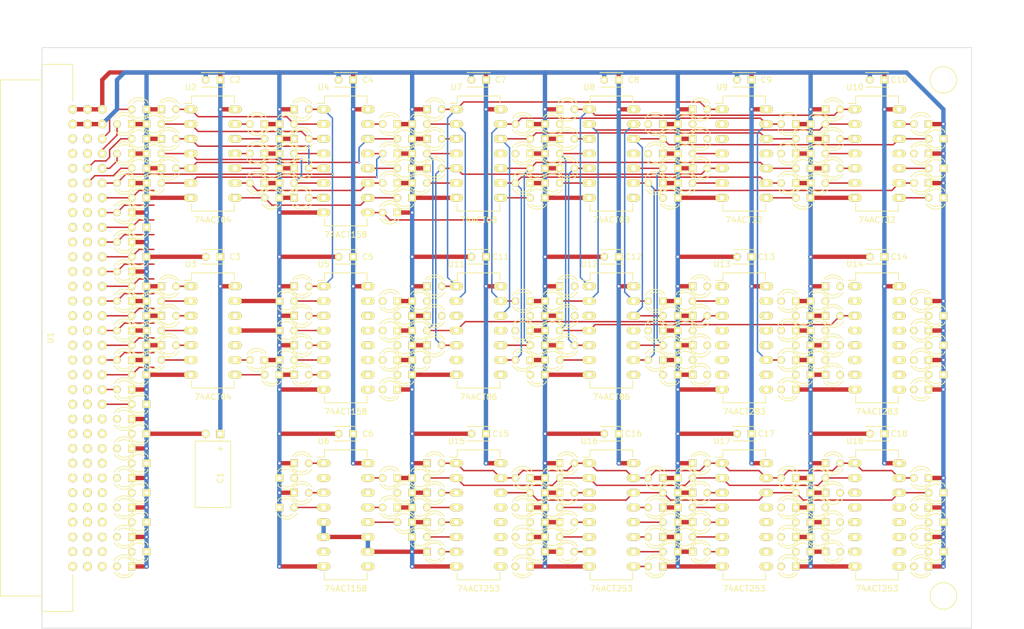
<source format=kicad_pcb>
(kicad_pcb (version 4) (host pcbnew 4.0.2-stable)
  (layers (0 F.Cu signal) (31 B.Cu signal) (34 B.Paste user) (35 F.Paste user) (36 B.SilkS user hide) (37 F.SilkS user hide) (38 B.Mask user) (39 F.Mask user) (44 Edge.Cuts user))
  (net 0 "")
  (net 1 /BX0)
  (net 2 /BX1)
  (net 3 /BX2)
  (net 4 GND)
  (net 5 /BX3)
  (net 6 /BX4)
  (net 7 /BX5)
  (net 8 /BX6)
  (net 9 /BX7)
  (net 10 /CIX)
  (net 11 /CO)
  (net 12 "Net-(U3-Pad10)")
  (net 13 "Net-(U3-Pad12)")
  (net 14 /~INV)
  (net 15 /B0)
  (net 16 /B1)
  (net 17 /B3)
  (net 18 /B2)
  (net 19 /BFF)
  (net 20 /B4)
  (net 21 /B5)
  (net 22 /B7)
  (net 23 /B6)
  (net 24 /CI)
  (net 25 "Net-(U6-Pad7)")
  (net 26 "Net-(U6-Pad9)")
  (net 27 /COX)
  (net 28 /CSET)
  (net 29 /A0)
  (net 30 /AND0)
  (net 31 /A1)
  (net 32 /AND1)
  (net 33 /AND2)
  (net 34 /A2)
  (net 35 /AND3)
  (net 36 /A3)
  (net 37 /A4)
  (net 38 /AND4)
  (net 39 /A5)
  (net 40 /AND5)
  (net 41 /AND6)
  (net 42 /A6)
  (net 43 /AND7)
  (net 44 /A7)
  (net 45 /OR0)
  (net 46 /OR1)
  (net 47 /OR2)
  (net 48 /OR3)
  (net 49 /OR4)
  (net 50 /OR5)
  (net 51 /OR6)
  (net 52 /OR7)
  (net 53 /XOR0)
  (net 54 /XOR1)
  (net 55 /XOR2)
  (net 56 /XOR3)
  (net 57 /XOR4)
  (net 58 /XOR5)
  (net 59 /XOR6)
  (net 60 /XOR7)
  (net 61 /S1)
  (net 62 /S0)
  (net 63 /S3)
  (net 64 /S2)
  (net 65 /S5)
  (net 66 /S4)
  (net 67 /S7)
  (net 68 /S6)
  (net 69 /~OE)
  (net 70 /Y1)
  (net 71 /Z0)
  (net 72 /Z1)
  (net 73 /Y0)
  (net 74 /Z2)
  (net 75 /Z3)
  (net 76 /Z4)
  (net 77 /Z5)
  (net 78 /Z6)
  (net 79 /Z7)
  (net 80 VCC)
  (net 81 "Net-(U1-PadA2)")
  (net 82 "Net-(U1-PadA4)")
  (net 83 "Net-(U1-PadA3)")
  (net 84 "Net-(U1-PadA6)")
  (net 85 "Net-(U1-PadA7)")
  (net 86 "Net-(U1-PadA8)")
  (net 87 "Net-(U1-PadA9)")
  (net 88 "Net-(U1-PadA10)")
  (net 89 "Net-(U1-PadA11)")
  (net 90 "Net-(U1-PadA12)")
  (net 91 "Net-(U1-PadA13)")
  (net 92 "Net-(U1-PadA14)")
  (net 93 "Net-(U1-PadA15)")
  (net 94 "Net-(U1-PadA16)")
  (net 95 "Net-(U1-PadA17)")
  (net 96 "Net-(U1-PadA18)")
  (net 97 "Net-(U1-PadA19)")
  (net 98 "Net-(U1-PadA20)")
  (net 99 "Net-(U1-PadA21)")
  (net 100 "Net-(U1-PadA22)")
  (net 101 "Net-(U1-PadA23)")
  (net 102 "Net-(U1-PadA24)")
  (net 103 "Net-(U1-PadA25)")
  (net 104 "Net-(U1-PadA26)")
  (net 105 "Net-(U1-PadA27)")
  (net 106 "Net-(U1-PadA28)")
  (net 107 "Net-(U1-PadA30)")
  (net 108 "Net-(U1-PadB30)")
  (net 109 "Net-(U1-PadB26)")
  (net 110 "Net-(U1-PadB25)")
  (net 111 "Net-(U1-PadB24)")
  (net 112 "Net-(U1-PadB23)")
  (net 113 "Net-(U1-PadB22)")
  (net 114 "Net-(U1-PadB21)")
  (net 115 "Net-(U1-PadB20)")
  (net 116 "Net-(U1-PadB19)")
  (net 117 "Net-(U1-PadB18)")
  (net 118 "Net-(U1-PadB17)")
  (net 119 "Net-(U1-PadB16)")
  (net 120 "Net-(U1-PadB15)")
  (net 121 "Net-(U1-PadB14)")
  (net 122 "Net-(U1-PadB13)")
  (net 123 "Net-(U1-PadB12)")
  (net 124 "Net-(U1-PadB11)")
  (net 125 "Net-(U1-PadB10)")
  (net 126 "Net-(U1-PadB9)")
  (net 127 "Net-(U1-PadB8)")
  (net 128 "Net-(U1-PadB7)")
  (net 129 "Net-(U1-PadB6)")
  (net 130 "Net-(U1-PadB3)")
  (net 131 "Net-(U1-PadB4)")
  (net 132 "Net-(U1-PadB2)")
  (net 133 "Net-(U1-PadA5)")
  (net 134 "Net-(U1-PadB5)")
  (net 135 "Net-(U1-PadA29)")
  (net 136 "Net-(LED39-Pad2)")
  (net 137 "Net-(LED40-Pad2)")
  (net 138 "Net-(LED41-Pad2)")
  (net 139 "Net-(LED42-Pad2)")
  (net 140 "Net-(LED43-Pad2)")
  (net 141 "Net-(LED44-Pad2)")
  (net 142 "Net-(LED47-Pad2)")
  (net 143 "Net-(LED48-Pad2)")
  (net 144 "Net-(LED51-Pad2)")
  (net 145 "Net-(LED52-Pad2)")
  (net 146 "Net-(LED170-Pad2)")
  (net 147 "Net-(U1-PadA1)")
  (net 148 "Net-(U1-PadB29)")
  (net 149 "Net-(U1-PadB1)")
  (module LEDs:LED-3MM (layer F.Cu) (at 85.46 68.25 180)
    (fp_text reference LED3 hide)
    (fp_text value DEBUG_LED hide)
    (pad 1 thru_hole rect (at 0 0 270) (size 1.3 1.3) (drill 0.7) (layers *.Cu *.Mask F.SilkS) (net 4 GND))
    (pad 2 thru_hole circle (at 2.54 0 180) (size 1.3 1.3) (drill 0.7) (layers *.Cu *.Mask F.SilkS) (net 70 /Y1))
  )
  (module Housings_DIP:DIP-14_W7.62mm_LongPads (layer F.Cu) (at 164.2 60.63)
    (fp_text reference U8 (at 0 -3.81) (layer F.SilkS))
    (fp_text value 74ACT08 (at 3.81 19.05) (layer F.SilkS))
    (pad 1 thru_hole oval (at 0 0) (size 2.3 1.3) (drill 0.8) (layers *.Cu *.Mask F.SilkS) (net 37 /A4))
    (pad 2 thru_hole oval (at 0 2.54) (size 2.3 1.3) (drill 0.8) (layers *.Cu *.Mask F.SilkS) (net 20 /B4))
    (pad 3 thru_hole oval (at 0 5.08) (size 2.3 1.3) (drill 0.8) (layers *.Cu *.Mask F.SilkS) (net 38 /AND4))
    (pad 4 thru_hole oval (at 0 7.62) (size 2.3 1.3) (drill 0.8) (layers *.Cu *.Mask F.SilkS) (net 39 /A5))
    (pad 5 thru_hole oval (at 0 10.16) (size 2.3 1.3) (drill 0.8) (layers *.Cu *.Mask F.SilkS) (net 21 /B5))
    (pad 6 thru_hole oval (at 0 12.7) (size 2.3 1.3) (drill 0.8) (layers *.Cu *.Mask F.SilkS) (net 40 /AND5))
    (pad 7 thru_hole oval (at 0 15.24) (size 2.3 1.3) (drill 0.8) (layers *.Cu *.Mask F.SilkS) (net 4 GND))
    (pad 8 thru_hole oval (at 7.62 15.24) (size 2.3 1.3) (drill 0.8) (layers *.Cu *.Mask F.SilkS) (net 41 /AND6))
    (pad 9 thru_hole oval (at 7.62 12.7) (size 2.3 1.3) (drill 0.8) (layers *.Cu *.Mask F.SilkS) (net 42 /A6))
    (pad 10 thru_hole oval (at 7.62 10.16) (size 2.3 1.3) (drill 0.8) (layers *.Cu *.Mask F.SilkS) (net 23 /B6))
    (pad 11 thru_hole oval (at 7.62 7.62) (size 2.3 1.3) (drill 0.8) (layers *.Cu *.Mask F.SilkS) (net 43 /AND7))
    (pad 12 thru_hole oval (at 7.62 5.08) (size 2.3 1.3) (drill 0.8) (layers *.Cu *.Mask F.SilkS) (net 44 /A7))
    (pad 13 thru_hole oval (at 7.62 2.54) (size 2.3 1.3) (drill 0.8) (layers *.Cu *.Mask F.SilkS) (net 22 /B7))
    (pad 14 thru_hole oval (at 7.62 0) (size 2.3 1.3) (drill 0.8) (layers *.Cu *.Mask F.SilkS) (net 80 VCC))
  )
  (module Connect:1pin (layer F.Cu) (at 225.16 55.55)
    (fp_text reference REF** hide)
    (fp_text value 1pin hide)
    (pad "" np_thru_hole circle (at 0 0) (size 2.90068 2.90068) (drill 2.90068) (layers *.Cu *.Mask F.SilkS))
  )
  (module Discret:C1V5H (layer F.Cu) (at 99.43 116.51)
    (fp_text reference C1 (at 1.27 7.62 270) (layer F.SilkS))
    (fp_text value CP hide)
    (fp_text user + (at 1.27 2.54) (layer F.SilkS))
    (pad 1 thru_hole rect (at 1.27 0 180) (size 1.397 1.397) (drill 0.8128) (layers *.Cu *.Mask F.SilkS) (net 80 VCC))
    (pad 2 thru_hole circle (at -1.27 0 180) (size 1.397 1.397) (drill 0.8128) (layers *.Cu *.Mask F.SilkS) (net 4 GND))
  )
  (module Housings_DIP:DIP-14_W7.62mm_LongPads (layer F.Cu) (at 95.62 60.63)
    (fp_text reference U2 (at 0 -3.81) (layer F.SilkS))
    (fp_text value 74ACT04 (at 3.81 19.05) (layer F.SilkS))
    (pad 1 thru_hole oval (at 0 0) (size 2.3 1.3) (drill 0.8) (layers *.Cu *.Mask F.SilkS) (net 1 /BX0))
    (pad 2 thru_hole oval (at 0 2.54) (size 2.3 1.3) (drill 0.8) (layers *.Cu *.Mask F.SilkS) (net 136 "Net-(LED39-Pad2)"))
    (pad 3 thru_hole oval (at 0 5.08) (size 2.3 1.3) (drill 0.8) (layers *.Cu *.Mask F.SilkS) (net 2 /BX1))
    (pad 4 thru_hole oval (at 0 7.62) (size 2.3 1.3) (drill 0.8) (layers *.Cu *.Mask F.SilkS) (net 137 "Net-(LED40-Pad2)"))
    (pad 5 thru_hole oval (at 0 10.16) (size 2.3 1.3) (drill 0.8) (layers *.Cu *.Mask F.SilkS) (net 3 /BX2))
    (pad 6 thru_hole oval (at 0 12.7) (size 2.3 1.3) (drill 0.8) (layers *.Cu *.Mask F.SilkS) (net 138 "Net-(LED41-Pad2)"))
    (pad 7 thru_hole oval (at 0 15.24) (size 2.3 1.3) (drill 0.8) (layers *.Cu *.Mask F.SilkS) (net 4 GND))
    (pad 8 thru_hole oval (at 7.62 15.24) (size 2.3 1.3) (drill 0.8) (layers *.Cu *.Mask F.SilkS) (net 139 "Net-(LED42-Pad2)"))
    (pad 9 thru_hole oval (at 7.62 12.7) (size 2.3 1.3) (drill 0.8) (layers *.Cu *.Mask F.SilkS) (net 5 /BX3))
    (pad 10 thru_hole oval (at 7.62 10.16) (size 2.3 1.3) (drill 0.8) (layers *.Cu *.Mask F.SilkS) (net 140 "Net-(LED43-Pad2)"))
    (pad 11 thru_hole oval (at 7.62 7.62) (size 2.3 1.3) (drill 0.8) (layers *.Cu *.Mask F.SilkS) (net 6 /BX4))
    (pad 12 thru_hole oval (at 7.62 5.08) (size 2.3 1.3) (drill 0.8) (layers *.Cu *.Mask F.SilkS) (net 141 "Net-(LED44-Pad2)"))
    (pad 13 thru_hole oval (at 7.62 2.54) (size 2.3 1.3) (drill 0.8) (layers *.Cu *.Mask F.SilkS) (net 7 /BX5))
    (pad 14 thru_hole oval (at 7.62 0) (size 2.3 1.3) (drill 0.8) (layers *.Cu *.Mask F.SilkS) (net 80 VCC))
  )
  (module Housings_DIP:DIP-14_W7.62mm_LongPads (layer F.Cu) (at 95.62 91.11)
    (fp_text reference U3 (at 0 -3.81) (layer F.SilkS))
    (fp_text value 74ACT04 (at 3.81 19.05) (layer F.SilkS))
    (pad 1 thru_hole oval (at 0 0) (size 2.3 1.3) (drill 0.8) (layers *.Cu *.Mask F.SilkS) (net 8 /BX6))
    (pad 2 thru_hole oval (at 0 2.54) (size 2.3 1.3) (drill 0.8) (layers *.Cu *.Mask F.SilkS) (net 142 "Net-(LED47-Pad2)"))
    (pad 3 thru_hole oval (at 0 5.08) (size 2.3 1.3) (drill 0.8) (layers *.Cu *.Mask F.SilkS) (net 9 /BX7))
    (pad 4 thru_hole oval (at 0 7.62) (size 2.3 1.3) (drill 0.8) (layers *.Cu *.Mask F.SilkS) (net 143 "Net-(LED48-Pad2)"))
    (pad 5 thru_hole oval (at 0 10.16) (size 2.3 1.3) (drill 0.8) (layers *.Cu *.Mask F.SilkS) (net 10 /CIX))
    (pad 6 thru_hole oval (at 0 12.7) (size 2.3 1.3) (drill 0.8) (layers *.Cu *.Mask F.SilkS) (net 144 "Net-(LED51-Pad2)"))
    (pad 7 thru_hole oval (at 0 15.24) (size 2.3 1.3) (drill 0.8) (layers *.Cu *.Mask F.SilkS) (net 4 GND))
    (pad 8 thru_hole oval (at 7.62 15.24) (size 2.3 1.3) (drill 0.8) (layers *.Cu *.Mask F.SilkS) (net 145 "Net-(LED52-Pad2)"))
    (pad 9 thru_hole oval (at 7.62 12.7) (size 2.3 1.3) (drill 0.8) (layers *.Cu *.Mask F.SilkS) (net 11 /CO))
    (pad 10 thru_hole oval (at 7.62 10.16) (size 2.3 1.3) (drill 0.8) (layers *.Cu *.Mask F.SilkS) (net 12 "Net-(U3-Pad10)"))
    (pad 11 thru_hole oval (at 7.62 7.62) (size 2.3 1.3) (drill 0.8) (layers *.Cu *.Mask F.SilkS) (net 4 GND))
    (pad 12 thru_hole oval (at 7.62 5.08) (size 2.3 1.3) (drill 0.8) (layers *.Cu *.Mask F.SilkS) (net 13 "Net-(U3-Pad12)"))
    (pad 13 thru_hole oval (at 7.62 2.54) (size 2.3 1.3) (drill 0.8) (layers *.Cu *.Mask F.SilkS) (net 4 GND))
    (pad 14 thru_hole oval (at 7.62 0) (size 2.3 1.3) (drill 0.8) (layers *.Cu *.Mask F.SilkS) (net 80 VCC))
  )
  (module Housings_DIP:DIP-16_W7.62mm_LongPads (layer F.Cu) (at 118.48 60.63)
    (fp_text reference U4 (at 0 -3.81) (layer F.SilkS))
    (fp_text value 74ACT158 (at 3.81 21.59) (layer F.SilkS))
    (pad 1 thru_hole oval (at 0 0) (size 2.3 1.3) (drill 0.8) (layers *.Cu *.Mask F.SilkS) (net 14 /~INV))
    (pad 2 thru_hole oval (at 0 2.54) (size 2.3 1.3) (drill 0.8) (layers *.Cu *.Mask F.SilkS) (net 1 /BX0))
    (pad 3 thru_hole oval (at 0 5.08) (size 2.3 1.3) (drill 0.8) (layers *.Cu *.Mask F.SilkS) (net 136 "Net-(LED39-Pad2)"))
    (pad 4 thru_hole oval (at 0 7.62) (size 2.3 1.3) (drill 0.8) (layers *.Cu *.Mask F.SilkS) (net 15 /B0))
    (pad 5 thru_hole oval (at 0 10.16) (size 2.3 1.3) (drill 0.8) (layers *.Cu *.Mask F.SilkS) (net 2 /BX1))
    (pad 6 thru_hole oval (at 0 12.7) (size 2.3 1.3) (drill 0.8) (layers *.Cu *.Mask F.SilkS) (net 137 "Net-(LED40-Pad2)"))
    (pad 7 thru_hole oval (at 0 15.24) (size 2.3 1.3) (drill 0.8) (layers *.Cu *.Mask F.SilkS) (net 16 /B1))
    (pad 8 thru_hole oval (at 0 17.78) (size 2.3 1.3) (drill 0.8) (layers *.Cu *.Mask F.SilkS) (net 4 GND))
    (pad 9 thru_hole oval (at 7.62 17.78) (size 2.3 1.3) (drill 0.8) (layers *.Cu *.Mask F.SilkS) (net 17 /B3))
    (pad 10 thru_hole oval (at 7.62 15.24) (size 2.3 1.3) (drill 0.8) (layers *.Cu *.Mask F.SilkS) (net 139 "Net-(LED42-Pad2)"))
    (pad 11 thru_hole oval (at 7.62 12.7) (size 2.3 1.3) (drill 0.8) (layers *.Cu *.Mask F.SilkS) (net 5 /BX3))
    (pad 12 thru_hole oval (at 7.62 10.16) (size 2.3 1.3) (drill 0.8) (layers *.Cu *.Mask F.SilkS) (net 18 /B2))
    (pad 13 thru_hole oval (at 7.62 7.62) (size 2.3 1.3) (drill 0.8) (layers *.Cu *.Mask F.SilkS) (net 138 "Net-(LED41-Pad2)"))
    (pad 14 thru_hole oval (at 7.62 5.08) (size 2.3 1.3) (drill 0.8) (layers *.Cu *.Mask F.SilkS) (net 3 /BX2))
    (pad 15 thru_hole oval (at 7.62 2.54) (size 2.3 1.3) (drill 0.8) (layers *.Cu *.Mask F.SilkS) (net 19 /BFF))
    (pad 16 thru_hole oval (at 7.62 0) (size 2.3 1.3) (drill 0.8) (layers *.Cu *.Mask F.SilkS) (net 80 VCC))
  )
  (module Housings_DIP:DIP-16_W7.62mm_LongPads (layer F.Cu) (at 118.48 91.11)
    (fp_text reference U5 (at 0 -3.81) (layer F.SilkS))
    (fp_text value 74ACT158 (at 3.81 21.59) (layer F.SilkS))
    (pad 1 thru_hole oval (at 0 0) (size 2.3 1.3) (drill 0.8) (layers *.Cu *.Mask F.SilkS) (net 14 /~INV))
    (pad 2 thru_hole oval (at 0 2.54) (size 2.3 1.3) (drill 0.8) (layers *.Cu *.Mask F.SilkS) (net 6 /BX4))
    (pad 3 thru_hole oval (at 0 5.08) (size 2.3 1.3) (drill 0.8) (layers *.Cu *.Mask F.SilkS) (net 140 "Net-(LED43-Pad2)"))
    (pad 4 thru_hole oval (at 0 7.62) (size 2.3 1.3) (drill 0.8) (layers *.Cu *.Mask F.SilkS) (net 20 /B4))
    (pad 5 thru_hole oval (at 0 10.16) (size 2.3 1.3) (drill 0.8) (layers *.Cu *.Mask F.SilkS) (net 7 /BX5))
    (pad 6 thru_hole oval (at 0 12.7) (size 2.3 1.3) (drill 0.8) (layers *.Cu *.Mask F.SilkS) (net 141 "Net-(LED44-Pad2)"))
    (pad 7 thru_hole oval (at 0 15.24) (size 2.3 1.3) (drill 0.8) (layers *.Cu *.Mask F.SilkS) (net 21 /B5))
    (pad 8 thru_hole oval (at 0 17.78) (size 2.3 1.3) (drill 0.8) (layers *.Cu *.Mask F.SilkS) (net 4 GND))
    (pad 9 thru_hole oval (at 7.62 17.78) (size 2.3 1.3) (drill 0.8) (layers *.Cu *.Mask F.SilkS) (net 22 /B7))
    (pad 10 thru_hole oval (at 7.62 15.24) (size 2.3 1.3) (drill 0.8) (layers *.Cu *.Mask F.SilkS) (net 143 "Net-(LED48-Pad2)"))
    (pad 11 thru_hole oval (at 7.62 12.7) (size 2.3 1.3) (drill 0.8) (layers *.Cu *.Mask F.SilkS) (net 9 /BX7))
    (pad 12 thru_hole oval (at 7.62 10.16) (size 2.3 1.3) (drill 0.8) (layers *.Cu *.Mask F.SilkS) (net 23 /B6))
    (pad 13 thru_hole oval (at 7.62 7.62) (size 2.3 1.3) (drill 0.8) (layers *.Cu *.Mask F.SilkS) (net 142 "Net-(LED47-Pad2)"))
    (pad 14 thru_hole oval (at 7.62 5.08) (size 2.3 1.3) (drill 0.8) (layers *.Cu *.Mask F.SilkS) (net 8 /BX6))
    (pad 15 thru_hole oval (at 7.62 2.54) (size 2.3 1.3) (drill 0.8) (layers *.Cu *.Mask F.SilkS) (net 19 /BFF))
    (pad 16 thru_hole oval (at 7.62 0) (size 2.3 1.3) (drill 0.8) (layers *.Cu *.Mask F.SilkS) (net 80 VCC))
  )
  (module Housings_DIP:DIP-16_W7.62mm_LongPads (layer F.Cu) (at 118.48 121.59)
    (fp_text reference U6 (at 0 -3.81) (layer F.SilkS))
    (fp_text value 74ACT158 (at 3.81 21.59) (layer F.SilkS))
    (pad 1 thru_hole oval (at 0 0) (size 2.3 1.3) (drill 0.8) (layers *.Cu *.Mask F.SilkS) (net 14 /~INV))
    (pad 2 thru_hole oval (at 0 2.54) (size 2.3 1.3) (drill 0.8) (layers *.Cu *.Mask F.SilkS) (net 10 /CIX))
    (pad 3 thru_hole oval (at 0 5.08) (size 2.3 1.3) (drill 0.8) (layers *.Cu *.Mask F.SilkS) (net 144 "Net-(LED51-Pad2)"))
    (pad 4 thru_hole oval (at 0 7.62) (size 2.3 1.3) (drill 0.8) (layers *.Cu *.Mask F.SilkS) (net 24 /CI))
    (pad 5 thru_hole oval (at 0 10.16) (size 2.3 1.3) (drill 0.8) (layers *.Cu *.Mask F.SilkS) (net 4 GND))
    (pad 6 thru_hole oval (at 0 12.7) (size 2.3 1.3) (drill 0.8) (layers *.Cu *.Mask F.SilkS) (net 4 GND))
    (pad 7 thru_hole oval (at 0 15.24) (size 2.3 1.3) (drill 0.8) (layers *.Cu *.Mask F.SilkS) (net 25 "Net-(U6-Pad7)"))
    (pad 8 thru_hole oval (at 0 17.78) (size 2.3 1.3) (drill 0.8) (layers *.Cu *.Mask F.SilkS) (net 4 GND))
    (pad 9 thru_hole oval (at 7.62 17.78) (size 2.3 1.3) (drill 0.8) (layers *.Cu *.Mask F.SilkS) (net 26 "Net-(U6-Pad9)"))
    (pad 10 thru_hole oval (at 7.62 15.24) (size 2.3 1.3) (drill 0.8) (layers *.Cu *.Mask F.SilkS) (net 4 GND))
    (pad 11 thru_hole oval (at 7.62 12.7) (size 2.3 1.3) (drill 0.8) (layers *.Cu *.Mask F.SilkS) (net 4 GND))
    (pad 12 thru_hole oval (at 7.62 10.16) (size 2.3 1.3) (drill 0.8) (layers *.Cu *.Mask F.SilkS) (net 27 /COX))
    (pad 13 thru_hole oval (at 7.62 7.62) (size 2.3 1.3) (drill 0.8) (layers *.Cu *.Mask F.SilkS) (net 145 "Net-(LED52-Pad2)"))
    (pad 14 thru_hole oval (at 7.62 5.08) (size 2.3 1.3) (drill 0.8) (layers *.Cu *.Mask F.SilkS) (net 11 /CO))
    (pad 15 thru_hole oval (at 7.62 2.54) (size 2.3 1.3) (drill 0.8) (layers *.Cu *.Mask F.SilkS) (net 28 /CSET))
    (pad 16 thru_hole oval (at 7.62 0) (size 2.3 1.3) (drill 0.8) (layers *.Cu *.Mask F.SilkS) (net 80 VCC))
  )
  (module Housings_DIP:DIP-14_W7.62mm_LongPads (layer F.Cu) (at 141.34 60.63)
    (fp_text reference U7 (at 0 -3.81) (layer F.SilkS))
    (fp_text value 74ACT08 (at 3.81 19.05) (layer F.SilkS))
    (pad 1 thru_hole oval (at 0 0) (size 2.3 1.3) (drill 0.8) (layers *.Cu *.Mask F.SilkS) (net 29 /A0))
    (pad 2 thru_hole oval (at 0 2.54) (size 2.3 1.3) (drill 0.8) (layers *.Cu *.Mask F.SilkS) (net 15 /B0))
    (pad 3 thru_hole oval (at 0 5.08) (size 2.3 1.3) (drill 0.8) (layers *.Cu *.Mask F.SilkS) (net 30 /AND0))
    (pad 4 thru_hole oval (at 0 7.62) (size 2.3 1.3) (drill 0.8) (layers *.Cu *.Mask F.SilkS) (net 31 /A1))
    (pad 5 thru_hole oval (at 0 10.16) (size 2.3 1.3) (drill 0.8) (layers *.Cu *.Mask F.SilkS) (net 16 /B1))
    (pad 6 thru_hole oval (at 0 12.7) (size 2.3 1.3) (drill 0.8) (layers *.Cu *.Mask F.SilkS) (net 32 /AND1))
    (pad 7 thru_hole oval (at 0 15.24) (size 2.3 1.3) (drill 0.8) (layers *.Cu *.Mask F.SilkS) (net 4 GND))
    (pad 8 thru_hole oval (at 7.62 15.24) (size 2.3 1.3) (drill 0.8) (layers *.Cu *.Mask F.SilkS) (net 33 /AND2))
    (pad 9 thru_hole oval (at 7.62 12.7) (size 2.3 1.3) (drill 0.8) (layers *.Cu *.Mask F.SilkS) (net 34 /A2))
    (pad 10 thru_hole oval (at 7.62 10.16) (size 2.3 1.3) (drill 0.8) (layers *.Cu *.Mask F.SilkS) (net 18 /B2))
    (pad 11 thru_hole oval (at 7.62 7.62) (size 2.3 1.3) (drill 0.8) (layers *.Cu *.Mask F.SilkS) (net 35 /AND3))
    (pad 12 thru_hole oval (at 7.62 5.08) (size 2.3 1.3) (drill 0.8) (layers *.Cu *.Mask F.SilkS) (net 36 /A3))
    (pad 13 thru_hole oval (at 7.62 2.54) (size 2.3 1.3) (drill 0.8) (layers *.Cu *.Mask F.SilkS) (net 17 /B3))
    (pad 14 thru_hole oval (at 7.62 0) (size 2.3 1.3) (drill 0.8) (layers *.Cu *.Mask F.SilkS) (net 80 VCC))
  )
  (module Housings_DIP:DIP-14_W7.62mm_LongPads (layer F.Cu) (at 187.06 60.63)
    (fp_text reference U9 (at 0 -3.81) (layer F.SilkS))
    (fp_text value 74ACT32 (at 3.81 19.05) (layer F.SilkS))
    (pad 1 thru_hole oval (at 0 0) (size 2.3 1.3) (drill 0.8) (layers *.Cu *.Mask F.SilkS) (net 29 /A0))
    (pad 2 thru_hole oval (at 0 2.54) (size 2.3 1.3) (drill 0.8) (layers *.Cu *.Mask F.SilkS) (net 15 /B0))
    (pad 3 thru_hole oval (at 0 5.08) (size 2.3 1.3) (drill 0.8) (layers *.Cu *.Mask F.SilkS) (net 45 /OR0))
    (pad 4 thru_hole oval (at 0 7.62) (size 2.3 1.3) (drill 0.8) (layers *.Cu *.Mask F.SilkS) (net 31 /A1))
    (pad 5 thru_hole oval (at 0 10.16) (size 2.3 1.3) (drill 0.8) (layers *.Cu *.Mask F.SilkS) (net 16 /B1))
    (pad 6 thru_hole oval (at 0 12.7) (size 2.3 1.3) (drill 0.8) (layers *.Cu *.Mask F.SilkS) (net 46 /OR1))
    (pad 7 thru_hole oval (at 0 15.24) (size 2.3 1.3) (drill 0.8) (layers *.Cu *.Mask F.SilkS) (net 4 GND))
    (pad 8 thru_hole oval (at 7.62 15.24) (size 2.3 1.3) (drill 0.8) (layers *.Cu *.Mask F.SilkS) (net 47 /OR2))
    (pad 9 thru_hole oval (at 7.62 12.7) (size 2.3 1.3) (drill 0.8) (layers *.Cu *.Mask F.SilkS) (net 34 /A2))
    (pad 10 thru_hole oval (at 7.62 10.16) (size 2.3 1.3) (drill 0.8) (layers *.Cu *.Mask F.SilkS) (net 18 /B2))
    (pad 11 thru_hole oval (at 7.62 7.62) (size 2.3 1.3) (drill 0.8) (layers *.Cu *.Mask F.SilkS) (net 48 /OR3))
    (pad 12 thru_hole oval (at 7.62 5.08) (size 2.3 1.3) (drill 0.8) (layers *.Cu *.Mask F.SilkS) (net 36 /A3))
    (pad 13 thru_hole oval (at 7.62 2.54) (size 2.3 1.3) (drill 0.8) (layers *.Cu *.Mask F.SilkS) (net 17 /B3))
    (pad 14 thru_hole oval (at 7.62 0) (size 2.3 1.3) (drill 0.8) (layers *.Cu *.Mask F.SilkS) (net 80 VCC))
  )
  (module Housings_DIP:DIP-14_W7.62mm_LongPads (layer F.Cu) (at 209.92 60.63)
    (fp_text reference U10 (at 0 -3.81) (layer F.SilkS))
    (fp_text value 74ACT32 (at 3.81 19.05) (layer F.SilkS))
    (pad 1 thru_hole oval (at 0 0) (size 2.3 1.3) (drill 0.8) (layers *.Cu *.Mask F.SilkS) (net 37 /A4))
    (pad 2 thru_hole oval (at 0 2.54) (size 2.3 1.3) (drill 0.8) (layers *.Cu *.Mask F.SilkS) (net 20 /B4))
    (pad 3 thru_hole oval (at 0 5.08) (size 2.3 1.3) (drill 0.8) (layers *.Cu *.Mask F.SilkS) (net 49 /OR4))
    (pad 4 thru_hole oval (at 0 7.62) (size 2.3 1.3) (drill 0.8) (layers *.Cu *.Mask F.SilkS) (net 39 /A5))
    (pad 5 thru_hole oval (at 0 10.16) (size 2.3 1.3) (drill 0.8) (layers *.Cu *.Mask F.SilkS) (net 21 /B5))
    (pad 6 thru_hole oval (at 0 12.7) (size 2.3 1.3) (drill 0.8) (layers *.Cu *.Mask F.SilkS) (net 50 /OR5))
    (pad 7 thru_hole oval (at 0 15.24) (size 2.3 1.3) (drill 0.8) (layers *.Cu *.Mask F.SilkS) (net 4 GND))
    (pad 8 thru_hole oval (at 7.62 15.24) (size 2.3 1.3) (drill 0.8) (layers *.Cu *.Mask F.SilkS) (net 51 /OR6))
    (pad 9 thru_hole oval (at 7.62 12.7) (size 2.3 1.3) (drill 0.8) (layers *.Cu *.Mask F.SilkS) (net 42 /A6))
    (pad 10 thru_hole oval (at 7.62 10.16) (size 2.3 1.3) (drill 0.8) (layers *.Cu *.Mask F.SilkS) (net 23 /B6))
    (pad 11 thru_hole oval (at 7.62 7.62) (size 2.3 1.3) (drill 0.8) (layers *.Cu *.Mask F.SilkS) (net 52 /OR7))
    (pad 12 thru_hole oval (at 7.62 5.08) (size 2.3 1.3) (drill 0.8) (layers *.Cu *.Mask F.SilkS) (net 44 /A7))
    (pad 13 thru_hole oval (at 7.62 2.54) (size 2.3 1.3) (drill 0.8) (layers *.Cu *.Mask F.SilkS) (net 22 /B7))
    (pad 14 thru_hole oval (at 7.62 0) (size 2.3 1.3) (drill 0.8) (layers *.Cu *.Mask F.SilkS) (net 80 VCC))
  )
  (module Housings_DIP:DIP-14_W7.62mm_LongPads (layer F.Cu) (at 141.34 91.11)
    (fp_text reference U11 (at 0 -3.81) (layer F.SilkS))
    (fp_text value 74ACT86 (at 3.81 19.05) (layer F.SilkS))
    (pad 1 thru_hole oval (at 0 0) (size 2.3 1.3) (drill 0.8) (layers *.Cu *.Mask F.SilkS) (net 29 /A0))
    (pad 2 thru_hole oval (at 0 2.54) (size 2.3 1.3) (drill 0.8) (layers *.Cu *.Mask F.SilkS) (net 15 /B0))
    (pad 3 thru_hole oval (at 0 5.08) (size 2.3 1.3) (drill 0.8) (layers *.Cu *.Mask F.SilkS) (net 53 /XOR0))
    (pad 4 thru_hole oval (at 0 7.62) (size 2.3 1.3) (drill 0.8) (layers *.Cu *.Mask F.SilkS) (net 31 /A1))
    (pad 5 thru_hole oval (at 0 10.16) (size 2.3 1.3) (drill 0.8) (layers *.Cu *.Mask F.SilkS) (net 16 /B1))
    (pad 6 thru_hole oval (at 0 12.7) (size 2.3 1.3) (drill 0.8) (layers *.Cu *.Mask F.SilkS) (net 54 /XOR1))
    (pad 7 thru_hole oval (at 0 15.24) (size 2.3 1.3) (drill 0.8) (layers *.Cu *.Mask F.SilkS) (net 4 GND))
    (pad 8 thru_hole oval (at 7.62 15.24) (size 2.3 1.3) (drill 0.8) (layers *.Cu *.Mask F.SilkS) (net 55 /XOR2))
    (pad 9 thru_hole oval (at 7.62 12.7) (size 2.3 1.3) (drill 0.8) (layers *.Cu *.Mask F.SilkS) (net 34 /A2))
    (pad 10 thru_hole oval (at 7.62 10.16) (size 2.3 1.3) (drill 0.8) (layers *.Cu *.Mask F.SilkS) (net 18 /B2))
    (pad 11 thru_hole oval (at 7.62 7.62) (size 2.3 1.3) (drill 0.8) (layers *.Cu *.Mask F.SilkS) (net 56 /XOR3))
    (pad 12 thru_hole oval (at 7.62 5.08) (size 2.3 1.3) (drill 0.8) (layers *.Cu *.Mask F.SilkS) (net 36 /A3))
    (pad 13 thru_hole oval (at 7.62 2.54) (size 2.3 1.3) (drill 0.8) (layers *.Cu *.Mask F.SilkS) (net 17 /B3))
    (pad 14 thru_hole oval (at 7.62 0) (size 2.3 1.3) (drill 0.8) (layers *.Cu *.Mask F.SilkS) (net 80 VCC))
  )
  (module Housings_DIP:DIP-14_W7.62mm_LongPads (layer F.Cu) (at 164.2 91.11)
    (fp_text reference U12 (at 0 -3.81) (layer F.SilkS))
    (fp_text value 74ACT86 (at 3.81 19.05) (layer F.SilkS))
    (pad 1 thru_hole oval (at 0 0) (size 2.3 1.3) (drill 0.8) (layers *.Cu *.Mask F.SilkS) (net 37 /A4))
    (pad 2 thru_hole oval (at 0 2.54) (size 2.3 1.3) (drill 0.8) (layers *.Cu *.Mask F.SilkS) (net 20 /B4))
    (pad 3 thru_hole oval (at 0 5.08) (size 2.3 1.3) (drill 0.8) (layers *.Cu *.Mask F.SilkS) (net 57 /XOR4))
    (pad 4 thru_hole oval (at 0 7.62) (size 2.3 1.3) (drill 0.8) (layers *.Cu *.Mask F.SilkS) (net 39 /A5))
    (pad 5 thru_hole oval (at 0 10.16) (size 2.3 1.3) (drill 0.8) (layers *.Cu *.Mask F.SilkS) (net 21 /B5))
    (pad 6 thru_hole oval (at 0 12.7) (size 2.3 1.3) (drill 0.8) (layers *.Cu *.Mask F.SilkS) (net 58 /XOR5))
    (pad 7 thru_hole oval (at 0 15.24) (size 2.3 1.3) (drill 0.8) (layers *.Cu *.Mask F.SilkS) (net 4 GND))
    (pad 8 thru_hole oval (at 7.62 15.24) (size 2.3 1.3) (drill 0.8) (layers *.Cu *.Mask F.SilkS) (net 59 /XOR6))
    (pad 9 thru_hole oval (at 7.62 12.7) (size 2.3 1.3) (drill 0.8) (layers *.Cu *.Mask F.SilkS) (net 42 /A6))
    (pad 10 thru_hole oval (at 7.62 10.16) (size 2.3 1.3) (drill 0.8) (layers *.Cu *.Mask F.SilkS) (net 23 /B6))
    (pad 11 thru_hole oval (at 7.62 7.62) (size 2.3 1.3) (drill 0.8) (layers *.Cu *.Mask F.SilkS) (net 60 /XOR7))
    (pad 12 thru_hole oval (at 7.62 5.08) (size 2.3 1.3) (drill 0.8) (layers *.Cu *.Mask F.SilkS) (net 44 /A7))
    (pad 13 thru_hole oval (at 7.62 2.54) (size 2.3 1.3) (drill 0.8) (layers *.Cu *.Mask F.SilkS) (net 22 /B7))
    (pad 14 thru_hole oval (at 7.62 0) (size 2.3 1.3) (drill 0.8) (layers *.Cu *.Mask F.SilkS) (net 80 VCC))
  )
  (module Housings_DIP:DIP-16_W7.62mm_LongPads (layer F.Cu) (at 187.06 91.11)
    (fp_text reference U13 (at 0 -3.81) (layer F.SilkS))
    (fp_text value 74ACT283 (at 3.81 21.59) (layer F.SilkS))
    (pad 1 thru_hole oval (at 0 0) (size 2.3 1.3) (drill 0.8) (layers *.Cu *.Mask F.SilkS) (net 61 /S1))
    (pad 2 thru_hole oval (at 0 2.54) (size 2.3 1.3) (drill 0.8) (layers *.Cu *.Mask F.SilkS) (net 16 /B1))
    (pad 3 thru_hole oval (at 0 5.08) (size 2.3 1.3) (drill 0.8) (layers *.Cu *.Mask F.SilkS) (net 31 /A1))
    (pad 4 thru_hole oval (at 0 7.62) (size 2.3 1.3) (drill 0.8) (layers *.Cu *.Mask F.SilkS) (net 62 /S0))
    (pad 5 thru_hole oval (at 0 10.16) (size 2.3 1.3) (drill 0.8) (layers *.Cu *.Mask F.SilkS) (net 29 /A0))
    (pad 6 thru_hole oval (at 0 12.7) (size 2.3 1.3) (drill 0.8) (layers *.Cu *.Mask F.SilkS) (net 15 /B0))
    (pad 7 thru_hole oval (at 0 15.24) (size 2.3 1.3) (drill 0.8) (layers *.Cu *.Mask F.SilkS) (net 24 /CI))
    (pad 8 thru_hole oval (at 0 17.78) (size 2.3 1.3) (drill 0.8) (layers *.Cu *.Mask F.SilkS) (net 4 GND))
    (pad 9 thru_hole oval (at 7.62 17.78) (size 2.3 1.3) (drill 0.8) (layers *.Cu *.Mask F.SilkS) (net 146 "Net-(LED170-Pad2)"))
    (pad 10 thru_hole oval (at 7.62 15.24) (size 2.3 1.3) (drill 0.8) (layers *.Cu *.Mask F.SilkS) (net 63 /S3))
    (pad 11 thru_hole oval (at 7.62 12.7) (size 2.3 1.3) (drill 0.8) (layers *.Cu *.Mask F.SilkS) (net 17 /B3))
    (pad 12 thru_hole oval (at 7.62 10.16) (size 2.3 1.3) (drill 0.8) (layers *.Cu *.Mask F.SilkS) (net 36 /A3))
    (pad 13 thru_hole oval (at 7.62 7.62) (size 2.3 1.3) (drill 0.8) (layers *.Cu *.Mask F.SilkS) (net 64 /S2))
    (pad 14 thru_hole oval (at 7.62 5.08) (size 2.3 1.3) (drill 0.8) (layers *.Cu *.Mask F.SilkS) (net 34 /A2))
    (pad 15 thru_hole oval (at 7.62 2.54) (size 2.3 1.3) (drill 0.8) (layers *.Cu *.Mask F.SilkS) (net 18 /B2))
    (pad 16 thru_hole oval (at 7.62 0) (size 2.3 1.3) (drill 0.8) (layers *.Cu *.Mask F.SilkS) (net 80 VCC))
  )
  (module Housings_DIP:DIP-16_W7.62mm_LongPads (layer F.Cu) (at 209.92 91.11)
    (fp_text reference U14 (at 0 -3.81) (layer F.SilkS))
    (fp_text value 74ACT283 (at 3.81 21.59) (layer F.SilkS))
    (pad 1 thru_hole oval (at 0 0) (size 2.3 1.3) (drill 0.8) (layers *.Cu *.Mask F.SilkS) (net 65 /S5))
    (pad 2 thru_hole oval (at 0 2.54) (size 2.3 1.3) (drill 0.8) (layers *.Cu *.Mask F.SilkS) (net 21 /B5))
    (pad 3 thru_hole oval (at 0 5.08) (size 2.3 1.3) (drill 0.8) (layers *.Cu *.Mask F.SilkS) (net 39 /A5))
    (pad 4 thru_hole oval (at 0 7.62) (size 2.3 1.3) (drill 0.8) (layers *.Cu *.Mask F.SilkS) (net 66 /S4))
    (pad 5 thru_hole oval (at 0 10.16) (size 2.3 1.3) (drill 0.8) (layers *.Cu *.Mask F.SilkS) (net 37 /A4))
    (pad 6 thru_hole oval (at 0 12.7) (size 2.3 1.3) (drill 0.8) (layers *.Cu *.Mask F.SilkS) (net 20 /B4))
    (pad 7 thru_hole oval (at 0 15.24) (size 2.3 1.3) (drill 0.8) (layers *.Cu *.Mask F.SilkS) (net 146 "Net-(LED170-Pad2)"))
    (pad 8 thru_hole oval (at 0 17.78) (size 2.3 1.3) (drill 0.8) (layers *.Cu *.Mask F.SilkS) (net 4 GND))
    (pad 9 thru_hole oval (at 7.62 17.78) (size 2.3 1.3) (drill 0.8) (layers *.Cu *.Mask F.SilkS) (net 11 /CO))
    (pad 10 thru_hole oval (at 7.62 15.24) (size 2.3 1.3) (drill 0.8) (layers *.Cu *.Mask F.SilkS) (net 67 /S7))
    (pad 11 thru_hole oval (at 7.62 12.7) (size 2.3 1.3) (drill 0.8) (layers *.Cu *.Mask F.SilkS) (net 22 /B7))
    (pad 12 thru_hole oval (at 7.62 10.16) (size 2.3 1.3) (drill 0.8) (layers *.Cu *.Mask F.SilkS) (net 44 /A7))
    (pad 13 thru_hole oval (at 7.62 7.62) (size 2.3 1.3) (drill 0.8) (layers *.Cu *.Mask F.SilkS) (net 68 /S6))
    (pad 14 thru_hole oval (at 7.62 5.08) (size 2.3 1.3) (drill 0.8) (layers *.Cu *.Mask F.SilkS) (net 42 /A6))
    (pad 15 thru_hole oval (at 7.62 2.54) (size 2.3 1.3) (drill 0.8) (layers *.Cu *.Mask F.SilkS) (net 23 /B6))
    (pad 16 thru_hole oval (at 7.62 0) (size 2.3 1.3) (drill 0.8) (layers *.Cu *.Mask F.SilkS) (net 80 VCC))
  )
  (module Housings_DIP:DIP-16_W7.62mm_LongPads (layer F.Cu) (at 141.34 121.59)
    (fp_text reference U15 (at 0 -3.81) (layer F.SilkS))
    (fp_text value 74ACT253 (at 3.81 21.59) (layer F.SilkS))
    (pad 1 thru_hole oval (at 0 0) (size 2.3 1.3) (drill 0.8) (layers *.Cu *.Mask F.SilkS) (net 69 /~OE))
    (pad 2 thru_hole oval (at 0 2.54) (size 2.3 1.3) (drill 0.8) (layers *.Cu *.Mask F.SilkS) (net 70 /Y1))
    (pad 3 thru_hole oval (at 0 5.08) (size 2.3 1.3) (drill 0.8) (layers *.Cu *.Mask F.SilkS) (net 53 /XOR0))
    (pad 4 thru_hole oval (at 0 7.62) (size 2.3 1.3) (drill 0.8) (layers *.Cu *.Mask F.SilkS) (net 45 /OR0))
    (pad 5 thru_hole oval (at 0 10.16) (size 2.3 1.3) (drill 0.8) (layers *.Cu *.Mask F.SilkS) (net 30 /AND0))
    (pad 6 thru_hole oval (at 0 12.7) (size 2.3 1.3) (drill 0.8) (layers *.Cu *.Mask F.SilkS) (net 62 /S0))
    (pad 7 thru_hole oval (at 0 15.24) (size 2.3 1.3) (drill 0.8) (layers *.Cu *.Mask F.SilkS) (net 71 /Z0))
    (pad 8 thru_hole oval (at 0 17.78) (size 2.3 1.3) (drill 0.8) (layers *.Cu *.Mask F.SilkS) (net 4 GND))
    (pad 9 thru_hole oval (at 7.62 17.78) (size 2.3 1.3) (drill 0.8) (layers *.Cu *.Mask F.SilkS) (net 72 /Z1))
    (pad 10 thru_hole oval (at 7.62 15.24) (size 2.3 1.3) (drill 0.8) (layers *.Cu *.Mask F.SilkS) (net 61 /S1))
    (pad 11 thru_hole oval (at 7.62 12.7) (size 2.3 1.3) (drill 0.8) (layers *.Cu *.Mask F.SilkS) (net 32 /AND1))
    (pad 12 thru_hole oval (at 7.62 10.16) (size 2.3 1.3) (drill 0.8) (layers *.Cu *.Mask F.SilkS) (net 46 /OR1))
    (pad 13 thru_hole oval (at 7.62 7.62) (size 2.3 1.3) (drill 0.8) (layers *.Cu *.Mask F.SilkS) (net 54 /XOR1))
    (pad 14 thru_hole oval (at 7.62 5.08) (size 2.3 1.3) (drill 0.8) (layers *.Cu *.Mask F.SilkS) (net 73 /Y0))
    (pad 15 thru_hole oval (at 7.62 2.54) (size 2.3 1.3) (drill 0.8) (layers *.Cu *.Mask F.SilkS) (net 69 /~OE))
    (pad 16 thru_hole oval (at 7.62 0) (size 2.3 1.3) (drill 0.8) (layers *.Cu *.Mask F.SilkS) (net 80 VCC))
  )
  (module Housings_DIP:DIP-16_W7.62mm_LongPads (layer F.Cu) (at 164.2 121.59)
    (fp_text reference U16 (at 0 -3.81) (layer F.SilkS))
    (fp_text value 74ACT253 (at 3.81 21.59) (layer F.SilkS))
    (pad 1 thru_hole oval (at 0 0) (size 2.3 1.3) (drill 0.8) (layers *.Cu *.Mask F.SilkS) (net 69 /~OE))
    (pad 2 thru_hole oval (at 0 2.54) (size 2.3 1.3) (drill 0.8) (layers *.Cu *.Mask F.SilkS) (net 70 /Y1))
    (pad 3 thru_hole oval (at 0 5.08) (size 2.3 1.3) (drill 0.8) (layers *.Cu *.Mask F.SilkS) (net 55 /XOR2))
    (pad 4 thru_hole oval (at 0 7.62) (size 2.3 1.3) (drill 0.8) (layers *.Cu *.Mask F.SilkS) (net 47 /OR2))
    (pad 5 thru_hole oval (at 0 10.16) (size 2.3 1.3) (drill 0.8) (layers *.Cu *.Mask F.SilkS) (net 33 /AND2))
    (pad 6 thru_hole oval (at 0 12.7) (size 2.3 1.3) (drill 0.8) (layers *.Cu *.Mask F.SilkS) (net 64 /S2))
    (pad 7 thru_hole oval (at 0 15.24) (size 2.3 1.3) (drill 0.8) (layers *.Cu *.Mask F.SilkS) (net 74 /Z2))
    (pad 8 thru_hole oval (at 0 17.78) (size 2.3 1.3) (drill 0.8) (layers *.Cu *.Mask F.SilkS) (net 4 GND))
    (pad 9 thru_hole oval (at 7.62 17.78) (size 2.3 1.3) (drill 0.8) (layers *.Cu *.Mask F.SilkS) (net 75 /Z3))
    (pad 10 thru_hole oval (at 7.62 15.24) (size 2.3 1.3) (drill 0.8) (layers *.Cu *.Mask F.SilkS) (net 63 /S3))
    (pad 11 thru_hole oval (at 7.62 12.7) (size 2.3 1.3) (drill 0.8) (layers *.Cu *.Mask F.SilkS) (net 35 /AND3))
    (pad 12 thru_hole oval (at 7.62 10.16) (size 2.3 1.3) (drill 0.8) (layers *.Cu *.Mask F.SilkS) (net 48 /OR3))
    (pad 13 thru_hole oval (at 7.62 7.62) (size 2.3 1.3) (drill 0.8) (layers *.Cu *.Mask F.SilkS) (net 56 /XOR3))
    (pad 14 thru_hole oval (at 7.62 5.08) (size 2.3 1.3) (drill 0.8) (layers *.Cu *.Mask F.SilkS) (net 73 /Y0))
    (pad 15 thru_hole oval (at 7.62 2.54) (size 2.3 1.3) (drill 0.8) (layers *.Cu *.Mask F.SilkS) (net 69 /~OE))
    (pad 16 thru_hole oval (at 7.62 0) (size 2.3 1.3) (drill 0.8) (layers *.Cu *.Mask F.SilkS) (net 80 VCC))
  )
  (module Housings_DIP:DIP-16_W7.62mm_LongPads (layer F.Cu) (at 187.06 121.59)
    (fp_text reference U17 (at 0 -3.81) (layer F.SilkS))
    (fp_text value 74ACT253 (at 3.81 21.59) (layer F.SilkS))
    (pad 1 thru_hole oval (at 0 0) (size 2.3 1.3) (drill 0.8) (layers *.Cu *.Mask F.SilkS) (net 69 /~OE))
    (pad 2 thru_hole oval (at 0 2.54) (size 2.3 1.3) (drill 0.8) (layers *.Cu *.Mask F.SilkS) (net 70 /Y1))
    (pad 3 thru_hole oval (at 0 5.08) (size 2.3 1.3) (drill 0.8) (layers *.Cu *.Mask F.SilkS) (net 57 /XOR4))
    (pad 4 thru_hole oval (at 0 7.62) (size 2.3 1.3) (drill 0.8) (layers *.Cu *.Mask F.SilkS) (net 49 /OR4))
    (pad 5 thru_hole oval (at 0 10.16) (size 2.3 1.3) (drill 0.8) (layers *.Cu *.Mask F.SilkS) (net 38 /AND4))
    (pad 6 thru_hole oval (at 0 12.7) (size 2.3 1.3) (drill 0.8) (layers *.Cu *.Mask F.SilkS) (net 66 /S4))
    (pad 7 thru_hole oval (at 0 15.24) (size 2.3 1.3) (drill 0.8) (layers *.Cu *.Mask F.SilkS) (net 76 /Z4))
    (pad 8 thru_hole oval (at 0 17.78) (size 2.3 1.3) (drill 0.8) (layers *.Cu *.Mask F.SilkS) (net 4 GND))
    (pad 9 thru_hole oval (at 7.62 17.78) (size 2.3 1.3) (drill 0.8) (layers *.Cu *.Mask F.SilkS) (net 77 /Z5))
    (pad 10 thru_hole oval (at 7.62 15.24) (size 2.3 1.3) (drill 0.8) (layers *.Cu *.Mask F.SilkS) (net 65 /S5))
    (pad 11 thru_hole oval (at 7.62 12.7) (size 2.3 1.3) (drill 0.8) (layers *.Cu *.Mask F.SilkS) (net 40 /AND5))
    (pad 12 thru_hole oval (at 7.62 10.16) (size 2.3 1.3) (drill 0.8) (layers *.Cu *.Mask F.SilkS) (net 50 /OR5))
    (pad 13 thru_hole oval (at 7.62 7.62) (size 2.3 1.3) (drill 0.8) (layers *.Cu *.Mask F.SilkS) (net 58 /XOR5))
    (pad 14 thru_hole oval (at 7.62 5.08) (size 2.3 1.3) (drill 0.8) (layers *.Cu *.Mask F.SilkS) (net 73 /Y0))
    (pad 15 thru_hole oval (at 7.62 2.54) (size 2.3 1.3) (drill 0.8) (layers *.Cu *.Mask F.SilkS) (net 69 /~OE))
    (pad 16 thru_hole oval (at 7.62 0) (size 2.3 1.3) (drill 0.8) (layers *.Cu *.Mask F.SilkS) (net 80 VCC))
  )
  (module Housings_DIP:DIP-16_W7.62mm_LongPads (layer F.Cu) (at 209.92 121.59)
    (fp_text reference U18 (at 0 -3.81) (layer F.SilkS))
    (fp_text value 74ACT253 (at 3.81 21.59) (layer F.SilkS))
    (pad 1 thru_hole oval (at 0 0) (size 2.3 1.3) (drill 0.8) (layers *.Cu *.Mask F.SilkS) (net 69 /~OE))
    (pad 2 thru_hole oval (at 0 2.54) (size 2.3 1.3) (drill 0.8) (layers *.Cu *.Mask F.SilkS) (net 70 /Y1))
    (pad 3 thru_hole oval (at 0 5.08) (size 2.3 1.3) (drill 0.8) (layers *.Cu *.Mask F.SilkS) (net 59 /XOR6))
    (pad 4 thru_hole oval (at 0 7.62) (size 2.3 1.3) (drill 0.8) (layers *.Cu *.Mask F.SilkS) (net 51 /OR6))
    (pad 5 thru_hole oval (at 0 10.16) (size 2.3 1.3) (drill 0.8) (layers *.Cu *.Mask F.SilkS) (net 41 /AND6))
    (pad 6 thru_hole oval (at 0 12.7) (size 2.3 1.3) (drill 0.8) (layers *.Cu *.Mask F.SilkS) (net 68 /S6))
    (pad 7 thru_hole oval (at 0 15.24) (size 2.3 1.3) (drill 0.8) (layers *.Cu *.Mask F.SilkS) (net 78 /Z6))
    (pad 8 thru_hole oval (at 0 17.78) (size 2.3 1.3) (drill 0.8) (layers *.Cu *.Mask F.SilkS) (net 4 GND))
    (pad 9 thru_hole oval (at 7.62 17.78) (size 2.3 1.3) (drill 0.8) (layers *.Cu *.Mask F.SilkS) (net 79 /Z7))
    (pad 10 thru_hole oval (at 7.62 15.24) (size 2.3 1.3) (drill 0.8) (layers *.Cu *.Mask F.SilkS) (net 67 /S7))
    (pad 11 thru_hole oval (at 7.62 12.7) (size 2.3 1.3) (drill 0.8) (layers *.Cu *.Mask F.SilkS) (net 43 /AND7))
    (pad 12 thru_hole oval (at 7.62 10.16) (size 2.3 1.3) (drill 0.8) (layers *.Cu *.Mask F.SilkS) (net 52 /OR7))
    (pad 13 thru_hole oval (at 7.62 7.62) (size 2.3 1.3) (drill 0.8) (layers *.Cu *.Mask F.SilkS) (net 60 /XOR7))
    (pad 14 thru_hole oval (at 7.62 5.08) (size 2.3 1.3) (drill 0.8) (layers *.Cu *.Mask F.SilkS) (net 73 /Y0))
    (pad 15 thru_hole oval (at 7.62 2.54) (size 2.3 1.3) (drill 0.8) (layers *.Cu *.Mask F.SilkS) (net 69 /~OE))
    (pad 16 thru_hole oval (at 7.62 0) (size 2.3 1.3) (drill 0.8) (layers *.Cu *.Mask F.SilkS) (net 80 VCC))
  )
  (module Capacitors_ThroughHole:C_Rect_L4_W2.5_P2.5 (layer F.Cu) (at 100.7 55.55 180)
    (fp_text reference C2 (at -2.54 0 180) (layer F.SilkS))
    (fp_text value C hide)
    (pad 1 thru_hole rect (at 0 0 180) (size 1.3 1.3) (drill 0.7) (layers *.Cu *.Mask F.SilkS) (net 80 VCC))
    (pad 2 thru_hole circle (at 2.5 0 180) (size 1.3 1.3) (drill 0.7) (layers *.Cu *.Mask F.SilkS) (net 4 GND))
  )
  (module Capacitors_ThroughHole:C_Rect_L4_W2.5_P2.5 (layer F.Cu) (at 100.7 86.03 180)
    (fp_text reference C3 (at -2.54 0 180) (layer F.SilkS))
    (fp_text value C hide)
    (pad 1 thru_hole rect (at 0 0 180) (size 1.3 1.3) (drill 0.7) (layers *.Cu *.Mask F.SilkS) (net 80 VCC))
    (pad 2 thru_hole circle (at 2.5 0 180) (size 1.3 1.3) (drill 0.7) (layers *.Cu *.Mask F.SilkS) (net 4 GND))
  )
  (module Capacitors_ThroughHole:C_Rect_L4_W2.5_P2.5 (layer F.Cu) (at 123.56 55.55 180)
    (fp_text reference C4 (at -2.54 0 180) (layer F.SilkS))
    (fp_text value C hide)
    (pad 1 thru_hole rect (at 0 0 180) (size 1.3 1.3) (drill 0.7) (layers *.Cu *.Mask F.SilkS) (net 80 VCC))
    (pad 2 thru_hole circle (at 2.5 0 180) (size 1.3 1.3) (drill 0.7) (layers *.Cu *.Mask F.SilkS) (net 4 GND))
  )
  (module Capacitors_ThroughHole:C_Rect_L4_W2.5_P2.5 (layer F.Cu) (at 123.56 86.03 180)
    (fp_text reference C5 (at -2.54 0 180) (layer F.SilkS))
    (fp_text value C hide)
    (pad 1 thru_hole rect (at 0 0 180) (size 1.3 1.3) (drill 0.7) (layers *.Cu *.Mask F.SilkS) (net 80 VCC))
    (pad 2 thru_hole circle (at 2.5 0 180) (size 1.3 1.3) (drill 0.7) (layers *.Cu *.Mask F.SilkS) (net 4 GND))
  )
  (module Capacitors_ThroughHole:C_Rect_L4_W2.5_P2.5 (layer F.Cu) (at 123.56 116.51 180)
    (fp_text reference C6 (at -2.54 0 180) (layer F.SilkS))
    (fp_text value C hide)
    (pad 1 thru_hole rect (at 0 0 180) (size 1.3 1.3) (drill 0.7) (layers *.Cu *.Mask F.SilkS) (net 80 VCC))
    (pad 2 thru_hole circle (at 2.5 0 180) (size 1.3 1.3) (drill 0.7) (layers *.Cu *.Mask F.SilkS) (net 4 GND))
  )
  (module Capacitors_ThroughHole:C_Rect_L4_W2.5_P2.5 (layer F.Cu) (at 146.42 55.55 180)
    (fp_text reference C7 (at -2.54 0 180) (layer F.SilkS))
    (fp_text value C hide)
    (pad 1 thru_hole rect (at 0 0 180) (size 1.3 1.3) (drill 0.7) (layers *.Cu *.Mask F.SilkS) (net 80 VCC))
    (pad 2 thru_hole circle (at 2.5 0 180) (size 1.3 1.3) (drill 0.7) (layers *.Cu *.Mask F.SilkS) (net 4 GND))
  )
  (module Capacitors_ThroughHole:C_Rect_L4_W2.5_P2.5 (layer F.Cu) (at 169.28 55.55 180)
    (fp_text reference C8 (at -2.54 0 180) (layer F.SilkS))
    (fp_text value C hide)
    (pad 1 thru_hole rect (at 0 0 180) (size 1.3 1.3) (drill 0.7) (layers *.Cu *.Mask F.SilkS) (net 80 VCC))
    (pad 2 thru_hole circle (at 2.5 0 180) (size 1.3 1.3) (drill 0.7) (layers *.Cu *.Mask F.SilkS) (net 4 GND))
  )
  (module Capacitors_ThroughHole:C_Rect_L4_W2.5_P2.5 (layer F.Cu) (at 192.14 55.55 180)
    (fp_text reference C9 (at -2.54 0 180) (layer F.SilkS))
    (fp_text value C hide)
    (pad 1 thru_hole rect (at 0 0 180) (size 1.3 1.3) (drill 0.7) (layers *.Cu *.Mask F.SilkS) (net 80 VCC))
    (pad 2 thru_hole circle (at 2.5 0 180) (size 1.3 1.3) (drill 0.7) (layers *.Cu *.Mask F.SilkS) (net 4 GND))
  )
  (module Capacitors_ThroughHole:C_Rect_L4_W2.5_P2.5 (layer F.Cu) (at 215 55.55 180)
    (fp_text reference C10 (at -2.54 0 180) (layer F.SilkS))
    (fp_text value C hide)
    (pad 1 thru_hole rect (at 0 0 180) (size 1.3 1.3) (drill 0.7) (layers *.Cu *.Mask F.SilkS) (net 80 VCC))
    (pad 2 thru_hole circle (at 2.5 0 180) (size 1.3 1.3) (drill 0.7) (layers *.Cu *.Mask F.SilkS) (net 4 GND))
  )
  (module Capacitors_ThroughHole:C_Rect_L4_W2.5_P2.5 (layer F.Cu) (at 146.42 86.03 180)
    (fp_text reference C11 (at -2.54 0 180) (layer F.SilkS))
    (fp_text value C hide)
    (pad 1 thru_hole rect (at 0 0 180) (size 1.3 1.3) (drill 0.7) (layers *.Cu *.Mask F.SilkS) (net 80 VCC))
    (pad 2 thru_hole circle (at 2.5 0 180) (size 1.3 1.3) (drill 0.7) (layers *.Cu *.Mask F.SilkS) (net 4 GND))
  )
  (module Capacitors_ThroughHole:C_Rect_L4_W2.5_P2.5 (layer F.Cu) (at 169.28 86.03 180)
    (fp_text reference C12 (at -2.54 0 180) (layer F.SilkS))
    (fp_text value C hide)
    (pad 1 thru_hole rect (at 0 0 180) (size 1.3 1.3) (drill 0.7) (layers *.Cu *.Mask F.SilkS) (net 80 VCC))
    (pad 2 thru_hole circle (at 2.5 0 180) (size 1.3 1.3) (drill 0.7) (layers *.Cu *.Mask F.SilkS) (net 4 GND))
  )
  (module Capacitors_ThroughHole:C_Rect_L4_W2.5_P2.5 (layer F.Cu) (at 192.14 86.03 180)
    (fp_text reference C13 (at -2.54 0 180) (layer F.SilkS))
    (fp_text value C hide)
    (pad 1 thru_hole rect (at 0 0 180) (size 1.3 1.3) (drill 0.7) (layers *.Cu *.Mask F.SilkS) (net 80 VCC))
    (pad 2 thru_hole circle (at 2.5 0 180) (size 1.3 1.3) (drill 0.7) (layers *.Cu *.Mask F.SilkS) (net 4 GND))
  )
  (module Capacitors_ThroughHole:C_Rect_L4_W2.5_P2.5 (layer F.Cu) (at 215 86.03 180)
    (fp_text reference C14 (at -2.54 0 180) (layer F.SilkS))
    (fp_text value C hide)
    (pad 1 thru_hole rect (at 0 0 180) (size 1.3 1.3) (drill 0.7) (layers *.Cu *.Mask F.SilkS) (net 80 VCC))
    (pad 2 thru_hole circle (at 2.5 0 180) (size 1.3 1.3) (drill 0.7) (layers *.Cu *.Mask F.SilkS) (net 4 GND))
  )
  (module Capacitors_ThroughHole:C_Rect_L4_W2.5_P2.5 (layer F.Cu) (at 146.42 116.51 180)
    (fp_text reference C15 (at -2.54 0 180) (layer F.SilkS))
    (fp_text value C hide)
    (pad 1 thru_hole rect (at 0 0 180) (size 1.3 1.3) (drill 0.7) (layers *.Cu *.Mask F.SilkS) (net 80 VCC))
    (pad 2 thru_hole circle (at 2.5 0 180) (size 1.3 1.3) (drill 0.7) (layers *.Cu *.Mask F.SilkS) (net 4 GND))
  )
  (module Capacitors_ThroughHole:C_Rect_L4_W2.5_P2.5 (layer F.Cu) (at 169.28 116.51 180)
    (fp_text reference C16 (at -2.54 0 180) (layer F.SilkS))
    (fp_text value C hide)
    (pad 1 thru_hole rect (at 0 0 180) (size 1.3 1.3) (drill 0.7) (layers *.Cu *.Mask F.SilkS) (net 80 VCC))
    (pad 2 thru_hole circle (at 2.5 0 180) (size 1.3 1.3) (drill 0.7) (layers *.Cu *.Mask F.SilkS) (net 4 GND))
  )
  (module Capacitors_ThroughHole:C_Rect_L4_W2.5_P2.5 (layer F.Cu) (at 192.14 116.51 180)
    (fp_text reference C17 (at -2.54 0 180) (layer F.SilkS))
    (fp_text value C hide)
    (pad 1 thru_hole rect (at 0 0 180) (size 1.3 1.3) (drill 0.7) (layers *.Cu *.Mask F.SilkS) (net 80 VCC))
    (pad 2 thru_hole circle (at 2.5 0 180) (size 1.3 1.3) (drill 0.7) (layers *.Cu *.Mask F.SilkS) (net 4 GND))
  )
  (module Capacitors_ThroughHole:C_Rect_L4_W2.5_P2.5 (layer F.Cu) (at 215 116.51 180)
    (fp_text reference C18 (at -2.54 0 180) (layer F.SilkS))
    (fp_text value C hide)
    (pad 1 thru_hole rect (at 0 0 180) (size 1.3 1.3) (drill 0.7) (layers *.Cu *.Mask F.SilkS) (net 80 VCC))
    (pad 2 thru_hole circle (at 2.5 0 180) (size 1.3 1.3) (drill 0.7) (layers *.Cu *.Mask F.SilkS) (net 4 GND))
  )
  (module Mechanical_Sockets:Socket_DIN41612-CaseC1-full-Male-96Pin-3rows (layer F.Cu) (at 77.84 100 270)
    (fp_text reference U1 (at 0 6.35 270) (layer F.SilkS))
    (fp_text value C96ABC)
    (pad A1 thru_hole circle (at 39.37 2.54 90) (size 1.50114 1.50114) (drill 0.8001) (layers *.Cu *.Mask F.SilkS) (net 147 "Net-(U1-PadA1)"))
    (pad A2 thru_hole circle (at 36.83 2.54 90) (size 1.50114 1.50114) (drill 0.8001) (layers *.Cu *.Mask F.SilkS) (net 81 "Net-(U1-PadA2)"))
    (pad A4 thru_hole circle (at 31.75 2.54 90) (size 1.50114 1.50114) (drill 0.8001) (layers *.Cu *.Mask F.SilkS) (net 82 "Net-(U1-PadA4)"))
    (pad A3 thru_hole circle (at 34.29 2.54 90) (size 1.50114 1.50114) (drill 0.8001) (layers *.Cu *.Mask F.SilkS) (net 83 "Net-(U1-PadA3)"))
    (pad A5 thru_hole circle (at 29.21 2.54 90) (size 1.50114 1.50114) (drill 0.8001) (layers *.Cu *.Mask F.SilkS) (net 133 "Net-(U1-PadA5)"))
    (pad A6 thru_hole circle (at 26.67 2.54 90) (size 1.50114 1.50114) (drill 0.8001) (layers *.Cu *.Mask F.SilkS) (net 84 "Net-(U1-PadA6)"))
    (pad A7 thru_hole circle (at 24.13 2.54 90) (size 1.50114 1.50114) (drill 0.8001) (layers *.Cu *.Mask F.SilkS) (net 85 "Net-(U1-PadA7)"))
    (pad A8 thru_hole circle (at 21.59 2.54 90) (size 1.50114 1.50114) (drill 0.8001) (layers *.Cu *.Mask F.SilkS) (net 86 "Net-(U1-PadA8)"))
    (pad A9 thru_hole circle (at 19.05 2.54 90) (size 1.50114 1.50114) (drill 0.8001) (layers *.Cu *.Mask F.SilkS) (net 87 "Net-(U1-PadA9)"))
    (pad A10 thru_hole circle (at 16.51 2.54 90) (size 1.50114 1.50114) (drill 0.8001) (layers *.Cu *.Mask F.SilkS) (net 88 "Net-(U1-PadA10)"))
    (pad A11 thru_hole circle (at 13.97 2.54 90) (size 1.50114 1.50114) (drill 0.8001) (layers *.Cu *.Mask F.SilkS) (net 89 "Net-(U1-PadA11)"))
    (pad A12 thru_hole circle (at 11.43 2.54 90) (size 1.50114 1.50114) (drill 0.8001) (layers *.Cu *.Mask F.SilkS) (net 90 "Net-(U1-PadA12)"))
    (pad A13 thru_hole circle (at 8.89 2.54 90) (size 1.50114 1.50114) (drill 0.8001) (layers *.Cu *.Mask F.SilkS) (net 91 "Net-(U1-PadA13)"))
    (pad A14 thru_hole circle (at 6.35 2.54 90) (size 1.50114 1.50114) (drill 0.8001) (layers *.Cu *.Mask F.SilkS) (net 92 "Net-(U1-PadA14)"))
    (pad A15 thru_hole circle (at 3.81 2.54 90) (size 1.50114 1.50114) (drill 0.8001) (layers *.Cu *.Mask F.SilkS) (net 93 "Net-(U1-PadA15)"))
    (pad A16 thru_hole circle (at 1.27 2.54 90) (size 1.50114 1.50114) (drill 0.8001) (layers *.Cu *.Mask F.SilkS) (net 94 "Net-(U1-PadA16)"))
    (pad A17 thru_hole circle (at -1.27 2.54 90) (size 1.50114 1.50114) (drill 0.8001) (layers *.Cu *.Mask F.SilkS) (net 95 "Net-(U1-PadA17)"))
    (pad A18 thru_hole circle (at -3.81 2.54 90) (size 1.50114 1.50114) (drill 0.8001) (layers *.Cu *.Mask F.SilkS) (net 96 "Net-(U1-PadA18)"))
    (pad A19 thru_hole circle (at -6.35 2.54 90) (size 1.50114 1.50114) (drill 0.8001) (layers *.Cu *.Mask F.SilkS) (net 97 "Net-(U1-PadA19)"))
    (pad A20 thru_hole circle (at -8.89 2.54 90) (size 1.50114 1.50114) (drill 0.8001) (layers *.Cu *.Mask F.SilkS) (net 98 "Net-(U1-PadA20)"))
    (pad A21 thru_hole circle (at -11.43 2.54 90) (size 1.50114 1.50114) (drill 0.8001) (layers *.Cu *.Mask F.SilkS) (net 99 "Net-(U1-PadA21)"))
    (pad A22 thru_hole circle (at -13.97 2.54 90) (size 1.50114 1.50114) (drill 0.8001) (layers *.Cu *.Mask F.SilkS) (net 100 "Net-(U1-PadA22)"))
    (pad A23 thru_hole circle (at -16.51 2.54 90) (size 1.50114 1.50114) (drill 0.8001) (layers *.Cu *.Mask F.SilkS) (net 101 "Net-(U1-PadA23)"))
    (pad A24 thru_hole circle (at -19.05 2.54 90) (size 1.50114 1.50114) (drill 0.8001) (layers *.Cu *.Mask F.SilkS) (net 102 "Net-(U1-PadA24)"))
    (pad A25 thru_hole circle (at -21.59 2.54 90) (size 1.50114 1.50114) (drill 0.8001) (layers *.Cu *.Mask F.SilkS) (net 103 "Net-(U1-PadA25)"))
    (pad A26 thru_hole circle (at -24.13 2.54 90) (size 1.50114 1.50114) (drill 0.8001) (layers *.Cu *.Mask F.SilkS) (net 104 "Net-(U1-PadA26)"))
    (pad A27 thru_hole circle (at -26.67 2.54 90) (size 1.50114 1.50114) (drill 0.8001) (layers *.Cu *.Mask F.SilkS) (net 105 "Net-(U1-PadA27)"))
    (pad A28 thru_hole circle (at -29.21 2.54 90) (size 1.50114 1.50114) (drill 0.8001) (layers *.Cu *.Mask F.SilkS) (net 106 "Net-(U1-PadA28)"))
    (pad A29 thru_hole circle (at -31.75 2.54 90) (size 1.50114 1.50114) (drill 0.8001) (layers *.Cu *.Mask F.SilkS) (net 135 "Net-(U1-PadA29)"))
    (pad A30 thru_hole circle (at -34.29 2.54 90) (size 1.50114 1.50114) (drill 0.8001) (layers *.Cu *.Mask F.SilkS) (net 107 "Net-(U1-PadA30)"))
    (pad A31 thru_hole circle (at -36.83 2.54 90) (size 1.50114 1.50114) (drill 0.8001) (layers *.Cu *.Mask F.SilkS) (net 4 GND))
    (pad A32 thru_hole circle (at -39.37 2.54 90) (size 1.50114 1.50114) (drill 0.8001) (layers *.Cu *.Mask F.SilkS) (net 80 VCC))
    (pad B32 thru_hole circle (at -39.37 0 90) (size 1.50114 1.50114) (drill 0.8001) (layers *.Cu *.Mask F.SilkS) (net 80 VCC))
    (pad B31 thru_hole circle (at -36.83 0 90) (size 1.50114 1.50114) (drill 0.8001) (layers *.Cu *.Mask F.SilkS) (net 4 GND))
    (pad B30 thru_hole circle (at -34.29 0 90) (size 1.50114 1.50114) (drill 0.8001) (layers *.Cu *.Mask F.SilkS) (net 108 "Net-(U1-PadB30)"))
    (pad B29 thru_hole circle (at -31.75 0 90) (size 1.50114 1.50114) (drill 0.8001) (layers *.Cu *.Mask F.SilkS) (net 148 "Net-(U1-PadB29)"))
    (pad B28 thru_hole circle (at -29.21 0 90) (size 1.50114 1.50114) (drill 0.8001) (layers *.Cu *.Mask F.SilkS) (net 28 /CSET))
    (pad B27 thru_hole circle (at -26.67 0 90) (size 1.50114 1.50114) (drill 0.8001) (layers *.Cu *.Mask F.SilkS) (net 19 /BFF))
    (pad B26 thru_hole circle (at -24.13 0 90) (size 1.50114 1.50114) (drill 0.8001) (layers *.Cu *.Mask F.SilkS) (net 109 "Net-(U1-PadB26)"))
    (pad B25 thru_hole circle (at -21.59 0 90) (size 1.50114 1.50114) (drill 0.8001) (layers *.Cu *.Mask F.SilkS) (net 110 "Net-(U1-PadB25)"))
    (pad B24 thru_hole circle (at -19.05 0 90) (size 1.50114 1.50114) (drill 0.8001) (layers *.Cu *.Mask F.SilkS) (net 111 "Net-(U1-PadB24)"))
    (pad B23 thru_hole circle (at -16.51 0 90) (size 1.50114 1.50114) (drill 0.8001) (layers *.Cu *.Mask F.SilkS) (net 112 "Net-(U1-PadB23)"))
    (pad B22 thru_hole circle (at -13.97 0 90) (size 1.50114 1.50114) (drill 0.8001) (layers *.Cu *.Mask F.SilkS) (net 113 "Net-(U1-PadB22)"))
    (pad B21 thru_hole circle (at -11.43 0 90) (size 1.50114 1.50114) (drill 0.8001) (layers *.Cu *.Mask F.SilkS) (net 114 "Net-(U1-PadB21)"))
    (pad B20 thru_hole circle (at -8.89 0 90) (size 1.50114 1.50114) (drill 0.8001) (layers *.Cu *.Mask F.SilkS) (net 115 "Net-(U1-PadB20)"))
    (pad B19 thru_hole circle (at -6.35 0 90) (size 1.50114 1.50114) (drill 0.8001) (layers *.Cu *.Mask F.SilkS) (net 116 "Net-(U1-PadB19)"))
    (pad B18 thru_hole circle (at -3.81 0 90) (size 1.50114 1.50114) (drill 0.8001) (layers *.Cu *.Mask F.SilkS) (net 117 "Net-(U1-PadB18)"))
    (pad B17 thru_hole circle (at -1.27 0 90) (size 1.50114 1.50114) (drill 0.8001) (layers *.Cu *.Mask F.SilkS) (net 118 "Net-(U1-PadB17)"))
    (pad B16 thru_hole circle (at 1.27 0 90) (size 1.50114 1.50114) (drill 0.8001) (layers *.Cu *.Mask F.SilkS) (net 119 "Net-(U1-PadB16)"))
    (pad B15 thru_hole circle (at 3.81 0 90) (size 1.50114 1.50114) (drill 0.8001) (layers *.Cu *.Mask F.SilkS) (net 120 "Net-(U1-PadB15)"))
    (pad B14 thru_hole circle (at 6.35 0 90) (size 1.50114 1.50114) (drill 0.8001) (layers *.Cu *.Mask F.SilkS) (net 121 "Net-(U1-PadB14)"))
    (pad B13 thru_hole circle (at 8.89 0 90) (size 1.50114 1.50114) (drill 0.8001) (layers *.Cu *.Mask F.SilkS) (net 122 "Net-(U1-PadB13)"))
    (pad B12 thru_hole circle (at 11.43 0 90) (size 1.50114 1.50114) (drill 0.8001) (layers *.Cu *.Mask F.SilkS) (net 123 "Net-(U1-PadB12)"))
    (pad B11 thru_hole circle (at 13.97 0 90) (size 1.50114 1.50114) (drill 0.8001) (layers *.Cu *.Mask F.SilkS) (net 124 "Net-(U1-PadB11)"))
    (pad B10 thru_hole circle (at 16.51 0 90) (size 1.50114 1.50114) (drill 0.8001) (layers *.Cu *.Mask F.SilkS) (net 125 "Net-(U1-PadB10)"))
    (pad B9 thru_hole circle (at 19.05 0 90) (size 1.50114 1.50114) (drill 0.8001) (layers *.Cu *.Mask F.SilkS) (net 126 "Net-(U1-PadB9)"))
    (pad B8 thru_hole circle (at 21.59 0 90) (size 1.50114 1.50114) (drill 0.8001) (layers *.Cu *.Mask F.SilkS) (net 127 "Net-(U1-PadB8)"))
    (pad B7 thru_hole circle (at 24.13 0 90) (size 1.50114 1.50114) (drill 0.8001) (layers *.Cu *.Mask F.SilkS) (net 128 "Net-(U1-PadB7)"))
    (pad B6 thru_hole circle (at 26.67 0 90) (size 1.50114 1.50114) (drill 0.8001) (layers *.Cu *.Mask F.SilkS) (net 129 "Net-(U1-PadB6)"))
    (pad B5 thru_hole circle (at 29.21 0 90) (size 1.50114 1.50114) (drill 0.8001) (layers *.Cu *.Mask F.SilkS) (net 134 "Net-(U1-PadB5)"))
    (pad B3 thru_hole circle (at 34.29 0 90) (size 1.50114 1.50114) (drill 0.8001) (layers *.Cu *.Mask F.SilkS) (net 130 "Net-(U1-PadB3)"))
    (pad B4 thru_hole circle (at 31.75 0 90) (size 1.50114 1.50114) (drill 0.8001) (layers *.Cu *.Mask F.SilkS) (net 131 "Net-(U1-PadB4)"))
    (pad B2 thru_hole circle (at 36.83 0 90) (size 1.50114 1.50114) (drill 0.8001) (layers *.Cu *.Mask F.SilkS) (net 132 "Net-(U1-PadB2)"))
    (pad B1 thru_hole circle (at 39.37 0 90) (size 1.50114 1.50114) (drill 0.8001) (layers *.Cu *.Mask F.SilkS) (net 149 "Net-(U1-PadB1)"))
    (pad C1 thru_hole circle (at 39.37 -2.54 90) (size 1.50114 1.50114) (drill 0.8001) (layers *.Cu *.Mask F.SilkS) (net 27 /COX))
    (pad C2 thru_hole circle (at 36.83 -2.54 90) (size 1.50114 1.50114) (drill 0.8001) (layers *.Cu *.Mask F.SilkS) (net 79 /Z7))
    (pad C4 thru_hole circle (at 31.75 -2.54 90) (size 1.50114 1.50114) (drill 0.8001) (layers *.Cu *.Mask F.SilkS) (net 77 /Z5))
    (pad C3 thru_hole circle (at 34.29 -2.54 90) (size 1.50114 1.50114) (drill 0.8001) (layers *.Cu *.Mask F.SilkS) (net 78 /Z6))
    (pad C5 thru_hole circle (at 29.21 -2.54 90) (size 1.50114 1.50114) (drill 0.8001) (layers *.Cu *.Mask F.SilkS) (net 76 /Z4))
    (pad C6 thru_hole circle (at 26.67 -2.54 90) (size 1.50114 1.50114) (drill 0.8001) (layers *.Cu *.Mask F.SilkS) (net 75 /Z3))
    (pad C7 thru_hole circle (at 24.13 -2.54 90) (size 1.50114 1.50114) (drill 0.8001) (layers *.Cu *.Mask F.SilkS) (net 74 /Z2))
    (pad C8 thru_hole circle (at 21.59 -2.54 90) (size 1.50114 1.50114) (drill 0.8001) (layers *.Cu *.Mask F.SilkS) (net 72 /Z1))
    (pad C9 thru_hole circle (at 19.05 -2.54 90) (size 1.50114 1.50114) (drill 0.8001) (layers *.Cu *.Mask F.SilkS) (net 71 /Z0))
    (pad C10 thru_hole circle (at 16.51 -2.54 90) (size 1.50114 1.50114) (drill 0.8001) (layers *.Cu *.Mask F.SilkS) (net 10 /CIX))
    (pad C11 thru_hole circle (at 13.97 -2.54 90) (size 1.50114 1.50114) (drill 0.8001) (layers *.Cu *.Mask F.SilkS) (net 9 /BX7))
    (pad C12 thru_hole circle (at 11.43 -2.54 90) (size 1.50114 1.50114) (drill 0.8001) (layers *.Cu *.Mask F.SilkS) (net 8 /BX6))
    (pad C13 thru_hole circle (at 8.89 -2.54 90) (size 1.50114 1.50114) (drill 0.8001) (layers *.Cu *.Mask F.SilkS) (net 7 /BX5))
    (pad C14 thru_hole circle (at 6.35 -2.54 90) (size 1.50114 1.50114) (drill 0.8001) (layers *.Cu *.Mask F.SilkS) (net 6 /BX4))
    (pad C15 thru_hole circle (at 3.81 -2.54 90) (size 1.50114 1.50114) (drill 0.8001) (layers *.Cu *.Mask F.SilkS) (net 5 /BX3))
    (pad C16 thru_hole circle (at 1.27 -2.54 90) (size 1.50114 1.50114) (drill 0.8001) (layers *.Cu *.Mask F.SilkS) (net 3 /BX2))
    (pad C17 thru_hole circle (at -1.27 -2.54 90) (size 1.50114 1.50114) (drill 0.8001) (layers *.Cu *.Mask F.SilkS) (net 2 /BX1))
    (pad C18 thru_hole circle (at -3.81 -2.54 90) (size 1.50114 1.50114) (drill 0.8001) (layers *.Cu *.Mask F.SilkS) (net 1 /BX0))
    (pad C19 thru_hole circle (at -6.35 -2.54 90) (size 1.50114 1.50114) (drill 0.8001) (layers *.Cu *.Mask F.SilkS) (net 44 /A7))
    (pad C20 thru_hole circle (at -8.89 -2.54 90) (size 1.50114 1.50114) (drill 0.8001) (layers *.Cu *.Mask F.SilkS) (net 42 /A6))
    (pad C21 thru_hole circle (at -11.43 -2.54 90) (size 1.50114 1.50114) (drill 0.8001) (layers *.Cu *.Mask F.SilkS) (net 39 /A5))
    (pad C22 thru_hole circle (at -13.97 -2.54 90) (size 1.50114 1.50114) (drill 0.8001) (layers *.Cu *.Mask F.SilkS) (net 37 /A4))
    (pad C23 thru_hole circle (at -16.51 -2.54 90) (size 1.50114 1.50114) (drill 0.8001) (layers *.Cu *.Mask F.SilkS) (net 36 /A3))
    (pad C24 thru_hole circle (at -19.05 -2.54 90) (size 1.50114 1.50114) (drill 0.8001) (layers *.Cu *.Mask F.SilkS) (net 34 /A2))
    (pad C25 thru_hole circle (at -21.59 -2.54 90) (size 1.50114 1.50114) (drill 0.8001) (layers *.Cu *.Mask F.SilkS) (net 31 /A1))
    (pad C26 thru_hole circle (at -24.13 -2.54 90) (size 1.50114 1.50114) (drill 0.8001) (layers *.Cu *.Mask F.SilkS) (net 29 /A0))
    (pad C27 thru_hole circle (at -26.67 -2.54 90) (size 1.50114 1.50114) (drill 0.8001) (layers *.Cu *.Mask F.SilkS) (net 14 /~INV))
    (pad C28 thru_hole circle (at -29.21 -2.54 90) (size 1.50114 1.50114) (drill 0.8001) (layers *.Cu *.Mask F.SilkS) (net 70 /Y1))
    (pad C29 thru_hole circle (at -31.75 -2.54 90) (size 1.50114 1.50114) (drill 0.8001) (layers *.Cu *.Mask F.SilkS) (net 73 /Y0))
    (pad C30 thru_hole circle (at -34.29 -2.54 90) (size 1.50114 1.50114) (drill 0.8001) (layers *.Cu *.Mask F.SilkS) (net 69 /~OE))
    (pad C31 thru_hole circle (at -36.83 -2.54 90) (size 1.50114 1.50114) (drill 0.8001) (layers *.Cu *.Mask F.SilkS) (net 4 GND))
    (pad C32 thru_hole circle (at -39.37 -2.54 90) (size 1.50114 1.50114) (drill 0.8001) (layers *.Cu *.Mask F.SilkS) (net 80 VCC))
    (pad "" np_thru_hole circle (at -44.45 5.08 270) (size 2.90068 2.90068) (drill 2.90068) (layers *.Cu *.Mask F.SilkS))
    (pad "" np_thru_hole circle (at 44.45 5.08 270) (size 2.90068 2.90068) (drill 2.90068) (layers *.Cu *.Mask F.SilkS))
  )
  (module Connect:1pin (layer F.Cu) (at 225.16 144.45)
    (fp_text reference REF** hide)
    (fp_text value 1pin hide)
    (pad "" np_thru_hole circle (at 0 0) (size 2.90068 2.90068) (drill 2.90068) (layers *.Cu *.Mask F.SilkS))
  )
  (module LEDs:LED-3MM (layer F.Cu) (at 88 60.63 180)
    (fp_text reference LED1 hide)
    (fp_text value DEBUG_LED hide)
    (pad 1 thru_hole rect (at 0 0 270) (size 1.3 1.3) (drill 0.7) (layers *.Cu *.Mask F.SilkS) (net 4 GND))
    (pad 2 thru_hole circle (at 2.54 0 180) (size 1.3 1.3) (drill 0.7) (layers *.Cu *.Mask F.SilkS) (net 69 /~OE))
  )
  (module LEDs:LED-3MM (layer F.Cu) (at 85.46 63.17 180)
    (fp_text reference LED2 hide)
    (fp_text value DEBUG_LED hide)
    (pad 1 thru_hole rect (at 0 0 270) (size 1.3 1.3) (drill 0.7) (layers *.Cu *.Mask F.SilkS) (net 4 GND))
    (pad 2 thru_hole circle (at 2.54 0 180) (size 1.3 1.3) (drill 0.7) (layers *.Cu *.Mask F.SilkS) (net 73 /Y0))
  )
  (module LEDs:LED-3MM (layer F.Cu) (at 88 65.71 180)
    (fp_text reference LED4 hide)
    (fp_text value DEBUG_LED hide)
    (pad 1 thru_hole rect (at 0 0 270) (size 1.3 1.3) (drill 0.7) (layers *.Cu *.Mask F.SilkS) (net 4 GND))
    (pad 2 thru_hole circle (at 2.54 0 180) (size 1.3 1.3) (drill 0.7) (layers *.Cu *.Mask F.SilkS) (net 28 /CSET))
  )
  (module LEDs:LED-3MM (layer F.Cu) (at 88 70.79 180)
    (fp_text reference LED5 hide)
    (fp_text value DEBUG_LED hide)
    (pad 1 thru_hole rect (at 0 0 270) (size 1.3 1.3) (drill 0.7) (layers *.Cu *.Mask F.SilkS) (net 4 GND))
    (pad 2 thru_hole circle (at 2.54 0 180) (size 1.3 1.3) (drill 0.7) (layers *.Cu *.Mask F.SilkS) (net 19 /BFF))
  )
  (module LEDs:LED-3MM (layer F.Cu) (at 85.46 73.33 180)
    (fp_text reference LED6 hide)
    (fp_text value DEBUG_LED hide)
    (pad 1 thru_hole rect (at 0 0 270) (size 1.3 1.3) (drill 0.7) (layers *.Cu *.Mask F.SilkS) (net 4 GND))
    (pad 2 thru_hole circle (at 2.54 0 180) (size 1.3 1.3) (drill 0.7) (layers *.Cu *.Mask F.SilkS) (net 14 /~INV))
  )
  (module LEDs:LED-3MM (layer F.Cu) (at 88 75.87 180)
    (fp_text reference LED7 hide)
    (fp_text value DEBUG_LED hide)
    (pad 1 thru_hole rect (at 0 0 270) (size 1.3 1.3) (drill 0.7) (layers *.Cu *.Mask F.SilkS) (net 4 GND))
    (pad 2 thru_hole circle (at 2.54 0 180) (size 1.3 1.3) (drill 0.7) (layers *.Cu *.Mask F.SilkS) (net 29 /A0))
  )
  (module LEDs:LED-3MM (layer F.Cu) (at 85.46 78.41 180)
    (fp_text reference LED8 hide)
    (fp_text value DEBUG_LED hide)
    (pad 1 thru_hole rect (at 0 0 270) (size 1.3 1.3) (drill 0.7) (layers *.Cu *.Mask F.SilkS) (net 4 GND))
    (pad 2 thru_hole circle (at 2.54 0 180) (size 1.3 1.3) (drill 0.7) (layers *.Cu *.Mask F.SilkS) (net 31 /A1))
  )
  (module LEDs:LED-3MM (layer F.Cu) (at 88 80.95 180)
    (fp_text reference LED9 hide)
    (fp_text value DEBUG_LED hide)
    (pad 1 thru_hole rect (at 0 0 270) (size 1.3 1.3) (drill 0.7) (layers *.Cu *.Mask F.SilkS) (net 4 GND))
    (pad 2 thru_hole circle (at 2.54 0 180) (size 1.3 1.3) (drill 0.7) (layers *.Cu *.Mask F.SilkS) (net 34 /A2))
  )
  (module LEDs:LED-3MM (layer F.Cu) (at 85.46 83.49 180)
    (fp_text reference LED10 hide)
    (fp_text value DEBUG_LED hide)
    (pad 1 thru_hole rect (at 0 0 270) (size 1.3 1.3) (drill 0.7) (layers *.Cu *.Mask F.SilkS) (net 4 GND))
    (pad 2 thru_hole circle (at 2.54 0 180) (size 1.3 1.3) (drill 0.7) (layers *.Cu *.Mask F.SilkS) (net 36 /A3))
  )
  (module LEDs:LED-3MM (layer F.Cu) (at 88 86.03 180)
    (fp_text reference LED11 hide)
    (fp_text value DEBUG_LED hide)
    (pad 1 thru_hole rect (at 0 0 270) (size 1.3 1.3) (drill 0.7) (layers *.Cu *.Mask F.SilkS) (net 4 GND))
    (pad 2 thru_hole circle (at 2.54 0 180) (size 1.3 1.3) (drill 0.7) (layers *.Cu *.Mask F.SilkS) (net 37 /A4))
  )
  (module LEDs:LED-3MM (layer F.Cu) (at 85.46 88.57 180)
    (fp_text reference LED12 hide)
    (fp_text value DEBUG_LED hide)
    (pad 1 thru_hole rect (at 0 0 270) (size 1.3 1.3) (drill 0.7) (layers *.Cu *.Mask F.SilkS) (net 4 GND))
    (pad 2 thru_hole circle (at 2.54 0 180) (size 1.3 1.3) (drill 0.7) (layers *.Cu *.Mask F.SilkS) (net 39 /A5))
  )
  (module LEDs:LED-3MM (layer F.Cu) (at 88 91.11 180)
    (fp_text reference LED13 hide)
    (fp_text value DEBUG_LED hide)
    (pad 1 thru_hole rect (at 0 0 270) (size 1.3 1.3) (drill 0.7) (layers *.Cu *.Mask F.SilkS) (net 4 GND))
    (pad 2 thru_hole circle (at 2.54 0 180) (size 1.3 1.3) (drill 0.7) (layers *.Cu *.Mask F.SilkS) (net 42 /A6))
  )
  (module LEDs:LED-3MM (layer F.Cu) (at 85.46 93.65 180)
    (fp_text reference LED14 hide)
    (fp_text value DEBUG_LED hide)
    (pad 1 thru_hole rect (at 0 0 270) (size 1.3 1.3) (drill 0.7) (layers *.Cu *.Mask F.SilkS) (net 4 GND))
    (pad 2 thru_hole circle (at 2.54 0 180) (size 1.3 1.3) (drill 0.7) (layers *.Cu *.Mask F.SilkS) (net 44 /A7))
  )
  (module LEDs:LED-3MM (layer F.Cu) (at 88 96.19 180)
    (fp_text reference LED15 hide)
    (fp_text value DEBUG_LED hide)
    (pad 1 thru_hole rect (at 0 0 270) (size 1.3 1.3) (drill 0.7) (layers *.Cu *.Mask F.SilkS) (net 4 GND))
    (pad 2 thru_hole circle (at 2.54 0 180) (size 1.3 1.3) (drill 0.7) (layers *.Cu *.Mask F.SilkS) (net 1 /BX0))
  )
  (module LEDs:LED-3MM (layer F.Cu) (at 85.46 98.73 180)
    (fp_text reference LED16 hide)
    (fp_text value DEBUG_LED hide)
    (pad 1 thru_hole rect (at 0 0 270) (size 1.3 1.3) (drill 0.7) (layers *.Cu *.Mask F.SilkS) (net 4 GND))
    (pad 2 thru_hole circle (at 2.54 0 180) (size 1.3 1.3) (drill 0.7) (layers *.Cu *.Mask F.SilkS) (net 2 /BX1))
  )
  (module LEDs:LED-3MM (layer F.Cu) (at 88 101.27 180)
    (fp_text reference LED17 hide)
    (fp_text value DEBUG_LED hide)
    (pad 1 thru_hole rect (at 0 0 270) (size 1.3 1.3) (drill 0.7) (layers *.Cu *.Mask F.SilkS) (net 4 GND))
    (pad 2 thru_hole circle (at 2.54 0 180) (size 1.3 1.3) (drill 0.7) (layers *.Cu *.Mask F.SilkS) (net 3 /BX2))
  )
  (module LEDs:LED-3MM (layer F.Cu) (at 85.46 103.81 180)
    (fp_text reference LED18 hide)
    (fp_text value DEBUG_LED hide)
    (pad 1 thru_hole rect (at 0 0 270) (size 1.3 1.3) (drill 0.7) (layers *.Cu *.Mask F.SilkS) (net 4 GND))
    (pad 2 thru_hole circle (at 2.54 0 180) (size 1.3 1.3) (drill 0.7) (layers *.Cu *.Mask F.SilkS) (net 5 /BX3))
  )
  (module LEDs:LED-3MM (layer F.Cu) (at 88 106.35 180)
    (fp_text reference LED19 hide)
    (fp_text value DEBUG_LED hide)
    (pad 1 thru_hole rect (at 0 0 270) (size 1.3 1.3) (drill 0.7) (layers *.Cu *.Mask F.SilkS) (net 4 GND))
    (pad 2 thru_hole circle (at 2.54 0 180) (size 1.3 1.3) (drill 0.7) (layers *.Cu *.Mask F.SilkS) (net 6 /BX4))
  )
  (module LEDs:LED-3MM (layer F.Cu) (at 85.46 108.89 180)
    (fp_text reference LED20 hide)
    (fp_text value DEBUG_LED hide)
    (pad 1 thru_hole rect (at 0 0 270) (size 1.3 1.3) (drill 0.7) (layers *.Cu *.Mask F.SilkS) (net 4 GND))
    (pad 2 thru_hole circle (at 2.54 0 180) (size 1.3 1.3) (drill 0.7) (layers *.Cu *.Mask F.SilkS) (net 7 /BX5))
  )
  (module LEDs:LED-3MM (layer F.Cu) (at 88 111.43 180)
    (fp_text reference LED21 hide)
    (fp_text value DEBUG_LED hide)
    (pad 1 thru_hole rect (at 0 0 270) (size 1.3 1.3) (drill 0.7) (layers *.Cu *.Mask F.SilkS) (net 4 GND))
    (pad 2 thru_hole circle (at 2.54 0 180) (size 1.3 1.3) (drill 0.7) (layers *.Cu *.Mask F.SilkS) (net 8 /BX6))
  )
  (module LEDs:LED-3MM (layer F.Cu) (at 85.46 113.97 180)
    (fp_text reference LED22 hide)
    (fp_text value DEBUG_LED hide)
    (pad 1 thru_hole rect (at 0 0 270) (size 1.3 1.3) (drill 0.7) (layers *.Cu *.Mask F.SilkS) (net 4 GND))
    (pad 2 thru_hole circle (at 2.54 0 180) (size 1.3 1.3) (drill 0.7) (layers *.Cu *.Mask F.SilkS) (net 9 /BX7))
  )
  (module LEDs:LED-3MM (layer F.Cu) (at 88 116.51 180)
    (fp_text reference LED23 hide)
    (fp_text value DEBUG_LED hide)
    (pad 1 thru_hole rect (at 0 0 270) (size 1.3 1.3) (drill 0.7) (layers *.Cu *.Mask F.SilkS) (net 4 GND))
    (pad 2 thru_hole circle (at 2.54 0 180) (size 1.3 1.3) (drill 0.7) (layers *.Cu *.Mask F.SilkS) (net 10 /CIX))
  )
  (module LEDs:LED-3MM (layer F.Cu) (at 85.46 119.05 180)
    (fp_text reference LED24 hide)
    (fp_text value DEBUG_LED hide)
    (pad 1 thru_hole rect (at 0 0 270) (size 1.3 1.3) (drill 0.7) (layers *.Cu *.Mask F.SilkS) (net 4 GND))
    (pad 2 thru_hole circle (at 2.54 0 180) (size 1.3 1.3) (drill 0.7) (layers *.Cu *.Mask F.SilkS) (net 71 /Z0))
  )
  (module LEDs:LED-3MM (layer F.Cu) (at 88 121.59 180)
    (fp_text reference LED25 hide)
    (fp_text value DEBUG_LED hide)
    (pad 1 thru_hole rect (at 0 0 270) (size 1.3 1.3) (drill 0.7) (layers *.Cu *.Mask F.SilkS) (net 4 GND))
    (pad 2 thru_hole circle (at 2.54 0 180) (size 1.3 1.3) (drill 0.7) (layers *.Cu *.Mask F.SilkS) (net 72 /Z1))
  )
  (module LEDs:LED-3MM (layer F.Cu) (at 85.46 124.13 180)
    (fp_text reference LED26 hide)
    (fp_text value DEBUG_LED hide)
    (pad 1 thru_hole rect (at 0 0 270) (size 1.3 1.3) (drill 0.7) (layers *.Cu *.Mask F.SilkS) (net 4 GND))
    (pad 2 thru_hole circle (at 2.54 0 180) (size 1.3 1.3) (drill 0.7) (layers *.Cu *.Mask F.SilkS) (net 74 /Z2))
  )
  (module LEDs:LED-3MM (layer F.Cu) (at 88 126.67 180)
    (fp_text reference LED27 hide)
    (fp_text value DEBUG_LED hide)
    (pad 1 thru_hole rect (at 0 0 270) (size 1.3 1.3) (drill 0.7) (layers *.Cu *.Mask F.SilkS) (net 4 GND))
    (pad 2 thru_hole circle (at 2.54 0 180) (size 1.3 1.3) (drill 0.7) (layers *.Cu *.Mask F.SilkS) (net 75 /Z3))
  )
  (module LEDs:LED-3MM (layer F.Cu) (at 85.46 129.21 180)
    (fp_text reference LED28 hide)
    (fp_text value DEBUG_LED hide)
    (pad 1 thru_hole rect (at 0 0 270) (size 1.3 1.3) (drill 0.7) (layers *.Cu *.Mask F.SilkS) (net 4 GND))
    (pad 2 thru_hole circle (at 2.54 0 180) (size 1.3 1.3) (drill 0.7) (layers *.Cu *.Mask F.SilkS) (net 76 /Z4))
  )
  (module LEDs:LED-3MM (layer F.Cu) (at 88 131.75 180)
    (fp_text reference LED29 hide)
    (fp_text value DEBUG_LED hide)
    (pad 1 thru_hole rect (at 0 0 270) (size 1.3 1.3) (drill 0.7) (layers *.Cu *.Mask F.SilkS) (net 4 GND))
    (pad 2 thru_hole circle (at 2.54 0 180) (size 1.3 1.3) (drill 0.7) (layers *.Cu *.Mask F.SilkS) (net 77 /Z5))
  )
  (module LEDs:LED-3MM (layer F.Cu) (at 85.46 134.29 180)
    (fp_text reference LED30 hide)
    (fp_text value DEBUG_LED hide)
    (pad 1 thru_hole rect (at 0 0 270) (size 1.3 1.3) (drill 0.7) (layers *.Cu *.Mask F.SilkS) (net 4 GND))
    (pad 2 thru_hole circle (at 2.54 0 180) (size 1.3 1.3) (drill 0.7) (layers *.Cu *.Mask F.SilkS) (net 78 /Z6))
  )
  (module LEDs:LED-3MM (layer F.Cu) (at 88 136.83 180)
    (fp_text reference LED31 hide)
    (fp_text value DEBUG_LED hide)
    (pad 1 thru_hole rect (at 0 0 270) (size 1.3 1.3) (drill 0.7) (layers *.Cu *.Mask F.SilkS) (net 4 GND))
    (pad 2 thru_hole circle (at 2.54 0 180) (size 1.3 1.3) (drill 0.7) (layers *.Cu *.Mask F.SilkS) (net 79 /Z7))
  )
  (module LEDs:LED-3MM (layer F.Cu) (at 85.46 139.37 180)
    (fp_text reference LED32 hide)
    (fp_text value DEBUG_LED hide)
    (pad 1 thru_hole rect (at 0 0 270) (size 1.3 1.3) (drill 0.7) (layers *.Cu *.Mask F.SilkS) (net 4 GND))
    (pad 2 thru_hole circle (at 2.54 0 180) (size 1.3 1.3) (drill 0.7) (layers *.Cu *.Mask F.SilkS) (net 27 /COX))
  )
  (module LEDs:LED-3MM (layer F.Cu) (at 90.54 60.63)
    (fp_text reference LED33 hide)
    (fp_text value DEBUG_LED hide)
    (pad 1 thru_hole rect (at 0 0 90) (size 1.3 1.3) (drill 0.7) (layers *.Cu *.Mask F.SilkS) (net 4 GND))
    (pad 2 thru_hole circle (at 2.54 0) (size 1.3 1.3) (drill 0.7) (layers *.Cu *.Mask F.SilkS) (net 1 /BX0))
  )
  (module LEDs:LED-3MM (layer F.Cu) (at 90.54 65.71)
    (fp_text reference LED34 hide)
    (fp_text value DEBUG_LED hide)
    (pad 1 thru_hole rect (at 0 0 90) (size 1.3 1.3) (drill 0.7) (layers *.Cu *.Mask F.SilkS) (net 4 GND))
    (pad 2 thru_hole circle (at 2.54 0) (size 1.3 1.3) (drill 0.7) (layers *.Cu *.Mask F.SilkS) (net 2 /BX1))
  )
  (module LEDs:LED-3MM (layer F.Cu) (at 90.54 70.79)
    (fp_text reference LED35 hide)
    (fp_text value DEBUG_LED hide)
    (pad 1 thru_hole rect (at 0 0 90) (size 1.3 1.3) (drill 0.7) (layers *.Cu *.Mask F.SilkS) (net 4 GND))
    (pad 2 thru_hole circle (at 2.54 0) (size 1.3 1.3) (drill 0.7) (layers *.Cu *.Mask F.SilkS) (net 3 /BX2))
  )
  (module LEDs:LED-3MM (layer F.Cu) (at 108.32 73.33 180)
    (fp_text reference LED36 hide)
    (fp_text value DEBUG_LED hide)
    (pad 1 thru_hole rect (at 0 0 270) (size 1.3 1.3) (drill 0.7) (layers *.Cu *.Mask F.SilkS) (net 4 GND))
    (pad 2 thru_hole circle (at 2.54 0 180) (size 1.3 1.3) (drill 0.7) (layers *.Cu *.Mask F.SilkS) (net 5 /BX3))
  )
  (module LEDs:LED-3MM (layer F.Cu) (at 108.32 68.25 180)
    (fp_text reference LED37 hide)
    (fp_text value DEBUG_LED hide)
    (pad 1 thru_hole rect (at 0 0 270) (size 1.3 1.3) (drill 0.7) (layers *.Cu *.Mask F.SilkS) (net 4 GND))
    (pad 2 thru_hole circle (at 2.54 0 180) (size 1.3 1.3) (drill 0.7) (layers *.Cu *.Mask F.SilkS) (net 6 /BX4))
  )
  (module LEDs:LED-3MM (layer F.Cu) (at 108.32 63.17 180)
    (fp_text reference LED38 hide)
    (fp_text value DEBUG_LED hide)
    (pad 1 thru_hole rect (at 0 0 270) (size 1.3 1.3) (drill 0.7) (layers *.Cu *.Mask F.SilkS) (net 4 GND))
    (pad 2 thru_hole circle (at 2.54 0 180) (size 1.3 1.3) (drill 0.7) (layers *.Cu *.Mask F.SilkS) (net 7 /BX5))
  )
  (module LEDs:LED-3MM (layer F.Cu) (at 88 63.17)
    (fp_text reference LED39 hide)
    (fp_text value DEBUG_LED hide)
    (pad 1 thru_hole rect (at 0 0 90) (size 1.3 1.3) (drill 0.7) (layers *.Cu *.Mask F.SilkS) (net 4 GND))
    (pad 2 thru_hole circle (at 2.54 0) (size 1.3 1.3) (drill 0.7) (layers *.Cu *.Mask F.SilkS) (net 136 "Net-(LED39-Pad2)"))
  )
  (module LEDs:LED-3MM (layer F.Cu) (at 88 68.25)
    (fp_text reference LED40 hide)
    (fp_text value DEBUG_LED hide)
    (pad 1 thru_hole rect (at 0 0 90) (size 1.3 1.3) (drill 0.7) (layers *.Cu *.Mask F.SilkS) (net 4 GND))
    (pad 2 thru_hole circle (at 2.54 0) (size 1.3 1.3) (drill 0.7) (layers *.Cu *.Mask F.SilkS) (net 137 "Net-(LED40-Pad2)"))
  )
  (module LEDs:LED-3MM (layer F.Cu) (at 88 73.33)
    (fp_text reference LED41 hide)
    (fp_text value DEBUG_LED hide)
    (pad 1 thru_hole rect (at 0 0 90) (size 1.3 1.3) (drill 0.7) (layers *.Cu *.Mask F.SilkS) (net 4 GND))
    (pad 2 thru_hole circle (at 2.54 0) (size 1.3 1.3) (drill 0.7) (layers *.Cu *.Mask F.SilkS) (net 138 "Net-(LED41-Pad2)"))
  )
  (module LEDs:LED-3MM (layer F.Cu) (at 110.86 75.87 180)
    (fp_text reference LED42 hide)
    (fp_text value DEBUG_LED hide)
    (pad 1 thru_hole rect (at 0 0 270) (size 1.3 1.3) (drill 0.7) (layers *.Cu *.Mask F.SilkS) (net 4 GND))
    (pad 2 thru_hole circle (at 2.54 0 180) (size 1.3 1.3) (drill 0.7) (layers *.Cu *.Mask F.SilkS) (net 139 "Net-(LED42-Pad2)"))
  )
  (module LEDs:LED-3MM (layer F.Cu) (at 110.86 70.79 180)
    (fp_text reference LED43 hide)
    (fp_text value DEBUG_LED hide)
    (pad 1 thru_hole rect (at 0 0 270) (size 1.3 1.3) (drill 0.7) (layers *.Cu *.Mask F.SilkS) (net 4 GND))
    (pad 2 thru_hole circle (at 2.54 0 180) (size 1.3 1.3) (drill 0.7) (layers *.Cu *.Mask F.SilkS) (net 140 "Net-(LED43-Pad2)"))
  )
  (module LEDs:LED-3MM (layer F.Cu) (at 110.86 65.71 180)
    (fp_text reference LED44 hide)
    (fp_text value DEBUG_LED hide)
    (pad 1 thru_hole rect (at 0 0 270) (size 1.3 1.3) (drill 0.7) (layers *.Cu *.Mask F.SilkS) (net 4 GND))
    (pad 2 thru_hole circle (at 2.54 0 180) (size 1.3 1.3) (drill 0.7) (layers *.Cu *.Mask F.SilkS) (net 141 "Net-(LED44-Pad2)"))
  )
  (module LEDs:LED-3MM (layer F.Cu) (at 90.54 91.11)
    (fp_text reference LED45 hide)
    (fp_text value DEBUG_LED hide)
    (pad 1 thru_hole rect (at 0 0 90) (size 1.3 1.3) (drill 0.7) (layers *.Cu *.Mask F.SilkS) (net 4 GND))
    (pad 2 thru_hole circle (at 2.54 0) (size 1.3 1.3) (drill 0.7) (layers *.Cu *.Mask F.SilkS) (net 8 /BX6))
  )
  (module LEDs:LED-3MM (layer F.Cu) (at 90.54 96.19)
    (fp_text reference LED46 hide)
    (fp_text value DEBUG_LED hide)
    (pad 1 thru_hole rect (at 0 0 90) (size 1.3 1.3) (drill 0.7) (layers *.Cu *.Mask F.SilkS) (net 4 GND))
    (pad 2 thru_hole circle (at 2.54 0) (size 1.3 1.3) (drill 0.7) (layers *.Cu *.Mask F.SilkS) (net 9 /BX7))
  )
  (module LEDs:LED-3MM (layer F.Cu) (at 88 93.65)
    (fp_text reference LED47 hide)
    (fp_text value DEBUG_LED hide)
    (pad 1 thru_hole rect (at 0 0 90) (size 1.3 1.3) (drill 0.7) (layers *.Cu *.Mask F.SilkS) (net 4 GND))
    (pad 2 thru_hole circle (at 2.54 0) (size 1.3 1.3) (drill 0.7) (layers *.Cu *.Mask F.SilkS) (net 142 "Net-(LED47-Pad2)"))
  )
  (module LEDs:LED-3MM (layer F.Cu) (at 88 98.73)
    (fp_text reference LED48 hide)
    (fp_text value DEBUG_LED hide)
    (pad 1 thru_hole rect (at 0 0 90) (size 1.3 1.3) (drill 0.7) (layers *.Cu *.Mask F.SilkS) (net 4 GND))
    (pad 2 thru_hole circle (at 2.54 0) (size 1.3 1.3) (drill 0.7) (layers *.Cu *.Mask F.SilkS) (net 143 "Net-(LED48-Pad2)"))
  )
  (module LEDs:LED-3MM (layer F.Cu) (at 90.54 101.27)
    (fp_text reference LED49 hide)
    (fp_text value DEBUG_LED hide)
    (pad 1 thru_hole rect (at 0 0 90) (size 1.3 1.3) (drill 0.7) (layers *.Cu *.Mask F.SilkS) (net 4 GND))
    (pad 2 thru_hole circle (at 2.54 0) (size 1.3 1.3) (drill 0.7) (layers *.Cu *.Mask F.SilkS) (net 10 /CIX))
  )
  (module LEDs:LED-3MM (layer F.Cu) (at 108.32 103.81 180)
    (fp_text reference LED50 hide)
    (fp_text value DEBUG_LED hide)
    (pad 1 thru_hole rect (at 0 0 270) (size 1.3 1.3) (drill 0.7) (layers *.Cu *.Mask F.SilkS) (net 4 GND))
    (pad 2 thru_hole circle (at 2.54 0 180) (size 1.3 1.3) (drill 0.7) (layers *.Cu *.Mask F.SilkS) (net 11 /CO))
  )
  (module LEDs:LED-3MM (layer F.Cu) (at 88 103.81)
    (fp_text reference LED51 hide)
    (fp_text value DEBUG_LED hide)
    (pad 1 thru_hole rect (at 0 0 90) (size 1.3 1.3) (drill 0.7) (layers *.Cu *.Mask F.SilkS) (net 4 GND))
    (pad 2 thru_hole circle (at 2.54 0) (size 1.3 1.3) (drill 0.7) (layers *.Cu *.Mask F.SilkS) (net 144 "Net-(LED51-Pad2)"))
  )
  (module LEDs:LED-3MM (layer F.Cu) (at 110.86 106.35 180)
    (fp_text reference LED52 hide)
    (fp_text value DEBUG_LED hide)
    (pad 1 thru_hole rect (at 0 0 270) (size 1.3 1.3) (drill 0.7) (layers *.Cu *.Mask F.SilkS) (net 4 GND))
    (pad 2 thru_hole circle (at 2.54 0 180) (size 1.3 1.3) (drill 0.7) (layers *.Cu *.Mask F.SilkS) (net 145 "Net-(LED52-Pad2)"))
  )
  (module LEDs:LED-3MM (layer F.Cu) (at 110.86 63.17)
    (fp_text reference LED53 hide)
    (fp_text value DEBUG_LED hide)
    (pad 1 thru_hole rect (at 0 0 90) (size 1.3 1.3) (drill 0.7) (layers *.Cu *.Mask F.SilkS) (net 4 GND))
    (pad 2 thru_hole circle (at 2.54 0) (size 1.3 1.3) (drill 0.7) (layers *.Cu *.Mask F.SilkS) (net 1 /BX0))
  )
  (module LEDs:LED-3MM (layer F.Cu) (at 113.4 65.71)
    (fp_text reference LED54 hide)
    (fp_text value DEBUG_LED hide)
    (pad 1 thru_hole rect (at 0 0 90) (size 1.3 1.3) (drill 0.7) (layers *.Cu *.Mask F.SilkS) (net 4 GND))
    (pad 2 thru_hole circle (at 2.54 0) (size 1.3 1.3) (drill 0.7) (layers *.Cu *.Mask F.SilkS) (net 136 "Net-(LED39-Pad2)"))
  )
  (module LEDs:LED-3MM (layer F.Cu) (at 113.4 70.79)
    (fp_text reference LED55 hide)
    (fp_text value DEBUG_LED hide)
    (pad 1 thru_hole rect (at 0 0 90) (size 1.3 1.3) (drill 0.7) (layers *.Cu *.Mask F.SilkS) (net 4 GND))
    (pad 2 thru_hole circle (at 2.54 0) (size 1.3 1.3) (drill 0.7) (layers *.Cu *.Mask F.SilkS) (net 2 /BX1))
  )
  (module LEDs:LED-3MM (layer F.Cu) (at 110.86 73.33)
    (fp_text reference LED56 hide)
    (fp_text value DEBUG_LED hide)
    (pad 1 thru_hole rect (at 0 0 90) (size 1.3 1.3) (drill 0.7) (layers *.Cu *.Mask F.SilkS) (net 4 GND))
    (pad 2 thru_hole circle (at 2.54 0) (size 1.3 1.3) (drill 0.7) (layers *.Cu *.Mask F.SilkS) (net 137 "Net-(LED40-Pad2)"))
  )
  (module LEDs:LED-3MM (layer F.Cu) (at 133.72 65.71 180)
    (fp_text reference LED57 hide)
    (fp_text value DEBUG_LED hide)
    (pad 1 thru_hole rect (at 0 0 270) (size 1.3 1.3) (drill 0.7) (layers *.Cu *.Mask F.SilkS) (net 4 GND))
    (pad 2 thru_hole circle (at 2.54 0 180) (size 1.3 1.3) (drill 0.7) (layers *.Cu *.Mask F.SilkS) (net 3 /BX2))
  )
  (module LEDs:LED-3MM (layer F.Cu) (at 131.18 68.25 180)
    (fp_text reference LED58 hide)
    (fp_text value DEBUG_LED hide)
    (pad 1 thru_hole rect (at 0 0 270) (size 1.3 1.3) (drill 0.7) (layers *.Cu *.Mask F.SilkS) (net 4 GND))
    (pad 2 thru_hole circle (at 2.54 0 180) (size 1.3 1.3) (drill 0.7) (layers *.Cu *.Mask F.SilkS) (net 138 "Net-(LED41-Pad2)"))
  )
  (module LEDs:LED-3MM (layer F.Cu) (at 131.18 73.33 180)
    (fp_text reference LED59 hide)
    (fp_text value DEBUG_LED hide)
    (pad 1 thru_hole rect (at 0 0 270) (size 1.3 1.3) (drill 0.7) (layers *.Cu *.Mask F.SilkS) (net 4 GND))
    (pad 2 thru_hole circle (at 2.54 0 180) (size 1.3 1.3) (drill 0.7) (layers *.Cu *.Mask F.SilkS) (net 5 /BX3))
  )
  (module LEDs:LED-3MM (layer F.Cu) (at 133.72 75.87 180)
    (fp_text reference LED60 hide)
    (fp_text value DEBUG_LED hide)
    (pad 1 thru_hole rect (at 0 0 270) (size 1.3 1.3) (drill 0.7) (layers *.Cu *.Mask F.SilkS) (net 4 GND))
    (pad 2 thru_hole circle (at 2.54 0 180) (size 1.3 1.3) (drill 0.7) (layers *.Cu *.Mask F.SilkS) (net 139 "Net-(LED42-Pad2)"))
  )
  (module LEDs:LED-3MM (layer F.Cu) (at 113.4 60.63)
    (fp_text reference LED61 hide)
    (fp_text value DEBUG_LED hide)
    (pad 1 thru_hole rect (at 0 0 90) (size 1.3 1.3) (drill 0.7) (layers *.Cu *.Mask F.SilkS) (net 4 GND))
    (pad 2 thru_hole circle (at 2.54 0) (size 1.3 1.3) (drill 0.7) (layers *.Cu *.Mask F.SilkS) (net 14 /~INV))
  )
  (module LEDs:LED-3MM (layer F.Cu) (at 131.18 63.17 180)
    (fp_text reference LED62 hide)
    (fp_text value DEBUG_LED hide)
    (pad 1 thru_hole rect (at 0 0 270) (size 1.3 1.3) (drill 0.7) (layers *.Cu *.Mask F.SilkS) (net 4 GND))
    (pad 2 thru_hole circle (at 2.54 0 180) (size 1.3 1.3) (drill 0.7) (layers *.Cu *.Mask F.SilkS) (net 19 /BFF))
  )
  (module LEDs:LED-3MM (layer F.Cu) (at 110.86 68.25)
    (fp_text reference LED63 hide)
    (fp_text value DEBUG_LED hide)
    (pad 1 thru_hole rect (at 0 0 90) (size 1.3 1.3) (drill 0.7) (layers *.Cu *.Mask F.SilkS) (net 4 GND))
    (pad 2 thru_hole circle (at 2.54 0) (size 1.3 1.3) (drill 0.7) (layers *.Cu *.Mask F.SilkS) (net 15 /B0))
  )
  (module LEDs:LED-3MM (layer F.Cu) (at 113.4 75.87)
    (fp_text reference LED64 hide)
    (fp_text value DEBUG_LED hide)
    (pad 1 thru_hole rect (at 0 0 90) (size 1.3 1.3) (drill 0.7) (layers *.Cu *.Mask F.SilkS) (net 4 GND))
    (pad 2 thru_hole circle (at 2.54 0) (size 1.3 1.3) (drill 0.7) (layers *.Cu *.Mask F.SilkS) (net 16 /B1))
  )
  (module LEDs:LED-3MM (layer F.Cu) (at 133.72 70.79 180)
    (fp_text reference LED65 hide)
    (fp_text value DEBUG_LED hide)
    (pad 1 thru_hole rect (at 0 0 270) (size 1.3 1.3) (drill 0.7) (layers *.Cu *.Mask F.SilkS) (net 4 GND))
    (pad 2 thru_hole circle (at 2.54 0 180) (size 1.3 1.3) (drill 0.7) (layers *.Cu *.Mask F.SilkS) (net 18 /B2))
  )
  (module LEDs:LED-3MM (layer F.Cu) (at 131.18 78.41 180)
    (fp_text reference LED66 hide)
    (fp_text value DEBUG_LED hide)
    (pad 1 thru_hole rect (at 0 0 270) (size 1.3 1.3) (drill 0.7) (layers *.Cu *.Mask F.SilkS) (net 4 GND))
    (pad 2 thru_hole circle (at 2.54 0 180) (size 1.3 1.3) (drill 0.7) (layers *.Cu *.Mask F.SilkS) (net 17 /B3))
  )
  (module LEDs:LED-3MM (layer F.Cu) (at 110.86 93.65)
    (fp_text reference LED67 hide)
    (fp_text value DEBUG_LED hide)
    (pad 1 thru_hole rect (at 0 0 90) (size 1.3 1.3) (drill 0.7) (layers *.Cu *.Mask F.SilkS) (net 4 GND))
    (pad 2 thru_hole circle (at 2.54 0) (size 1.3 1.3) (drill 0.7) (layers *.Cu *.Mask F.SilkS) (net 6 /BX4))
  )
  (module LEDs:LED-3MM (layer F.Cu) (at 113.4 96.19)
    (fp_text reference LED68 hide)
    (fp_text value DEBUG_LED hide)
    (pad 1 thru_hole rect (at 0 0 90) (size 1.3 1.3) (drill 0.7) (layers *.Cu *.Mask F.SilkS) (net 4 GND))
    (pad 2 thru_hole circle (at 2.54 0) (size 1.3 1.3) (drill 0.7) (layers *.Cu *.Mask F.SilkS) (net 140 "Net-(LED43-Pad2)"))
  )
  (module LEDs:LED-3MM (layer F.Cu) (at 113.4 101.27)
    (fp_text reference LED69 hide)
    (fp_text value DEBUG_LED hide)
    (pad 1 thru_hole rect (at 0 0 90) (size 1.3 1.3) (drill 0.7) (layers *.Cu *.Mask F.SilkS) (net 4 GND))
    (pad 2 thru_hole circle (at 2.54 0) (size 1.3 1.3) (drill 0.7) (layers *.Cu *.Mask F.SilkS) (net 7 /BX5))
  )
  (module LEDs:LED-3MM (layer F.Cu) (at 110.86 103.81)
    (fp_text reference LED70 hide)
    (fp_text value DEBUG_LED hide)
    (pad 1 thru_hole rect (at 0 0 90) (size 1.3 1.3) (drill 0.7) (layers *.Cu *.Mask F.SilkS) (net 4 GND))
    (pad 2 thru_hole circle (at 2.54 0) (size 1.3 1.3) (drill 0.7) (layers *.Cu *.Mask F.SilkS) (net 141 "Net-(LED44-Pad2)"))
  )
  (module LEDs:LED-3MM (layer F.Cu) (at 133.72 96.19 180)
    (fp_text reference LED71 hide)
    (fp_text value DEBUG_LED hide)
    (pad 1 thru_hole rect (at 0 0 270) (size 1.3 1.3) (drill 0.7) (layers *.Cu *.Mask F.SilkS) (net 4 GND))
    (pad 2 thru_hole circle (at 2.54 0 180) (size 1.3 1.3) (drill 0.7) (layers *.Cu *.Mask F.SilkS) (net 8 /BX6))
  )
  (module LEDs:LED-3MM (layer F.Cu) (at 131.18 98.73 180)
    (fp_text reference LED72 hide)
    (fp_text value DEBUG_LED hide)
    (pad 1 thru_hole rect (at 0 0 270) (size 1.3 1.3) (drill 0.7) (layers *.Cu *.Mask F.SilkS) (net 4 GND))
    (pad 2 thru_hole circle (at 2.54 0 180) (size 1.3 1.3) (drill 0.7) (layers *.Cu *.Mask F.SilkS) (net 142 "Net-(LED47-Pad2)"))
  )
  (module LEDs:LED-3MM (layer F.Cu) (at 131.18 103.81 180)
    (fp_text reference LED73 hide)
    (fp_text value DEBUG_LED hide)
    (pad 1 thru_hole rect (at 0 0 270) (size 1.3 1.3) (drill 0.7) (layers *.Cu *.Mask F.SilkS) (net 4 GND))
    (pad 2 thru_hole circle (at 2.54 0 180) (size 1.3 1.3) (drill 0.7) (layers *.Cu *.Mask F.SilkS) (net 9 /BX7))
  )
  (module LEDs:LED-3MM (layer F.Cu) (at 133.72 106.35 180)
    (fp_text reference LED74 hide)
    (fp_text value DEBUG_LED hide)
    (pad 1 thru_hole rect (at 0 0 270) (size 1.3 1.3) (drill 0.7) (layers *.Cu *.Mask F.SilkS) (net 4 GND))
    (pad 2 thru_hole circle (at 2.54 0 180) (size 1.3 1.3) (drill 0.7) (layers *.Cu *.Mask F.SilkS) (net 143 "Net-(LED48-Pad2)"))
  )
  (module LEDs:LED-3MM (layer F.Cu) (at 113.4 91.11)
    (fp_text reference LED75 hide)
    (fp_text value DEBUG_LED hide)
    (pad 1 thru_hole rect (at 0 0 90) (size 1.3 1.3) (drill 0.7) (layers *.Cu *.Mask F.SilkS) (net 4 GND))
    (pad 2 thru_hole circle (at 2.54 0) (size 1.3 1.3) (drill 0.7) (layers *.Cu *.Mask F.SilkS) (net 14 /~INV))
  )
  (module LEDs:LED-3MM (layer F.Cu) (at 131.18 93.65 180)
    (fp_text reference LED76 hide)
    (fp_text value DEBUG_LED hide)
    (pad 1 thru_hole rect (at 0 0 270) (size 1.3 1.3) (drill 0.7) (layers *.Cu *.Mask F.SilkS) (net 4 GND))
    (pad 2 thru_hole circle (at 2.54 0 180) (size 1.3 1.3) (drill 0.7) (layers *.Cu *.Mask F.SilkS) (net 19 /BFF))
  )
  (module LEDs:LED-3MM (layer F.Cu) (at 110.86 98.73)
    (fp_text reference LED77 hide)
    (fp_text value DEBUG_LED hide)
    (pad 1 thru_hole rect (at 0 0 90) (size 1.3 1.3) (drill 0.7) (layers *.Cu *.Mask F.SilkS) (net 4 GND))
    (pad 2 thru_hole circle (at 2.54 0) (size 1.3 1.3) (drill 0.7) (layers *.Cu *.Mask F.SilkS) (net 20 /B4))
  )
  (module LEDs:LED-3MM (layer F.Cu) (at 113.4 106.35)
    (fp_text reference LED78 hide)
    (fp_text value DEBUG_LED hide)
    (pad 1 thru_hole rect (at 0 0 90) (size 1.3 1.3) (drill 0.7) (layers *.Cu *.Mask F.SilkS) (net 4 GND))
    (pad 2 thru_hole circle (at 2.54 0) (size 1.3 1.3) (drill 0.7) (layers *.Cu *.Mask F.SilkS) (net 21 /B5))
  )
  (module LEDs:LED-3MM (layer F.Cu) (at 133.72 101.27 180)
    (fp_text reference LED79 hide)
    (fp_text value DEBUG_LED hide)
    (pad 1 thru_hole rect (at 0 0 270) (size 1.3 1.3) (drill 0.7) (layers *.Cu *.Mask F.SilkS) (net 4 GND))
    (pad 2 thru_hole circle (at 2.54 0 180) (size 1.3 1.3) (drill 0.7) (layers *.Cu *.Mask F.SilkS) (net 23 /B6))
  )
  (module LEDs:LED-3MM (layer F.Cu) (at 131.18 108.89 180)
    (fp_text reference LED80 hide)
    (fp_text value DEBUG_LED hide)
    (pad 1 thru_hole rect (at 0 0 270) (size 1.3 1.3) (drill 0.7) (layers *.Cu *.Mask F.SilkS) (net 4 GND))
    (pad 2 thru_hole circle (at 2.54 0 180) (size 1.3 1.3) (drill 0.7) (layers *.Cu *.Mask F.SilkS) (net 22 /B7))
  )
  (module LEDs:LED-3MM (layer F.Cu) (at 110.86 124.13)
    (fp_text reference LED81 hide)
    (fp_text value DEBUG_LED hide)
    (pad 1 thru_hole rect (at 0 0 90) (size 1.3 1.3) (drill 0.7) (layers *.Cu *.Mask F.SilkS) (net 4 GND))
    (pad 2 thru_hole circle (at 2.54 0) (size 1.3 1.3) (drill 0.7) (layers *.Cu *.Mask F.SilkS) (net 10 /CIX))
  )
  (module LEDs:LED-3MM (layer F.Cu) (at 113.4 126.67)
    (fp_text reference LED82 hide)
    (fp_text value DEBUG_LED hide)
    (pad 1 thru_hole rect (at 0 0 90) (size 1.3 1.3) (drill 0.7) (layers *.Cu *.Mask F.SilkS) (net 4 GND))
    (pad 2 thru_hole circle (at 2.54 0) (size 1.3 1.3) (drill 0.7) (layers *.Cu *.Mask F.SilkS) (net 144 "Net-(LED51-Pad2)"))
  )
  (module LEDs:LED-3MM (layer F.Cu) (at 133.72 126.67 180)
    (fp_text reference LED83 hide)
    (fp_text value DEBUG_LED hide)
    (pad 1 thru_hole rect (at 0 0 270) (size 1.3 1.3) (drill 0.7) (layers *.Cu *.Mask F.SilkS) (net 4 GND))
    (pad 2 thru_hole circle (at 2.54 0 180) (size 1.3 1.3) (drill 0.7) (layers *.Cu *.Mask F.SilkS) (net 11 /CO))
  )
  (module LEDs:LED-3MM (layer F.Cu) (at 131.18 129.21 180)
    (fp_text reference LED84 hide)
    (fp_text value DEBUG_LED hide)
    (pad 1 thru_hole rect (at 0 0 270) (size 1.3 1.3) (drill 0.7) (layers *.Cu *.Mask F.SilkS) (net 4 GND))
    (pad 2 thru_hole circle (at 2.54 0 180) (size 1.3 1.3) (drill 0.7) (layers *.Cu *.Mask F.SilkS) (net 145 "Net-(LED52-Pad2)"))
  )
  (module LEDs:LED-3MM (layer F.Cu) (at 113.4 121.59)
    (fp_text reference LED85 hide)
    (fp_text value DEBUG_LED hide)
    (pad 1 thru_hole rect (at 0 0 90) (size 1.3 1.3) (drill 0.7) (layers *.Cu *.Mask F.SilkS) (net 4 GND))
    (pad 2 thru_hole circle (at 2.54 0) (size 1.3 1.3) (drill 0.7) (layers *.Cu *.Mask F.SilkS) (net 14 /~INV))
  )
  (module LEDs:LED-3MM (layer F.Cu) (at 131.18 124.13 180)
    (fp_text reference LED86 hide)
    (fp_text value DEBUG_LED hide)
    (pad 1 thru_hole rect (at 0 0 270) (size 1.3 1.3) (drill 0.7) (layers *.Cu *.Mask F.SilkS) (net 4 GND))
    (pad 2 thru_hole circle (at 2.54 0 180) (size 1.3 1.3) (drill 0.7) (layers *.Cu *.Mask F.SilkS) (net 28 /CSET))
  )
  (module LEDs:LED-3MM (layer F.Cu) (at 110.86 129.21)
    (fp_text reference LED87 hide)
    (fp_text value DEBUG_LED hide)
    (pad 1 thru_hole rect (at 0 0 90) (size 1.3 1.3) (drill 0.7) (layers *.Cu *.Mask F.SilkS) (net 4 GND))
    (pad 2 thru_hole circle (at 2.54 0) (size 1.3 1.3) (drill 0.7) (layers *.Cu *.Mask F.SilkS) (net 24 /CI))
  )
  (module LEDs:LED-3MM (layer F.Cu) (at 133.72 131.75 180)
    (fp_text reference LED88 hide)
    (fp_text value DEBUG_LED hide)
    (pad 1 thru_hole rect (at 0 0 270) (size 1.3 1.3) (drill 0.7) (layers *.Cu *.Mask F.SilkS) (net 4 GND))
    (pad 2 thru_hole circle (at 2.54 0 180) (size 1.3 1.3) (drill 0.7) (layers *.Cu *.Mask F.SilkS) (net 27 /COX))
  )
  (module LEDs:LED-3MM (layer F.Cu) (at 136.26 60.63)
    (fp_text reference LED89 hide)
    (fp_text value DEBUG_LED hide)
    (pad 1 thru_hole rect (at 0 0 90) (size 1.3 1.3) (drill 0.7) (layers *.Cu *.Mask F.SilkS) (net 4 GND))
    (pad 2 thru_hole circle (at 2.54 0) (size 1.3 1.3) (drill 0.7) (layers *.Cu *.Mask F.SilkS) (net 29 /A0))
  )
  (module LEDs:LED-3MM (layer F.Cu) (at 133.72 63.17)
    (fp_text reference LED90 hide)
    (fp_text value DEBUG_LED hide)
    (pad 1 thru_hole rect (at 0 0 90) (size 1.3 1.3) (drill 0.7) (layers *.Cu *.Mask F.SilkS) (net 4 GND))
    (pad 2 thru_hole circle (at 2.54 0) (size 1.3 1.3) (drill 0.7) (layers *.Cu *.Mask F.SilkS) (net 15 /B0))
  )
  (module LEDs:LED-3MM (layer F.Cu) (at 133.72 68.25)
    (fp_text reference LED91 hide)
    (fp_text value DEBUG_LED hide)
    (pad 1 thru_hole rect (at 0 0 90) (size 1.3 1.3) (drill 0.7) (layers *.Cu *.Mask F.SilkS) (net 4 GND))
    (pad 2 thru_hole circle (at 2.54 0) (size 1.3 1.3) (drill 0.7) (layers *.Cu *.Mask F.SilkS) (net 31 /A1))
  )
  (module LEDs:LED-3MM (layer F.Cu) (at 136.26 70.79)
    (fp_text reference LED92 hide)
    (fp_text value DEBUG_LED hide)
    (pad 1 thru_hole rect (at 0 0 90) (size 1.3 1.3) (drill 0.7) (layers *.Cu *.Mask F.SilkS) (net 4 GND))
    (pad 2 thru_hole circle (at 2.54 0) (size 1.3 1.3) (drill 0.7) (layers *.Cu *.Mask F.SilkS) (net 16 /B1))
  )
  (module LEDs:LED-3MM (layer F.Cu) (at 154.04 73.33 180)
    (fp_text reference LED93 hide)
    (fp_text value DEBUG_LED hide)
    (pad 1 thru_hole rect (at 0 0 270) (size 1.3 1.3) (drill 0.7) (layers *.Cu *.Mask F.SilkS) (net 4 GND))
    (pad 2 thru_hole circle (at 2.54 0 180) (size 1.3 1.3) (drill 0.7) (layers *.Cu *.Mask F.SilkS) (net 34 /A2))
  )
  (module LEDs:LED-3MM (layer F.Cu) (at 156.58 70.79 180)
    (fp_text reference LED94 hide)
    (fp_text value DEBUG_LED hide)
    (pad 1 thru_hole rect (at 0 0 270) (size 1.3 1.3) (drill 0.7) (layers *.Cu *.Mask F.SilkS) (net 4 GND))
    (pad 2 thru_hole circle (at 2.54 0 180) (size 1.3 1.3) (drill 0.7) (layers *.Cu *.Mask F.SilkS) (net 18 /B2))
  )
  (module LEDs:LED-3MM (layer F.Cu) (at 156.58 65.71 180)
    (fp_text reference LED95 hide)
    (fp_text value DEBUG_LED hide)
    (pad 1 thru_hole rect (at 0 0 270) (size 1.3 1.3) (drill 0.7) (layers *.Cu *.Mask F.SilkS) (net 4 GND))
    (pad 2 thru_hole circle (at 2.54 0 180) (size 1.3 1.3) (drill 0.7) (layers *.Cu *.Mask F.SilkS) (net 36 /A3))
  )
  (module LEDs:LED-3MM (layer F.Cu) (at 154.04 63.17 180)
    (fp_text reference LED96 hide)
    (fp_text value DEBUG_LED hide)
    (pad 1 thru_hole rect (at 0 0 270) (size 1.3 1.3) (drill 0.7) (layers *.Cu *.Mask F.SilkS) (net 4 GND))
    (pad 2 thru_hole circle (at 2.54 0 180) (size 1.3 1.3) (drill 0.7) (layers *.Cu *.Mask F.SilkS) (net 17 /B3))
  )
  (module LEDs:LED-3MM (layer F.Cu) (at 159.12 60.63)
    (fp_text reference LED97 hide)
    (fp_text value DEBUG_LED hide)
    (pad 1 thru_hole rect (at 0 0 90) (size 1.3 1.3) (drill 0.7) (layers *.Cu *.Mask F.SilkS) (net 4 GND))
    (pad 2 thru_hole circle (at 2.54 0) (size 1.3 1.3) (drill 0.7) (layers *.Cu *.Mask F.SilkS) (net 37 /A4))
  )
  (module LEDs:LED-3MM (layer F.Cu) (at 156.58 63.17)
    (fp_text reference LED98 hide)
    (fp_text value DEBUG_LED hide)
    (pad 1 thru_hole rect (at 0 0 90) (size 1.3 1.3) (drill 0.7) (layers *.Cu *.Mask F.SilkS) (net 4 GND))
    (pad 2 thru_hole circle (at 2.54 0) (size 1.3 1.3) (drill 0.7) (layers *.Cu *.Mask F.SilkS) (net 20 /B4))
  )
  (module LEDs:LED-3MM (layer F.Cu) (at 156.58 68.25)
    (fp_text reference LED99 hide)
    (fp_text value DEBUG_LED hide)
    (pad 1 thru_hole rect (at 0 0 90) (size 1.3 1.3) (drill 0.7) (layers *.Cu *.Mask F.SilkS) (net 4 GND))
    (pad 2 thru_hole circle (at 2.54 0) (size 1.3 1.3) (drill 0.7) (layers *.Cu *.Mask F.SilkS) (net 39 /A5))
  )
  (module LEDs:LED-3MM (layer F.Cu) (at 159.12 70.79)
    (fp_text reference LED100 hide)
    (fp_text value DEBUG_LED hide)
    (pad 1 thru_hole rect (at 0 0 90) (size 1.3 1.3) (drill 0.7) (layers *.Cu *.Mask F.SilkS) (net 4 GND))
    (pad 2 thru_hole circle (at 2.54 0) (size 1.3 1.3) (drill 0.7) (layers *.Cu *.Mask F.SilkS) (net 21 /B5))
  )
  (module LEDs:LED-3MM (layer F.Cu) (at 176.9 73.33 180)
    (fp_text reference LED101 hide)
    (fp_text value DEBUG_LED hide)
    (pad 1 thru_hole rect (at 0 0 270) (size 1.3 1.3) (drill 0.7) (layers *.Cu *.Mask F.SilkS) (net 4 GND))
    (pad 2 thru_hole circle (at 2.54 0 180) (size 1.3 1.3) (drill 0.7) (layers *.Cu *.Mask F.SilkS) (net 42 /A6))
  )
  (module LEDs:LED-3MM (layer F.Cu) (at 179.44 70.79 180)
    (fp_text reference LED102 hide)
    (fp_text value DEBUG_LED hide)
    (pad 1 thru_hole rect (at 0 0 270) (size 1.3 1.3) (drill 0.7) (layers *.Cu *.Mask F.SilkS) (net 4 GND))
    (pad 2 thru_hole circle (at 2.54 0 180) (size 1.3 1.3) (drill 0.7) (layers *.Cu *.Mask F.SilkS) (net 23 /B6))
  )
  (module LEDs:LED-3MM (layer F.Cu) (at 179.44 65.71 180)
    (fp_text reference LED103 hide)
    (fp_text value DEBUG_LED hide)
    (pad 1 thru_hole rect (at 0 0 270) (size 1.3 1.3) (drill 0.7) (layers *.Cu *.Mask F.SilkS) (net 4 GND))
    (pad 2 thru_hole circle (at 2.54 0 180) (size 1.3 1.3) (drill 0.7) (layers *.Cu *.Mask F.SilkS) (net 44 /A7))
  )
  (module LEDs:LED-3MM (layer F.Cu) (at 176.9 63.17 180)
    (fp_text reference LED104 hide)
    (fp_text value DEBUG_LED hide)
    (pad 1 thru_hole rect (at 0 0 270) (size 1.3 1.3) (drill 0.7) (layers *.Cu *.Mask F.SilkS) (net 4 GND))
    (pad 2 thru_hole circle (at 2.54 0 180) (size 1.3 1.3) (drill 0.7) (layers *.Cu *.Mask F.SilkS) (net 22 /B7))
  )
  (module LEDs:LED-3MM (layer F.Cu) (at 136.26 65.71)
    (fp_text reference LED105 hide)
    (fp_text value DEBUG_LED hide)
    (pad 1 thru_hole rect (at 0 0 90) (size 1.3 1.3) (drill 0.7) (layers *.Cu *.Mask F.SilkS) (net 4 GND))
    (pad 2 thru_hole circle (at 2.54 0) (size 1.3 1.3) (drill 0.7) (layers *.Cu *.Mask F.SilkS) (net 30 /AND0))
  )
  (module LEDs:LED-3MM (layer F.Cu) (at 133.72 73.33)
    (fp_text reference LED106 hide)
    (fp_text value DEBUG_LED hide)
    (pad 1 thru_hole rect (at 0 0 90) (size 1.3 1.3) (drill 0.7) (layers *.Cu *.Mask F.SilkS) (net 4 GND))
    (pad 2 thru_hole circle (at 2.54 0) (size 1.3 1.3) (drill 0.7) (layers *.Cu *.Mask F.SilkS) (net 32 /AND1))
  )
  (module LEDs:LED-3MM (layer F.Cu) (at 156.58 75.87 180)
    (fp_text reference LED107 hide)
    (fp_text value DEBUG_LED hide)
    (pad 1 thru_hole rect (at 0 0 270) (size 1.3 1.3) (drill 0.7) (layers *.Cu *.Mask F.SilkS) (net 4 GND))
    (pad 2 thru_hole circle (at 2.54 0 180) (size 1.3 1.3) (drill 0.7) (layers *.Cu *.Mask F.SilkS) (net 33 /AND2))
  )
  (module LEDs:LED-3MM (layer F.Cu) (at 154.04 68.25 180)
    (fp_text reference LED108 hide)
    (fp_text value DEBUG_LED hide)
    (pad 1 thru_hole rect (at 0 0 270) (size 1.3 1.3) (drill 0.7) (layers *.Cu *.Mask F.SilkS) (net 4 GND))
    (pad 2 thru_hole circle (at 2.54 0 180) (size 1.3 1.3) (drill 0.7) (layers *.Cu *.Mask F.SilkS) (net 35 /AND3))
  )
  (module LEDs:LED-3MM (layer F.Cu) (at 159.12 65.71)
    (fp_text reference LED109 hide)
    (fp_text value DEBUG_LED hide)
    (pad 1 thru_hole rect (at 0 0 90) (size 1.3 1.3) (drill 0.7) (layers *.Cu *.Mask F.SilkS) (net 4 GND))
    (pad 2 thru_hole circle (at 2.54 0) (size 1.3 1.3) (drill 0.7) (layers *.Cu *.Mask F.SilkS) (net 38 /AND4))
  )
  (module LEDs:LED-3MM (layer F.Cu) (at 156.58 73.33)
    (fp_text reference LED110 hide)
    (fp_text value DEBUG_LED hide)
    (pad 1 thru_hole rect (at 0 0 90) (size 1.3 1.3) (drill 0.7) (layers *.Cu *.Mask F.SilkS) (net 4 GND))
    (pad 2 thru_hole circle (at 2.54 0) (size 1.3 1.3) (drill 0.7) (layers *.Cu *.Mask F.SilkS) (net 40 /AND5))
  )
  (module LEDs:LED-3MM (layer F.Cu) (at 179.44 75.87 180)
    (fp_text reference LED111 hide)
    (fp_text value DEBUG_LED hide)
    (pad 1 thru_hole rect (at 0 0 270) (size 1.3 1.3) (drill 0.7) (layers *.Cu *.Mask F.SilkS) (net 4 GND))
    (pad 2 thru_hole circle (at 2.54 0 180) (size 1.3 1.3) (drill 0.7) (layers *.Cu *.Mask F.SilkS) (net 41 /AND6))
  )
  (module LEDs:LED-3MM (layer F.Cu) (at 176.9 68.25 180)
    (fp_text reference LED112 hide)
    (fp_text value DEBUG_LED hide)
    (pad 1 thru_hole rect (at 0 0 270) (size 1.3 1.3) (drill 0.7) (layers *.Cu *.Mask F.SilkS) (net 4 GND))
    (pad 2 thru_hole circle (at 2.54 0 180) (size 1.3 1.3) (drill 0.7) (layers *.Cu *.Mask F.SilkS) (net 43 /AND7))
  )
  (module LEDs:LED-3MM (layer F.Cu) (at 181.98 60.63)
    (fp_text reference LED113 hide)
    (fp_text value DEBUG_LED hide)
    (pad 1 thru_hole rect (at 0 0 90) (size 1.3 1.3) (drill 0.7) (layers *.Cu *.Mask F.SilkS) (net 4 GND))
    (pad 2 thru_hole circle (at 2.54 0) (size 1.3 1.3) (drill 0.7) (layers *.Cu *.Mask F.SilkS) (net 29 /A0))
  )
  (module LEDs:LED-3MM (layer F.Cu) (at 179.44 63.17)
    (fp_text reference LED114 hide)
    (fp_text value DEBUG_LED hide)
    (pad 1 thru_hole rect (at 0 0 90) (size 1.3 1.3) (drill 0.7) (layers *.Cu *.Mask F.SilkS) (net 4 GND))
    (pad 2 thru_hole circle (at 2.54 0) (size 1.3 1.3) (drill 0.7) (layers *.Cu *.Mask F.SilkS) (net 15 /B0))
  )
  (module LEDs:LED-3MM (layer F.Cu) (at 179.44 68.25)
    (fp_text reference LED115 hide)
    (fp_text value DEBUG_LED hide)
    (pad 1 thru_hole rect (at 0 0 90) (size 1.3 1.3) (drill 0.7) (layers *.Cu *.Mask F.SilkS) (net 4 GND))
    (pad 2 thru_hole circle (at 2.54 0) (size 1.3 1.3) (drill 0.7) (layers *.Cu *.Mask F.SilkS) (net 31 /A1))
  )
  (module LEDs:LED-3MM (layer F.Cu) (at 181.98 70.79)
    (fp_text reference LED116 hide)
    (fp_text value DEBUG_LED hide)
    (pad 1 thru_hole rect (at 0 0 90) (size 1.3 1.3) (drill 0.7) (layers *.Cu *.Mask F.SilkS) (net 4 GND))
    (pad 2 thru_hole circle (at 2.54 0) (size 1.3 1.3) (drill 0.7) (layers *.Cu *.Mask F.SilkS) (net 16 /B1))
  )
  (module LEDs:LED-3MM (layer F.Cu) (at 199.76 73.33 180)
    (fp_text reference LED117 hide)
    (fp_text value DEBUG_LED hide)
    (pad 1 thru_hole rect (at 0 0 270) (size 1.3 1.3) (drill 0.7) (layers *.Cu *.Mask F.SilkS) (net 4 GND))
    (pad 2 thru_hole circle (at 2.54 0 180) (size 1.3 1.3) (drill 0.7) (layers *.Cu *.Mask F.SilkS) (net 34 /A2))
  )
  (module LEDs:LED-3MM (layer F.Cu) (at 202.3 70.79 180)
    (fp_text reference LED118 hide)
    (fp_text value DEBUG_LED hide)
    (pad 1 thru_hole rect (at 0 0 270) (size 1.3 1.3) (drill 0.7) (layers *.Cu *.Mask F.SilkS) (net 4 GND))
    (pad 2 thru_hole circle (at 2.54 0 180) (size 1.3 1.3) (drill 0.7) (layers *.Cu *.Mask F.SilkS) (net 18 /B2))
  )
  (module LEDs:LED-3MM (layer F.Cu) (at 202.3 65.71 180)
    (fp_text reference LED119 hide)
    (fp_text value DEBUG_LED hide)
    (pad 1 thru_hole rect (at 0 0 270) (size 1.3 1.3) (drill 0.7) (layers *.Cu *.Mask F.SilkS) (net 4 GND))
    (pad 2 thru_hole circle (at 2.54 0 180) (size 1.3 1.3) (drill 0.7) (layers *.Cu *.Mask F.SilkS) (net 36 /A3))
  )
  (module LEDs:LED-3MM (layer F.Cu) (at 199.76 63.17 180)
    (fp_text reference LED120 hide)
    (fp_text value DEBUG_LED hide)
    (pad 1 thru_hole rect (at 0 0 270) (size 1.3 1.3) (drill 0.7) (layers *.Cu *.Mask F.SilkS) (net 4 GND))
    (pad 2 thru_hole circle (at 2.54 0 180) (size 1.3 1.3) (drill 0.7) (layers *.Cu *.Mask F.SilkS) (net 17 /B3))
  )
  (module LEDs:LED-3MM (layer F.Cu) (at 204.84 60.63)
    (fp_text reference LED121 hide)
    (fp_text value DEBUG_LED hide)
    (pad 1 thru_hole rect (at 0 0 90) (size 1.3 1.3) (drill 0.7) (layers *.Cu *.Mask F.SilkS) (net 4 GND))
    (pad 2 thru_hole circle (at 2.54 0) (size 1.3 1.3) (drill 0.7) (layers *.Cu *.Mask F.SilkS) (net 37 /A4))
  )
  (module LEDs:LED-3MM (layer F.Cu) (at 202.3 63.17)
    (fp_text reference LED122 hide)
    (fp_text value DEBUG_LED hide)
    (pad 1 thru_hole rect (at 0 0 90) (size 1.3 1.3) (drill 0.7) (layers *.Cu *.Mask F.SilkS) (net 4 GND))
    (pad 2 thru_hole circle (at 2.54 0) (size 1.3 1.3) (drill 0.7) (layers *.Cu *.Mask F.SilkS) (net 20 /B4))
  )
  (module LEDs:LED-3MM (layer F.Cu) (at 202.3 68.25)
    (fp_text reference LED123 hide)
    (fp_text value DEBUG_LED hide)
    (pad 1 thru_hole rect (at 0 0 90) (size 1.3 1.3) (drill 0.7) (layers *.Cu *.Mask F.SilkS) (net 4 GND))
    (pad 2 thru_hole circle (at 2.54 0) (size 1.3 1.3) (drill 0.7) (layers *.Cu *.Mask F.SilkS) (net 39 /A5))
  )
  (module LEDs:LED-3MM (layer F.Cu) (at 204.84 70.79)
    (fp_text reference LED124 hide)
    (fp_text value DEBUG_LED hide)
    (pad 1 thru_hole rect (at 0 0 90) (size 1.3 1.3) (drill 0.7) (layers *.Cu *.Mask F.SilkS) (net 4 GND))
    (pad 2 thru_hole circle (at 2.54 0) (size 1.3 1.3) (drill 0.7) (layers *.Cu *.Mask F.SilkS) (net 21 /B5))
  )
  (module LEDs:LED-3MM (layer F.Cu) (at 222.62 73.33 180)
    (fp_text reference LED125 hide)
    (fp_text value DEBUG_LED hide)
    (pad 1 thru_hole rect (at 0 0 270) (size 1.3 1.3) (drill 0.7) (layers *.Cu *.Mask F.SilkS) (net 4 GND))
    (pad 2 thru_hole circle (at 2.54 0 180) (size 1.3 1.3) (drill 0.7) (layers *.Cu *.Mask F.SilkS) (net 42 /A6))
  )
  (module LEDs:LED-3MM (layer F.Cu) (at 225.16 70.79 180)
    (fp_text reference LED126 hide)
    (fp_text value DEBUG_LED hide)
    (pad 1 thru_hole rect (at 0 0 270) (size 1.3 1.3) (drill 0.7) (layers *.Cu *.Mask F.SilkS) (net 4 GND))
    (pad 2 thru_hole circle (at 2.54 0 180) (size 1.3 1.3) (drill 0.7) (layers *.Cu *.Mask F.SilkS) (net 23 /B6))
  )
  (module LEDs:LED-3MM (layer F.Cu) (at 225.16 65.71 180)
    (fp_text reference LED127 hide)
    (fp_text value DEBUG_LED hide)
    (pad 1 thru_hole rect (at 0 0 270) (size 1.3 1.3) (drill 0.7) (layers *.Cu *.Mask F.SilkS) (net 4 GND))
    (pad 2 thru_hole circle (at 2.54 0 180) (size 1.3 1.3) (drill 0.7) (layers *.Cu *.Mask F.SilkS) (net 44 /A7))
  )
  (module LEDs:LED-3MM (layer F.Cu) (at 222.62 63.17 180)
    (fp_text reference LED128 hide)
    (fp_text value DEBUG_LED hide)
    (pad 1 thru_hole rect (at 0 0 270) (size 1.3 1.3) (drill 0.7) (layers *.Cu *.Mask F.SilkS) (net 4 GND))
    (pad 2 thru_hole circle (at 2.54 0 180) (size 1.3 1.3) (drill 0.7) (layers *.Cu *.Mask F.SilkS) (net 22 /B7))
  )
  (module LEDs:LED-3MM (layer F.Cu) (at 181.98 65.71)
    (fp_text reference LED129 hide)
    (fp_text value DEBUG_LED hide)
    (pad 1 thru_hole rect (at 0 0 90) (size 1.3 1.3) (drill 0.7) (layers *.Cu *.Mask F.SilkS) (net 4 GND))
    (pad 2 thru_hole circle (at 2.54 0) (size 1.3 1.3) (drill 0.7) (layers *.Cu *.Mask F.SilkS) (net 45 /OR0))
  )
  (module LEDs:LED-3MM (layer F.Cu) (at 179.44 73.33)
    (fp_text reference LED130 hide)
    (fp_text value DEBUG_LED hide)
    (pad 1 thru_hole rect (at 0 0 90) (size 1.3 1.3) (drill 0.7) (layers *.Cu *.Mask F.SilkS) (net 4 GND))
    (pad 2 thru_hole circle (at 2.54 0) (size 1.3 1.3) (drill 0.7) (layers *.Cu *.Mask F.SilkS) (net 46 /OR1))
  )
  (module LEDs:LED-3MM (layer F.Cu) (at 202.3 75.87 180)
    (fp_text reference LED131 hide)
    (fp_text value DEBUG_LED hide)
    (pad 1 thru_hole rect (at 0 0 270) (size 1.3 1.3) (drill 0.7) (layers *.Cu *.Mask F.SilkS) (net 4 GND))
    (pad 2 thru_hole circle (at 2.54 0 180) (size 1.3 1.3) (drill 0.7) (layers *.Cu *.Mask F.SilkS) (net 47 /OR2))
  )
  (module LEDs:LED-3MM (layer F.Cu) (at 199.76 68.25 180)
    (fp_text reference LED132 hide)
    (fp_text value DEBUG_LED hide)
    (pad 1 thru_hole rect (at 0 0 270) (size 1.3 1.3) (drill 0.7) (layers *.Cu *.Mask F.SilkS) (net 4 GND))
    (pad 2 thru_hole circle (at 2.54 0 180) (size 1.3 1.3) (drill 0.7) (layers *.Cu *.Mask F.SilkS) (net 48 /OR3))
  )
  (module LEDs:LED-3MM (layer F.Cu) (at 204.84 65.71)
    (fp_text reference LED133 hide)
    (fp_text value DEBUG_LED hide)
    (pad 1 thru_hole rect (at 0 0 90) (size 1.3 1.3) (drill 0.7) (layers *.Cu *.Mask F.SilkS) (net 4 GND))
    (pad 2 thru_hole circle (at 2.54 0) (size 1.3 1.3) (drill 0.7) (layers *.Cu *.Mask F.SilkS) (net 49 /OR4))
  )
  (module LEDs:LED-3MM (layer F.Cu) (at 202.3 73.33)
    (fp_text reference LED134 hide)
    (fp_text value DEBUG_LED hide)
    (pad 1 thru_hole rect (at 0 0 90) (size 1.3 1.3) (drill 0.7) (layers *.Cu *.Mask F.SilkS) (net 4 GND))
    (pad 2 thru_hole circle (at 2.54 0) (size 1.3 1.3) (drill 0.7) (layers *.Cu *.Mask F.SilkS) (net 50 /OR5))
  )
  (module LEDs:LED-3MM (layer F.Cu) (at 225.16 75.87 180)
    (fp_text reference LED135 hide)
    (fp_text value DEBUG_LED hide)
    (pad 1 thru_hole rect (at 0 0 270) (size 1.3 1.3) (drill 0.7) (layers *.Cu *.Mask F.SilkS) (net 4 GND))
    (pad 2 thru_hole circle (at 2.54 0 180) (size 1.3 1.3) (drill 0.7) (layers *.Cu *.Mask F.SilkS) (net 51 /OR6))
  )
  (module LEDs:LED-3MM (layer F.Cu) (at 222.62 68.25 180)
    (fp_text reference LED136 hide)
    (fp_text value DEBUG_LED hide)
    (pad 1 thru_hole rect (at 0 0 270) (size 1.3 1.3) (drill 0.7) (layers *.Cu *.Mask F.SilkS) (net 4 GND))
    (pad 2 thru_hole circle (at 2.54 0 180) (size 1.3 1.3) (drill 0.7) (layers *.Cu *.Mask F.SilkS) (net 52 /OR7))
  )
  (module LEDs:LED-3MM (layer F.Cu) (at 136.26 91.11)
    (fp_text reference LED137 hide)
    (fp_text value DEBUG_LED hide)
    (pad 1 thru_hole rect (at 0 0 90) (size 1.3 1.3) (drill 0.7) (layers *.Cu *.Mask F.SilkS) (net 4 GND))
    (pad 2 thru_hole circle (at 2.54 0) (size 1.3 1.3) (drill 0.7) (layers *.Cu *.Mask F.SilkS) (net 29 /A0))
  )
  (module LEDs:LED-3MM (layer F.Cu) (at 133.72 93.65)
    (fp_text reference LED138 hide)
    (fp_text value DEBUG_LED hide)
    (pad 1 thru_hole rect (at 0 0 90) (size 1.3 1.3) (drill 0.7) (layers *.Cu *.Mask F.SilkS) (net 4 GND))
    (pad 2 thru_hole circle (at 2.54 0) (size 1.3 1.3) (drill 0.7) (layers *.Cu *.Mask F.SilkS) (net 15 /B0))
  )
  (module LEDs:LED-3MM (layer F.Cu) (at 133.72 98.73)
    (fp_text reference LED139 hide)
    (fp_text value DEBUG_LED hide)
    (pad 1 thru_hole rect (at 0 0 90) (size 1.3 1.3) (drill 0.7) (layers *.Cu *.Mask F.SilkS) (net 4 GND))
    (pad 2 thru_hole circle (at 2.54 0) (size 1.3 1.3) (drill 0.7) (layers *.Cu *.Mask F.SilkS) (net 31 /A1))
  )
  (module LEDs:LED-3MM (layer F.Cu) (at 136.26 101.27)
    (fp_text reference LED140 hide)
    (fp_text value DEBUG_LED hide)
    (pad 1 thru_hole rect (at 0 0 90) (size 1.3 1.3) (drill 0.7) (layers *.Cu *.Mask F.SilkS) (net 4 GND))
    (pad 2 thru_hole circle (at 2.54 0) (size 1.3 1.3) (drill 0.7) (layers *.Cu *.Mask F.SilkS) (net 16 /B1))
  )
  (module LEDs:LED-3MM (layer F.Cu) (at 154.04 103.81 180)
    (fp_text reference LED141 hide)
    (fp_text value DEBUG_LED hide)
    (pad 1 thru_hole rect (at 0 0 270) (size 1.3 1.3) (drill 0.7) (layers *.Cu *.Mask F.SilkS) (net 4 GND))
    (pad 2 thru_hole circle (at 2.54 0 180) (size 1.3 1.3) (drill 0.7) (layers *.Cu *.Mask F.SilkS) (net 34 /A2))
  )
  (module LEDs:LED-3MM (layer F.Cu) (at 156.58 101.27 180)
    (fp_text reference LED142 hide)
    (fp_text value DEBUG_LED hide)
    (pad 1 thru_hole rect (at 0 0 270) (size 1.3 1.3) (drill 0.7) (layers *.Cu *.Mask F.SilkS) (net 4 GND))
    (pad 2 thru_hole circle (at 2.54 0 180) (size 1.3 1.3) (drill 0.7) (layers *.Cu *.Mask F.SilkS) (net 18 /B2))
  )
  (module LEDs:LED-3MM (layer F.Cu) (at 156.58 96.19 180)
    (fp_text reference LED143 hide)
    (fp_text value DEBUG_LED hide)
    (pad 1 thru_hole rect (at 0 0 270) (size 1.3 1.3) (drill 0.7) (layers *.Cu *.Mask F.SilkS) (net 4 GND))
    (pad 2 thru_hole circle (at 2.54 0 180) (size 1.3 1.3) (drill 0.7) (layers *.Cu *.Mask F.SilkS) (net 36 /A3))
  )
  (module LEDs:LED-3MM (layer F.Cu) (at 154.04 93.65 180)
    (fp_text reference LED144 hide)
    (fp_text value DEBUG_LED hide)
    (pad 1 thru_hole rect (at 0 0 270) (size 1.3 1.3) (drill 0.7) (layers *.Cu *.Mask F.SilkS) (net 4 GND))
    (pad 2 thru_hole circle (at 2.54 0 180) (size 1.3 1.3) (drill 0.7) (layers *.Cu *.Mask F.SilkS) (net 17 /B3))
  )
  (module LEDs:LED-3MM (layer F.Cu) (at 159.12 91.11)
    (fp_text reference LED145 hide)
    (fp_text value DEBUG_LED hide)
    (pad 1 thru_hole rect (at 0 0 90) (size 1.3 1.3) (drill 0.7) (layers *.Cu *.Mask F.SilkS) (net 4 GND))
    (pad 2 thru_hole circle (at 2.54 0) (size 1.3 1.3) (drill 0.7) (layers *.Cu *.Mask F.SilkS) (net 37 /A4))
  )
  (module LEDs:LED-3MM (layer F.Cu) (at 156.58 93.65)
    (fp_text reference LED146 hide)
    (fp_text value DEBUG_LED hide)
    (pad 1 thru_hole rect (at 0 0 90) (size 1.3 1.3) (drill 0.7) (layers *.Cu *.Mask F.SilkS) (net 4 GND))
    (pad 2 thru_hole circle (at 2.54 0) (size 1.3 1.3) (drill 0.7) (layers *.Cu *.Mask F.SilkS) (net 20 /B4))
  )
  (module LEDs:LED-3MM (layer F.Cu) (at 156.58 98.73)
    (fp_text reference LED147 hide)
    (fp_text value DEBUG_LED hide)
    (pad 1 thru_hole rect (at 0 0 90) (size 1.3 1.3) (drill 0.7) (layers *.Cu *.Mask F.SilkS) (net 4 GND))
    (pad 2 thru_hole circle (at 2.54 0) (size 1.3 1.3) (drill 0.7) (layers *.Cu *.Mask F.SilkS) (net 39 /A5))
  )
  (module LEDs:LED-3MM (layer F.Cu) (at 159.12 101.27)
    (fp_text reference LED148 hide)
    (fp_text value DEBUG_LED hide)
    (pad 1 thru_hole rect (at 0 0 90) (size 1.3 1.3) (drill 0.7) (layers *.Cu *.Mask F.SilkS) (net 4 GND))
    (pad 2 thru_hole circle (at 2.54 0) (size 1.3 1.3) (drill 0.7) (layers *.Cu *.Mask F.SilkS) (net 21 /B5))
  )
  (module LEDs:LED-3MM (layer F.Cu) (at 176.9 103.81 180)
    (fp_text reference LED149 hide)
    (fp_text value DEBUG_LED hide)
    (pad 1 thru_hole rect (at 0 0 270) (size 1.3 1.3) (drill 0.7) (layers *.Cu *.Mask F.SilkS) (net 4 GND))
    (pad 2 thru_hole circle (at 2.54 0 180) (size 1.3 1.3) (drill 0.7) (layers *.Cu *.Mask F.SilkS) (net 42 /A6))
  )
  (module LEDs:LED-3MM (layer F.Cu) (at 179.44 101.27 180)
    (fp_text reference LED150 hide)
    (fp_text value DEBUG_LED hide)
    (pad 1 thru_hole rect (at 0 0 270) (size 1.3 1.3) (drill 0.7) (layers *.Cu *.Mask F.SilkS) (net 4 GND))
    (pad 2 thru_hole circle (at 2.54 0 180) (size 1.3 1.3) (drill 0.7) (layers *.Cu *.Mask F.SilkS) (net 23 /B6))
  )
  (module LEDs:LED-3MM (layer F.Cu) (at 179.44 96.19 180)
    (fp_text reference LED151 hide)
    (fp_text value DEBUG_LED hide)
    (pad 1 thru_hole rect (at 0 0 270) (size 1.3 1.3) (drill 0.7) (layers *.Cu *.Mask F.SilkS) (net 4 GND))
    (pad 2 thru_hole circle (at 2.54 0 180) (size 1.3 1.3) (drill 0.7) (layers *.Cu *.Mask F.SilkS) (net 44 /A7))
  )
  (module LEDs:LED-3MM (layer F.Cu) (at 176.9 93.65 180)
    (fp_text reference LED152 hide)
    (fp_text value DEBUG_LED hide)
    (pad 1 thru_hole rect (at 0 0 270) (size 1.3 1.3) (drill 0.7) (layers *.Cu *.Mask F.SilkS) (net 4 GND))
    (pad 2 thru_hole circle (at 2.54 0 180) (size 1.3 1.3) (drill 0.7) (layers *.Cu *.Mask F.SilkS) (net 22 /B7))
  )
  (module LEDs:LED-3MM (layer F.Cu) (at 136.26 96.19)
    (fp_text reference LED153 hide)
    (fp_text value DEBUG_LED hide)
    (pad 1 thru_hole rect (at 0 0 90) (size 1.3 1.3) (drill 0.7) (layers *.Cu *.Mask F.SilkS) (net 4 GND))
    (pad 2 thru_hole circle (at 2.54 0) (size 1.3 1.3) (drill 0.7) (layers *.Cu *.Mask F.SilkS) (net 53 /XOR0))
  )
  (module LEDs:LED-3MM (layer F.Cu) (at 133.72 103.81)
    (fp_text reference LED154 hide)
    (fp_text value DEBUG_LED hide)
    (pad 1 thru_hole rect (at 0 0 90) (size 1.3 1.3) (drill 0.7) (layers *.Cu *.Mask F.SilkS) (net 4 GND))
    (pad 2 thru_hole circle (at 2.54 0) (size 1.3 1.3) (drill 0.7) (layers *.Cu *.Mask F.SilkS) (net 54 /XOR1))
  )
  (module LEDs:LED-3MM (layer F.Cu) (at 156.58 106.35 180)
    (fp_text reference LED155 hide)
    (fp_text value DEBUG_LED hide)
    (pad 1 thru_hole rect (at 0 0 270) (size 1.3 1.3) (drill 0.7) (layers *.Cu *.Mask F.SilkS) (net 4 GND))
    (pad 2 thru_hole circle (at 2.54 0 180) (size 1.3 1.3) (drill 0.7) (layers *.Cu *.Mask F.SilkS) (net 55 /XOR2))
  )
  (module LEDs:LED-3MM (layer F.Cu) (at 154.04 98.73 180)
    (fp_text reference LED156 hide)
    (fp_text value DEBUG_LED hide)
    (pad 1 thru_hole rect (at 0 0 270) (size 1.3 1.3) (drill 0.7) (layers *.Cu *.Mask F.SilkS) (net 4 GND))
    (pad 2 thru_hole circle (at 2.54 0 180) (size 1.3 1.3) (drill 0.7) (layers *.Cu *.Mask F.SilkS) (net 56 /XOR3))
  )
  (module LEDs:LED-3MM (layer F.Cu) (at 159.12 96.19)
    (fp_text reference LED157 hide)
    (fp_text value DEBUG_LED hide)
    (pad 1 thru_hole rect (at 0 0 90) (size 1.3 1.3) (drill 0.7) (layers *.Cu *.Mask F.SilkS) (net 4 GND))
    (pad 2 thru_hole circle (at 2.54 0) (size 1.3 1.3) (drill 0.7) (layers *.Cu *.Mask F.SilkS) (net 57 /XOR4))
  )
  (module LEDs:LED-3MM (layer F.Cu) (at 156.58 103.81)
    (fp_text reference LED158 hide)
    (fp_text value DEBUG_LED hide)
    (pad 1 thru_hole rect (at 0 0 90) (size 1.3 1.3) (drill 0.7) (layers *.Cu *.Mask F.SilkS) (net 4 GND))
    (pad 2 thru_hole circle (at 2.54 0) (size 1.3 1.3) (drill 0.7) (layers *.Cu *.Mask F.SilkS) (net 58 /XOR5))
  )
  (module LEDs:LED-3MM (layer F.Cu) (at 179.44 106.35 180)
    (fp_text reference LED159 hide)
    (fp_text value DEBUG_LED hide)
    (pad 1 thru_hole rect (at 0 0 270) (size 1.3 1.3) (drill 0.7) (layers *.Cu *.Mask F.SilkS) (net 4 GND))
    (pad 2 thru_hole circle (at 2.54 0 180) (size 1.3 1.3) (drill 0.7) (layers *.Cu *.Mask F.SilkS) (net 59 /XOR6))
  )
  (module LEDs:LED-3MM (layer F.Cu) (at 176.9 98.73 180)
    (fp_text reference LED160 hide)
    (fp_text value DEBUG_LED hide)
    (pad 1 thru_hole rect (at 0 0 270) (size 1.3 1.3) (drill 0.7) (layers *.Cu *.Mask F.SilkS) (net 4 GND))
    (pad 2 thru_hole circle (at 2.54 0 180) (size 1.3 1.3) (drill 0.7) (layers *.Cu *.Mask F.SilkS) (net 60 /XOR7))
  )
  (module LEDs:LED-3MM (layer F.Cu) (at 181.98 106.35)
    (fp_text reference LED161 hide)
    (fp_text value DEBUG_LED hide)
    (pad 1 thru_hole rect (at 0 0 90) (size 1.3 1.3) (drill 0.7) (layers *.Cu *.Mask F.SilkS) (net 4 GND))
    (pad 2 thru_hole circle (at 2.54 0) (size 1.3 1.3) (drill 0.7) (layers *.Cu *.Mask F.SilkS) (net 24 /CI))
  )
  (module LEDs:LED-3MM (layer F.Cu) (at 181.98 101.27)
    (fp_text reference LED162 hide)
    (fp_text value DEBUG_LED hide)
    (pad 1 thru_hole rect (at 0 0 90) (size 1.3 1.3) (drill 0.7) (layers *.Cu *.Mask F.SilkS) (net 4 GND))
    (pad 2 thru_hole circle (at 2.54 0) (size 1.3 1.3) (drill 0.7) (layers *.Cu *.Mask F.SilkS) (net 29 /A0))
  )
  (module LEDs:LED-3MM (layer F.Cu) (at 181.98 96.19)
    (fp_text reference LED163 hide)
    (fp_text value DEBUG_LED hide)
    (pad 1 thru_hole rect (at 0 0 90) (size 1.3 1.3) (drill 0.7) (layers *.Cu *.Mask F.SilkS) (net 4 GND))
    (pad 2 thru_hole circle (at 2.54 0) (size 1.3 1.3) (drill 0.7) (layers *.Cu *.Mask F.SilkS) (net 31 /A1))
  )
  (module LEDs:LED-3MM (layer F.Cu) (at 202.3 96.19 180)
    (fp_text reference LED164 hide)
    (fp_text value DEBUG_LED hide)
    (pad 1 thru_hole rect (at 0 0 270) (size 1.3 1.3) (drill 0.7) (layers *.Cu *.Mask F.SilkS) (net 4 GND))
    (pad 2 thru_hole circle (at 2.54 0 180) (size 1.3 1.3) (drill 0.7) (layers *.Cu *.Mask F.SilkS) (net 34 /A2))
  )
  (module LEDs:LED-3MM (layer F.Cu) (at 202.3 101.27 180)
    (fp_text reference LED165 hide)
    (fp_text value DEBUG_LED hide)
    (pad 1 thru_hole rect (at 0 0 270) (size 1.3 1.3) (drill 0.7) (layers *.Cu *.Mask F.SilkS) (net 4 GND))
    (pad 2 thru_hole circle (at 2.54 0 180) (size 1.3 1.3) (drill 0.7) (layers *.Cu *.Mask F.SilkS) (net 36 /A3))
  )
  (module LEDs:LED-3MM (layer F.Cu) (at 179.44 103.81)
    (fp_text reference LED166 hide)
    (fp_text value DEBUG_LED hide)
    (pad 1 thru_hole rect (at 0 0 90) (size 1.3 1.3) (drill 0.7) (layers *.Cu *.Mask F.SilkS) (net 4 GND))
    (pad 2 thru_hole circle (at 2.54 0) (size 1.3 1.3) (drill 0.7) (layers *.Cu *.Mask F.SilkS) (net 15 /B0))
  )
  (module LEDs:LED-3MM (layer F.Cu) (at 179.44 93.65)
    (fp_text reference LED167 hide)
    (fp_text value DEBUG_LED hide)
    (pad 1 thru_hole rect (at 0 0 90) (size 1.3 1.3) (drill 0.7) (layers *.Cu *.Mask F.SilkS) (net 4 GND))
    (pad 2 thru_hole circle (at 2.54 0) (size 1.3 1.3) (drill 0.7) (layers *.Cu *.Mask F.SilkS) (net 16 /B1))
  )
  (module LEDs:LED-3MM (layer F.Cu) (at 199.76 93.65 180)
    (fp_text reference LED168 hide)
    (fp_text value DEBUG_LED hide)
    (pad 1 thru_hole rect (at 0 0 270) (size 1.3 1.3) (drill 0.7) (layers *.Cu *.Mask F.SilkS) (net 4 GND))
    (pad 2 thru_hole circle (at 2.54 0 180) (size 1.3 1.3) (drill 0.7) (layers *.Cu *.Mask F.SilkS) (net 18 /B2))
  )
  (module LEDs:LED-3MM (layer F.Cu) (at 199.76 103.81 180)
    (fp_text reference LED169 hide)
    (fp_text value DEBUG_LED hide)
    (pad 1 thru_hole rect (at 0 0 270) (size 1.3 1.3) (drill 0.7) (layers *.Cu *.Mask F.SilkS) (net 4 GND))
    (pad 2 thru_hole circle (at 2.54 0 180) (size 1.3 1.3) (drill 0.7) (layers *.Cu *.Mask F.SilkS) (net 17 /B3))
  )
  (module LEDs:LED-3MM (layer F.Cu) (at 204.84 106.35)
    (fp_text reference LED170 hide)
    (fp_text value DEBUG_LED hide)
    (pad 1 thru_hole rect (at 0 0 90) (size 1.3 1.3) (drill 0.7) (layers *.Cu *.Mask F.SilkS) (net 4 GND))
    (pad 2 thru_hole circle (at 2.54 0) (size 1.3 1.3) (drill 0.7) (layers *.Cu *.Mask F.SilkS) (net 146 "Net-(LED170-Pad2)"))
  )
  (module LEDs:LED-3MM (layer F.Cu) (at 204.84 101.27)
    (fp_text reference LED171 hide)
    (fp_text value DEBUG_LED hide)
    (pad 1 thru_hole rect (at 0 0 90) (size 1.3 1.3) (drill 0.7) (layers *.Cu *.Mask F.SilkS) (net 4 GND))
    (pad 2 thru_hole circle (at 2.54 0) (size 1.3 1.3) (drill 0.7) (layers *.Cu *.Mask F.SilkS) (net 37 /A4))
  )
  (module LEDs:LED-3MM (layer F.Cu) (at 204.84 96.19)
    (fp_text reference LED172 hide)
    (fp_text value DEBUG_LED hide)
    (pad 1 thru_hole rect (at 0 0 90) (size 1.3 1.3) (drill 0.7) (layers *.Cu *.Mask F.SilkS) (net 4 GND))
    (pad 2 thru_hole circle (at 2.54 0) (size 1.3 1.3) (drill 0.7) (layers *.Cu *.Mask F.SilkS) (net 39 /A5))
  )
  (module LEDs:LED-3MM (layer F.Cu) (at 225.16 96.19 180)
    (fp_text reference LED173 hide)
    (fp_text value DEBUG_LED hide)
    (pad 1 thru_hole rect (at 0 0 270) (size 1.3 1.3) (drill 0.7) (layers *.Cu *.Mask F.SilkS) (net 4 GND))
    (pad 2 thru_hole circle (at 2.54 0 180) (size 1.3 1.3) (drill 0.7) (layers *.Cu *.Mask F.SilkS) (net 42 /A6))
  )
  (module LEDs:LED-3MM (layer F.Cu) (at 225.16 101.27 180)
    (fp_text reference LED174 hide)
    (fp_text value DEBUG_LED hide)
    (pad 1 thru_hole rect (at 0 0 270) (size 1.3 1.3) (drill 0.7) (layers *.Cu *.Mask F.SilkS) (net 4 GND))
    (pad 2 thru_hole circle (at 2.54 0 180) (size 1.3 1.3) (drill 0.7) (layers *.Cu *.Mask F.SilkS) (net 44 /A7))
  )
  (module LEDs:LED-3MM (layer F.Cu) (at 202.3 103.81)
    (fp_text reference LED175 hide)
    (fp_text value DEBUG_LED hide)
    (pad 1 thru_hole rect (at 0 0 90) (size 1.3 1.3) (drill 0.7) (layers *.Cu *.Mask F.SilkS) (net 4 GND))
    (pad 2 thru_hole circle (at 2.54 0) (size 1.3 1.3) (drill 0.7) (layers *.Cu *.Mask F.SilkS) (net 20 /B4))
  )
  (module LEDs:LED-3MM (layer F.Cu) (at 202.3 93.65)
    (fp_text reference LED176 hide)
    (fp_text value DEBUG_LED hide)
    (pad 1 thru_hole rect (at 0 0 90) (size 1.3 1.3) (drill 0.7) (layers *.Cu *.Mask F.SilkS) (net 4 GND))
    (pad 2 thru_hole circle (at 2.54 0) (size 1.3 1.3) (drill 0.7) (layers *.Cu *.Mask F.SilkS) (net 21 /B5))
  )
  (module LEDs:LED-3MM (layer F.Cu) (at 222.62 93.65 180)
    (fp_text reference LED177 hide)
    (fp_text value DEBUG_LED hide)
    (pad 1 thru_hole rect (at 0 0 270) (size 1.3 1.3) (drill 0.7) (layers *.Cu *.Mask F.SilkS) (net 4 GND))
    (pad 2 thru_hole circle (at 2.54 0 180) (size 1.3 1.3) (drill 0.7) (layers *.Cu *.Mask F.SilkS) (net 23 /B6))
  )
  (module LEDs:LED-3MM (layer F.Cu) (at 222.62 103.81 180)
    (fp_text reference LED178 hide)
    (fp_text value DEBUG_LED hide)
    (pad 1 thru_hole rect (at 0 0 270) (size 1.3 1.3) (drill 0.7) (layers *.Cu *.Mask F.SilkS) (net 4 GND))
    (pad 2 thru_hole circle (at 2.54 0 180) (size 1.3 1.3) (drill 0.7) (layers *.Cu *.Mask F.SilkS) (net 22 /B7))
  )
  (module LEDs:LED-3MM (layer F.Cu) (at 179.44 98.73)
    (fp_text reference LED179 hide)
    (fp_text value DEBUG_LED hide)
    (pad 1 thru_hole rect (at 0 0 90) (size 1.3 1.3) (drill 0.7) (layers *.Cu *.Mask F.SilkS) (net 4 GND))
    (pad 2 thru_hole circle (at 2.54 0) (size 1.3 1.3) (drill 0.7) (layers *.Cu *.Mask F.SilkS) (net 62 /S0))
  )
  (module LEDs:LED-3MM (layer F.Cu) (at 181.98 91.11)
    (fp_text reference LED180 hide)
    (fp_text value DEBUG_LED hide)
    (pad 1 thru_hole rect (at 0 0 90) (size 1.3 1.3) (drill 0.7) (layers *.Cu *.Mask F.SilkS) (net 4 GND))
    (pad 2 thru_hole circle (at 2.54 0) (size 1.3 1.3) (drill 0.7) (layers *.Cu *.Mask F.SilkS) (net 61 /S1))
  )
  (module LEDs:LED-3MM (layer F.Cu) (at 199.76 98.73 180)
    (fp_text reference LED181 hide)
    (fp_text value DEBUG_LED hide)
    (pad 1 thru_hole rect (at 0 0 270) (size 1.3 1.3) (drill 0.7) (layers *.Cu *.Mask F.SilkS) (net 4 GND))
    (pad 2 thru_hole circle (at 2.54 0 180) (size 1.3 1.3) (drill 0.7) (layers *.Cu *.Mask F.SilkS) (net 64 /S2))
  )
  (module LEDs:LED-3MM (layer F.Cu) (at 202.3 106.35 180)
    (fp_text reference LED182 hide)
    (fp_text value DEBUG_LED hide)
    (pad 1 thru_hole rect (at 0 0 270) (size 1.3 1.3) (drill 0.7) (layers *.Cu *.Mask F.SilkS) (net 4 GND))
    (pad 2 thru_hole circle (at 2.54 0 180) (size 1.3 1.3) (drill 0.7) (layers *.Cu *.Mask F.SilkS) (net 63 /S3))
  )
  (module LEDs:LED-3MM (layer F.Cu) (at 199.76 108.89 180)
    (fp_text reference LED183 hide)
    (fp_text value DEBUG_LED hide)
    (pad 1 thru_hole rect (at 0 0 270) (size 1.3 1.3) (drill 0.7) (layers *.Cu *.Mask F.SilkS) (net 4 GND))
    (pad 2 thru_hole circle (at 2.54 0 180) (size 1.3 1.3) (drill 0.7) (layers *.Cu *.Mask F.SilkS) (net 146 "Net-(LED170-Pad2)"))
  )
  (module LEDs:LED-3MM (layer F.Cu) (at 202.3 98.73)
    (fp_text reference LED184 hide)
    (fp_text value DEBUG_LED hide)
    (pad 1 thru_hole rect (at 0 0 90) (size 1.3 1.3) (drill 0.7) (layers *.Cu *.Mask F.SilkS) (net 4 GND))
    (pad 2 thru_hole circle (at 2.54 0) (size 1.3 1.3) (drill 0.7) (layers *.Cu *.Mask F.SilkS) (net 66 /S4))
  )
  (module LEDs:LED-3MM (layer F.Cu) (at 204.84 91.11)
    (fp_text reference LED185 hide)
    (fp_text value DEBUG_LED hide)
    (pad 1 thru_hole rect (at 0 0 90) (size 1.3 1.3) (drill 0.7) (layers *.Cu *.Mask F.SilkS) (net 4 GND))
    (pad 2 thru_hole circle (at 2.54 0) (size 1.3 1.3) (drill 0.7) (layers *.Cu *.Mask F.SilkS) (net 65 /S5))
  )
  (module LEDs:LED-3MM (layer F.Cu) (at 222.62 98.73 180)
    (fp_text reference LED186 hide)
    (fp_text value DEBUG_LED hide)
    (pad 1 thru_hole rect (at 0 0 270) (size 1.3 1.3) (drill 0.7) (layers *.Cu *.Mask F.SilkS) (net 4 GND))
    (pad 2 thru_hole circle (at 2.54 0 180) (size 1.3 1.3) (drill 0.7) (layers *.Cu *.Mask F.SilkS) (net 68 /S6))
  )
  (module LEDs:LED-3MM (layer F.Cu) (at 225.16 106.35 180)
    (fp_text reference LED187 hide)
    (fp_text value DEBUG_LED hide)
    (pad 1 thru_hole rect (at 0 0 270) (size 1.3 1.3) (drill 0.7) (layers *.Cu *.Mask F.SilkS) (net 4 GND))
    (pad 2 thru_hole circle (at 2.54 0 180) (size 1.3 1.3) (drill 0.7) (layers *.Cu *.Mask F.SilkS) (net 67 /S7))
  )
  (module LEDs:LED-3MM (layer F.Cu) (at 222.62 108.89 180)
    (fp_text reference LED188 hide)
    (fp_text value DEBUG_LED hide)
    (pad 1 thru_hole rect (at 0 0 270) (size 1.3 1.3) (drill 0.7) (layers *.Cu *.Mask F.SilkS) (net 4 GND))
    (pad 2 thru_hole circle (at 2.54 0 180) (size 1.3 1.3) (drill 0.7) (layers *.Cu *.Mask F.SilkS) (net 11 /CO))
  )
  (module LEDs:LED-3MM (layer F.Cu) (at 133.72 134.29)
    (fp_text reference LED189 hide)
    (fp_text value DEBUG_LED hide)
    (pad 1 thru_hole rect (at 0 0 90) (size 1.3 1.3) (drill 0.7) (layers *.Cu *.Mask F.SilkS) (net 4 GND))
    (pad 2 thru_hole circle (at 2.54 0) (size 1.3 1.3) (drill 0.7) (layers *.Cu *.Mask F.SilkS) (net 62 /S0))
  )
  (module LEDs:LED-3MM (layer F.Cu) (at 136.26 131.75)
    (fp_text reference LED190 hide)
    (fp_text value DEBUG_LED hide)
    (pad 1 thru_hole rect (at 0 0 90) (size 1.3 1.3) (drill 0.7) (layers *.Cu *.Mask F.SilkS) (net 4 GND))
    (pad 2 thru_hole circle (at 2.54 0) (size 1.3 1.3) (drill 0.7) (layers *.Cu *.Mask F.SilkS) (net 30 /AND0))
  )
  (module LEDs:LED-3MM (layer F.Cu) (at 133.72 129.21)
    (fp_text reference LED191 hide)
    (fp_text value DEBUG_LED hide)
    (pad 1 thru_hole rect (at 0 0 90) (size 1.3 1.3) (drill 0.7) (layers *.Cu *.Mask F.SilkS) (net 4 GND))
    (pad 2 thru_hole circle (at 2.54 0) (size 1.3 1.3) (drill 0.7) (layers *.Cu *.Mask F.SilkS) (net 45 /OR0))
  )
  (module LEDs:LED-3MM (layer F.Cu) (at 136.26 126.67)
    (fp_text reference LED192 hide)
    (fp_text value DEBUG_LED hide)
    (pad 1 thru_hole rect (at 0 0 90) (size 1.3 1.3) (drill 0.7) (layers *.Cu *.Mask F.SilkS) (net 4 GND))
    (pad 2 thru_hole circle (at 2.54 0) (size 1.3 1.3) (drill 0.7) (layers *.Cu *.Mask F.SilkS) (net 53 /XOR0))
  )
  (module LEDs:LED-3MM (layer F.Cu) (at 136.26 121.59)
    (fp_text reference LED193 hide)
    (fp_text value DEBUG_LED hide)
    (pad 1 thru_hole rect (at 0 0 90) (size 1.3 1.3) (drill 0.7) (layers *.Cu *.Mask F.SilkS) (net 4 GND))
    (pad 2 thru_hole circle (at 2.54 0) (size 1.3 1.3) (drill 0.7) (layers *.Cu *.Mask F.SilkS) (net 69 /~OE))
  )
  (module LEDs:LED-3MM (layer F.Cu) (at 156.58 136.83 180)
    (fp_text reference LED194 hide)
    (fp_text value DEBUG_LED hide)
    (pad 1 thru_hole rect (at 0 0 270) (size 1.3 1.3) (drill 0.7) (layers *.Cu *.Mask F.SilkS) (net 4 GND))
    (pad 2 thru_hole circle (at 2.54 0 180) (size 1.3 1.3) (drill 0.7) (layers *.Cu *.Mask F.SilkS) (net 61 /S1))
  )
  (module LEDs:LED-3MM (layer F.Cu) (at 154.04 134.29 180)
    (fp_text reference LED195 hide)
    (fp_text value DEBUG_LED hide)
    (pad 1 thru_hole rect (at 0 0 270) (size 1.3 1.3) (drill 0.7) (layers *.Cu *.Mask F.SilkS) (net 4 GND))
    (pad 2 thru_hole circle (at 2.54 0 180) (size 1.3 1.3) (drill 0.7) (layers *.Cu *.Mask F.SilkS) (net 32 /AND1))
  )
  (module LEDs:LED-3MM (layer F.Cu) (at 156.58 131.75 180)
    (fp_text reference LED196 hide)
    (fp_text value DEBUG_LED hide)
    (pad 1 thru_hole rect (at 0 0 270) (size 1.3 1.3) (drill 0.7) (layers *.Cu *.Mask F.SilkS) (net 4 GND))
    (pad 2 thru_hole circle (at 2.54 0 180) (size 1.3 1.3) (drill 0.7) (layers *.Cu *.Mask F.SilkS) (net 46 /OR1))
  )
  (module LEDs:LED-3MM (layer F.Cu) (at 154.04 129.21 180)
    (fp_text reference LED197 hide)
    (fp_text value DEBUG_LED hide)
    (pad 1 thru_hole rect (at 0 0 270) (size 1.3 1.3) (drill 0.7) (layers *.Cu *.Mask F.SilkS) (net 4 GND))
    (pad 2 thru_hole circle (at 2.54 0 180) (size 1.3 1.3) (drill 0.7) (layers *.Cu *.Mask F.SilkS) (net 54 /XOR1))
  )
  (module LEDs:LED-3MM (layer F.Cu) (at 154.04 124.13 180)
    (fp_text reference LED198 hide)
    (fp_text value DEBUG_LED hide)
    (pad 1 thru_hole rect (at 0 0 270) (size 1.3 1.3) (drill 0.7) (layers *.Cu *.Mask F.SilkS) (net 4 GND))
    (pad 2 thru_hole circle (at 2.54 0 180) (size 1.3 1.3) (drill 0.7) (layers *.Cu *.Mask F.SilkS) (net 69 /~OE))
  )
  (module LEDs:LED-3MM (layer F.Cu) (at 156.58 126.67 180)
    (fp_text reference LED199 hide)
    (fp_text value DEBUG_LED hide)
    (pad 1 thru_hole rect (at 0 0 270) (size 1.3 1.3) (drill 0.7) (layers *.Cu *.Mask F.SilkS) (net 4 GND))
    (pad 2 thru_hole circle (at 2.54 0 180) (size 1.3 1.3) (drill 0.7) (layers *.Cu *.Mask F.SilkS) (net 73 /Y0))
  )
  (module LEDs:LED-3MM (layer F.Cu) (at 133.72 124.13)
    (fp_text reference LED200 hide)
    (fp_text value DEBUG_LED hide)
    (pad 1 thru_hole rect (at 0 0 90) (size 1.3 1.3) (drill 0.7) (layers *.Cu *.Mask F.SilkS) (net 4 GND))
    (pad 2 thru_hole circle (at 2.54 0) (size 1.3 1.3) (drill 0.7) (layers *.Cu *.Mask F.SilkS) (net 70 /Y1))
  )
  (module LEDs:LED-3MM (layer F.Cu) (at 156.58 134.29)
    (fp_text reference LED201 hide)
    (fp_text value DEBUG_LED hide)
    (pad 1 thru_hole rect (at 0 0 90) (size 1.3 1.3) (drill 0.7) (layers *.Cu *.Mask F.SilkS) (net 4 GND))
    (pad 2 thru_hole circle (at 2.54 0) (size 1.3 1.3) (drill 0.7) (layers *.Cu *.Mask F.SilkS) (net 64 /S2))
  )
  (module LEDs:LED-3MM (layer F.Cu) (at 159.12 131.75)
    (fp_text reference LED202 hide)
    (fp_text value DEBUG_LED hide)
    (pad 1 thru_hole rect (at 0 0 90) (size 1.3 1.3) (drill 0.7) (layers *.Cu *.Mask F.SilkS) (net 4 GND))
    (pad 2 thru_hole circle (at 2.54 0) (size 1.3 1.3) (drill 0.7) (layers *.Cu *.Mask F.SilkS) (net 33 /AND2))
  )
  (module LEDs:LED-3MM (layer F.Cu) (at 156.58 129.21)
    (fp_text reference LED203 hide)
    (fp_text value DEBUG_LED hide)
    (pad 1 thru_hole rect (at 0 0 90) (size 1.3 1.3) (drill 0.7) (layers *.Cu *.Mask F.SilkS) (net 4 GND))
    (pad 2 thru_hole circle (at 2.54 0) (size 1.3 1.3) (drill 0.7) (layers *.Cu *.Mask F.SilkS) (net 47 /OR2))
  )
  (module LEDs:LED-3MM (layer F.Cu) (at 159.12 126.67)
    (fp_text reference LED204 hide)
    (fp_text value DEBUG_LED hide)
    (pad 1 thru_hole rect (at 0 0 90) (size 1.3 1.3) (drill 0.7) (layers *.Cu *.Mask F.SilkS) (net 4 GND))
    (pad 2 thru_hole circle (at 2.54 0) (size 1.3 1.3) (drill 0.7) (layers *.Cu *.Mask F.SilkS) (net 55 /XOR2))
  )
  (module LEDs:LED-3MM (layer F.Cu) (at 159.12 121.59)
    (fp_text reference LED205 hide)
    (fp_text value DEBUG_LED hide)
    (pad 1 thru_hole rect (at 0 0 90) (size 1.3 1.3) (drill 0.7) (layers *.Cu *.Mask F.SilkS) (net 4 GND))
    (pad 2 thru_hole circle (at 2.54 0) (size 1.3 1.3) (drill 0.7) (layers *.Cu *.Mask F.SilkS) (net 69 /~OE))
  )
  (module LEDs:LED-3MM (layer F.Cu) (at 179.44 136.83 180)
    (fp_text reference LED206 hide)
    (fp_text value DEBUG_LED hide)
    (pad 1 thru_hole rect (at 0 0 270) (size 1.3 1.3) (drill 0.7) (layers *.Cu *.Mask F.SilkS) (net 4 GND))
    (pad 2 thru_hole circle (at 2.54 0 180) (size 1.3 1.3) (drill 0.7) (layers *.Cu *.Mask F.SilkS) (net 63 /S3))
  )
  (module LEDs:LED-3MM (layer F.Cu) (at 176.9 134.29 180)
    (fp_text reference LED207 hide)
    (fp_text value DEBUG_LED hide)
    (pad 1 thru_hole rect (at 0 0 270) (size 1.3 1.3) (drill 0.7) (layers *.Cu *.Mask F.SilkS) (net 4 GND))
    (pad 2 thru_hole circle (at 2.54 0 180) (size 1.3 1.3) (drill 0.7) (layers *.Cu *.Mask F.SilkS) (net 35 /AND3))
  )
  (module LEDs:LED-3MM (layer F.Cu) (at 179.44 131.75 180)
    (fp_text reference LED208 hide)
    (fp_text value DEBUG_LED hide)
    (pad 1 thru_hole rect (at 0 0 270) (size 1.3 1.3) (drill 0.7) (layers *.Cu *.Mask F.SilkS) (net 4 GND))
    (pad 2 thru_hole circle (at 2.54 0 180) (size 1.3 1.3) (drill 0.7) (layers *.Cu *.Mask F.SilkS) (net 48 /OR3))
  )
  (module LEDs:LED-3MM (layer F.Cu) (at 176.9 129.21 180)
    (fp_text reference LED209 hide)
    (fp_text value DEBUG_LED hide)
    (pad 1 thru_hole rect (at 0 0 270) (size 1.3 1.3) (drill 0.7) (layers *.Cu *.Mask F.SilkS) (net 4 GND))
    (pad 2 thru_hole circle (at 2.54 0 180) (size 1.3 1.3) (drill 0.7) (layers *.Cu *.Mask F.SilkS) (net 56 /XOR3))
  )
  (module LEDs:LED-3MM (layer F.Cu) (at 176.9 124.13 180)
    (fp_text reference LED210 hide)
    (fp_text value DEBUG_LED hide)
    (pad 1 thru_hole rect (at 0 0 270) (size 1.3 1.3) (drill 0.7) (layers *.Cu *.Mask F.SilkS) (net 4 GND))
    (pad 2 thru_hole circle (at 2.54 0 180) (size 1.3 1.3) (drill 0.7) (layers *.Cu *.Mask F.SilkS) (net 69 /~OE))
  )
  (module LEDs:LED-3MM (layer F.Cu) (at 179.44 126.67 180)
    (fp_text reference LED211 hide)
    (fp_text value DEBUG_LED hide)
    (pad 1 thru_hole rect (at 0 0 270) (size 1.3 1.3) (drill 0.7) (layers *.Cu *.Mask F.SilkS) (net 4 GND))
    (pad 2 thru_hole circle (at 2.54 0 180) (size 1.3 1.3) (drill 0.7) (layers *.Cu *.Mask F.SilkS) (net 73 /Y0))
  )
  (module LEDs:LED-3MM (layer F.Cu) (at 156.58 124.13)
    (fp_text reference LED212 hide)
    (fp_text value DEBUG_LED hide)
    (pad 1 thru_hole rect (at 0 0 90) (size 1.3 1.3) (drill 0.7) (layers *.Cu *.Mask F.SilkS) (net 4 GND))
    (pad 2 thru_hole circle (at 2.54 0) (size 1.3 1.3) (drill 0.7) (layers *.Cu *.Mask F.SilkS) (net 70 /Y1))
  )
  (module LEDs:LED-3MM (layer F.Cu) (at 179.44 134.29)
    (fp_text reference LED213 hide)
    (fp_text value DEBUG_LED hide)
    (pad 1 thru_hole rect (at 0 0 90) (size 1.3 1.3) (drill 0.7) (layers *.Cu *.Mask F.SilkS) (net 4 GND))
    (pad 2 thru_hole circle (at 2.54 0) (size 1.3 1.3) (drill 0.7) (layers *.Cu *.Mask F.SilkS) (net 66 /S4))
  )
  (module LEDs:LED-3MM (layer F.Cu) (at 181.98 131.75)
    (fp_text reference LED214 hide)
    (fp_text value DEBUG_LED hide)
    (pad 1 thru_hole rect (at 0 0 90) (size 1.3 1.3) (drill 0.7) (layers *.Cu *.Mask F.SilkS) (net 4 GND))
    (pad 2 thru_hole circle (at 2.54 0) (size 1.3 1.3) (drill 0.7) (layers *.Cu *.Mask F.SilkS) (net 38 /AND4))
  )
  (module LEDs:LED-3MM (layer F.Cu) (at 179.44 129.21)
    (fp_text reference LED215 hide)
    (fp_text value DEBUG_LED hide)
    (pad 1 thru_hole rect (at 0 0 90) (size 1.3 1.3) (drill 0.7) (layers *.Cu *.Mask F.SilkS) (net 4 GND))
    (pad 2 thru_hole circle (at 2.54 0) (size 1.3 1.3) (drill 0.7) (layers *.Cu *.Mask F.SilkS) (net 49 /OR4))
  )
  (module LEDs:LED-3MM (layer F.Cu) (at 181.98 126.67)
    (fp_text reference LED216 hide)
    (fp_text value DEBUG_LED hide)
    (pad 1 thru_hole rect (at 0 0 90) (size 1.3 1.3) (drill 0.7) (layers *.Cu *.Mask F.SilkS) (net 4 GND))
    (pad 2 thru_hole circle (at 2.54 0) (size 1.3 1.3) (drill 0.7) (layers *.Cu *.Mask F.SilkS) (net 57 /XOR4))
  )
  (module LEDs:LED-3MM (layer F.Cu) (at 181.98 121.59)
    (fp_text reference LED217 hide)
    (fp_text value DEBUG_LED hide)
    (pad 1 thru_hole rect (at 0 0 90) (size 1.3 1.3) (drill 0.7) (layers *.Cu *.Mask F.SilkS) (net 4 GND))
    (pad 2 thru_hole circle (at 2.54 0) (size 1.3 1.3) (drill 0.7) (layers *.Cu *.Mask F.SilkS) (net 69 /~OE))
  )
  (module LEDs:LED-3MM (layer F.Cu) (at 202.3 136.83 180)
    (fp_text reference LED218 hide)
    (fp_text value DEBUG_LED hide)
    (pad 1 thru_hole rect (at 0 0 270) (size 1.3 1.3) (drill 0.7) (layers *.Cu *.Mask F.SilkS) (net 4 GND))
    (pad 2 thru_hole circle (at 2.54 0 180) (size 1.3 1.3) (drill 0.7) (layers *.Cu *.Mask F.SilkS) (net 65 /S5))
  )
  (module LEDs:LED-3MM (layer F.Cu) (at 199.76 134.29 180)
    (fp_text reference LED219 hide)
    (fp_text value DEBUG_LED hide)
    (pad 1 thru_hole rect (at 0 0 270) (size 1.3 1.3) (drill 0.7) (layers *.Cu *.Mask F.SilkS) (net 4 GND))
    (pad 2 thru_hole circle (at 2.54 0 180) (size 1.3 1.3) (drill 0.7) (layers *.Cu *.Mask F.SilkS) (net 40 /AND5))
  )
  (module LEDs:LED-3MM (layer F.Cu) (at 202.3 131.75 180)
    (fp_text reference LED220 hide)
    (fp_text value DEBUG_LED hide)
    (pad 1 thru_hole rect (at 0 0 270) (size 1.3 1.3) (drill 0.7) (layers *.Cu *.Mask F.SilkS) (net 4 GND))
    (pad 2 thru_hole circle (at 2.54 0 180) (size 1.3 1.3) (drill 0.7) (layers *.Cu *.Mask F.SilkS) (net 50 /OR5))
  )
  (module LEDs:LED-3MM (layer F.Cu) (at 199.76 129.21 180)
    (fp_text reference LED221 hide)
    (fp_text value DEBUG_LED hide)
    (pad 1 thru_hole rect (at 0 0 270) (size 1.3 1.3) (drill 0.7) (layers *.Cu *.Mask F.SilkS) (net 4 GND))
    (pad 2 thru_hole circle (at 2.54 0 180) (size 1.3 1.3) (drill 0.7) (layers *.Cu *.Mask F.SilkS) (net 58 /XOR5))
  )
  (module LEDs:LED-3MM (layer F.Cu) (at 199.76 124.13 180)
    (fp_text reference LED222 hide)
    (fp_text value DEBUG_LED hide)
    (pad 1 thru_hole rect (at 0 0 270) (size 1.3 1.3) (drill 0.7) (layers *.Cu *.Mask F.SilkS) (net 4 GND))
    (pad 2 thru_hole circle (at 2.54 0 180) (size 1.3 1.3) (drill 0.7) (layers *.Cu *.Mask F.SilkS) (net 69 /~OE))
  )
  (module LEDs:LED-3MM (layer F.Cu) (at 202.3 126.67 180)
    (fp_text reference LED223 hide)
    (fp_text value DEBUG_LED hide)
    (pad 1 thru_hole rect (at 0 0 270) (size 1.3 1.3) (drill 0.7) (layers *.Cu *.Mask F.SilkS) (net 4 GND))
    (pad 2 thru_hole circle (at 2.54 0 180) (size 1.3 1.3) (drill 0.7) (layers *.Cu *.Mask F.SilkS) (net 73 /Y0))
  )
  (module LEDs:LED-3MM (layer F.Cu) (at 179.44 124.13)
    (fp_text reference LED224 hide)
    (fp_text value DEBUG_LED hide)
    (pad 1 thru_hole rect (at 0 0 90) (size 1.3 1.3) (drill 0.7) (layers *.Cu *.Mask F.SilkS) (net 4 GND))
    (pad 2 thru_hole circle (at 2.54 0) (size 1.3 1.3) (drill 0.7) (layers *.Cu *.Mask F.SilkS) (net 70 /Y1))
  )
  (module LEDs:LED-3MM (layer F.Cu) (at 202.3 134.29)
    (fp_text reference LED225 hide)
    (fp_text value DEBUG_LED hide)
    (pad 1 thru_hole rect (at 0 0 90) (size 1.3 1.3) (drill 0.7) (layers *.Cu *.Mask F.SilkS) (net 4 GND))
    (pad 2 thru_hole circle (at 2.54 0) (size 1.3 1.3) (drill 0.7) (layers *.Cu *.Mask F.SilkS) (net 68 /S6))
  )
  (module LEDs:LED-3MM (layer F.Cu) (at 204.84 131.75)
    (fp_text reference LED226 hide)
    (fp_text value DEBUG_LED hide)
    (pad 1 thru_hole rect (at 0 0 90) (size 1.3 1.3) (drill 0.7) (layers *.Cu *.Mask F.SilkS) (net 4 GND))
    (pad 2 thru_hole circle (at 2.54 0) (size 1.3 1.3) (drill 0.7) (layers *.Cu *.Mask F.SilkS) (net 41 /AND6))
  )
  (module LEDs:LED-3MM (layer F.Cu) (at 202.3 129.21)
    (fp_text reference LED227 hide)
    (fp_text value DEBUG_LED hide)
    (pad 1 thru_hole rect (at 0 0 90) (size 1.3 1.3) (drill 0.7) (layers *.Cu *.Mask F.SilkS) (net 4 GND))
    (pad 2 thru_hole circle (at 2.54 0) (size 1.3 1.3) (drill 0.7) (layers *.Cu *.Mask F.SilkS) (net 51 /OR6))
  )
  (module LEDs:LED-3MM (layer F.Cu) (at 204.84 126.67)
    (fp_text reference LED228 hide)
    (fp_text value DEBUG_LED hide)
    (pad 1 thru_hole rect (at 0 0 90) (size 1.3 1.3) (drill 0.7) (layers *.Cu *.Mask F.SilkS) (net 4 GND))
    (pad 2 thru_hole circle (at 2.54 0) (size 1.3 1.3) (drill 0.7) (layers *.Cu *.Mask F.SilkS) (net 59 /XOR6))
  )
  (module LEDs:LED-3MM (layer F.Cu) (at 204.84 121.59)
    (fp_text reference LED229 hide)
    (fp_text value DEBUG_LED hide)
    (pad 1 thru_hole rect (at 0 0 90) (size 1.3 1.3) (drill 0.7) (layers *.Cu *.Mask F.SilkS) (net 4 GND))
    (pad 2 thru_hole circle (at 2.54 0) (size 1.3 1.3) (drill 0.7) (layers *.Cu *.Mask F.SilkS) (net 69 /~OE))
  )
  (module LEDs:LED-3MM (layer F.Cu) (at 225.16 136.83 180)
    (fp_text reference LED230 hide)
    (fp_text value DEBUG_LED hide)
    (pad 1 thru_hole rect (at 0 0 270) (size 1.3 1.3) (drill 0.7) (layers *.Cu *.Mask F.SilkS) (net 4 GND))
    (pad 2 thru_hole circle (at 2.54 0 180) (size 1.3 1.3) (drill 0.7) (layers *.Cu *.Mask F.SilkS) (net 67 /S7))
  )
  (module LEDs:LED-3MM (layer F.Cu) (at 222.62 134.29 180)
    (fp_text reference LED231 hide)
    (fp_text value DEBUG_LED hide)
    (pad 1 thru_hole rect (at 0 0 270) (size 1.3 1.3) (drill 0.7) (layers *.Cu *.Mask F.SilkS) (net 4 GND))
    (pad 2 thru_hole circle (at 2.54 0 180) (size 1.3 1.3) (drill 0.7) (layers *.Cu *.Mask F.SilkS) (net 43 /AND7))
  )
  (module LEDs:LED-3MM (layer F.Cu) (at 225.16 131.75 180)
    (fp_text reference LED232 hide)
    (fp_text value DEBUG_LED hide)
    (pad 1 thru_hole rect (at 0 0 270) (size 1.3 1.3) (drill 0.7) (layers *.Cu *.Mask F.SilkS) (net 4 GND))
    (pad 2 thru_hole circle (at 2.54 0 180) (size 1.3 1.3) (drill 0.7) (layers *.Cu *.Mask F.SilkS) (net 52 /OR7))
  )
  (module LEDs:LED-3MM (layer F.Cu) (at 222.62 129.21 180)
    (fp_text reference LED233 hide)
    (fp_text value DEBUG_LED hide)
    (pad 1 thru_hole rect (at 0 0 270) (size 1.3 1.3) (drill 0.7) (layers *.Cu *.Mask F.SilkS) (net 4 GND))
    (pad 2 thru_hole circle (at 2.54 0 180) (size 1.3 1.3) (drill 0.7) (layers *.Cu *.Mask F.SilkS) (net 60 /XOR7))
  )
  (module LEDs:LED-3MM (layer F.Cu) (at 222.62 124.13 180)
    (fp_text reference LED234 hide)
    (fp_text value DEBUG_LED hide)
    (pad 1 thru_hole rect (at 0 0 270) (size 1.3 1.3) (drill 0.7) (layers *.Cu *.Mask F.SilkS) (net 4 GND))
    (pad 2 thru_hole circle (at 2.54 0 180) (size 1.3 1.3) (drill 0.7) (layers *.Cu *.Mask F.SilkS) (net 69 /~OE))
  )
  (module LEDs:LED-3MM (layer F.Cu) (at 225.16 126.67 180)
    (fp_text reference LED235 hide)
    (fp_text value DEBUG_LED hide)
    (pad 1 thru_hole rect (at 0 0 270) (size 1.3 1.3) (drill 0.7) (layers *.Cu *.Mask F.SilkS) (net 4 GND))
    (pad 2 thru_hole circle (at 2.54 0 180) (size 1.3 1.3) (drill 0.7) (layers *.Cu *.Mask F.SilkS) (net 73 /Y0))
  )
  (module LEDs:LED-3MM (layer F.Cu) (at 202.3 124.13)
    (fp_text reference LED236 hide)
    (fp_text value DEBUG_LED hide)
    (pad 1 thru_hole rect (at 0 0 90) (size 1.3 1.3) (drill 0.7) (layers *.Cu *.Mask F.SilkS) (net 4 GND))
    (pad 2 thru_hole circle (at 2.54 0) (size 1.3 1.3) (drill 0.7) (layers *.Cu *.Mask F.SilkS) (net 70 /Y1))
  )
  (module LEDs:LED-3MM (layer F.Cu) (at 136.26 136.83)
    (fp_text reference LED237 hide)
    (fp_text value DEBUG_LED hide)
    (pad 1 thru_hole rect (at 0 0 90) (size 1.3 1.3) (drill 0.7) (layers *.Cu *.Mask F.SilkS) (net 4 GND))
    (pad 2 thru_hole circle (at 2.54 0) (size 1.3 1.3) (drill 0.7) (layers *.Cu *.Mask F.SilkS) (net 71 /Z0))
  )
  (module LEDs:LED-3MM (layer F.Cu) (at 154.04 139.37 180)
    (fp_text reference LED238 hide)
    (fp_text value DEBUG_LED hide)
    (pad 1 thru_hole rect (at 0 0 270) (size 1.3 1.3) (drill 0.7) (layers *.Cu *.Mask F.SilkS) (net 4 GND))
    (pad 2 thru_hole circle (at 2.54 0 180) (size 1.3 1.3) (drill 0.7) (layers *.Cu *.Mask F.SilkS) (net 72 /Z1))
  )
  (module LEDs:LED-3MM (layer F.Cu) (at 159.12 136.83)
    (fp_text reference LED239 hide)
    (fp_text value DEBUG_LED hide)
    (pad 1 thru_hole rect (at 0 0 90) (size 1.3 1.3) (drill 0.7) (layers *.Cu *.Mask F.SilkS) (net 4 GND))
    (pad 2 thru_hole circle (at 2.54 0) (size 1.3 1.3) (drill 0.7) (layers *.Cu *.Mask F.SilkS) (net 74 /Z2))
  )
  (module LEDs:LED-3MM (layer F.Cu) (at 176.9 139.37 180)
    (fp_text reference LED240 hide)
    (fp_text value DEBUG_LED hide)
    (pad 1 thru_hole rect (at 0 0 270) (size 1.3 1.3) (drill 0.7) (layers *.Cu *.Mask F.SilkS) (net 4 GND))
    (pad 2 thru_hole circle (at 2.54 0 180) (size 1.3 1.3) (drill 0.7) (layers *.Cu *.Mask F.SilkS) (net 75 /Z3))
  )
  (module LEDs:LED-3MM (layer F.Cu) (at 181.98 136.83)
    (fp_text reference LED241 hide)
    (fp_text value DEBUG_LED hide)
    (pad 1 thru_hole rect (at 0 0 90) (size 1.3 1.3) (drill 0.7) (layers *.Cu *.Mask F.SilkS) (net 4 GND))
    (pad 2 thru_hole circle (at 2.54 0) (size 1.3 1.3) (drill 0.7) (layers *.Cu *.Mask F.SilkS) (net 76 /Z4))
  )
  (module LEDs:LED-3MM (layer F.Cu) (at 199.76 139.37 180)
    (fp_text reference LED242 hide)
    (fp_text value DEBUG_LED hide)
    (pad 1 thru_hole rect (at 0 0 270) (size 1.3 1.3) (drill 0.7) (layers *.Cu *.Mask F.SilkS) (net 4 GND))
    (pad 2 thru_hole circle (at 2.54 0 180) (size 1.3 1.3) (drill 0.7) (layers *.Cu *.Mask F.SilkS) (net 77 /Z5))
  )
  (module LEDs:LED-3MM (layer F.Cu) (at 204.84 136.83)
    (fp_text reference LED243 hide)
    (fp_text value DEBUG_LED hide)
    (pad 1 thru_hole rect (at 0 0 90) (size 1.3 1.3) (drill 0.7) (layers *.Cu *.Mask F.SilkS) (net 4 GND))
    (pad 2 thru_hole circle (at 2.54 0) (size 1.3 1.3) (drill 0.7) (layers *.Cu *.Mask F.SilkS) (net 78 /Z6))
  )
  (module LEDs:LED-3MM (layer F.Cu) (at 222.62 139.37 180)
    (fp_text reference LED244 hide)
    (fp_text value DEBUG_LED hide)
    (pad 1 thru_hole rect (at 0 0 270) (size 1.3 1.3) (drill 0.7) (layers *.Cu *.Mask F.SilkS) (net 4 GND))
    (pad 2 thru_hole circle (at 2.54 0 180) (size 1.3 1.3) (drill 0.7) (layers *.Cu *.Mask F.SilkS) (net 79 /Z7))
  )
  (gr_line (start 70 150) (end 70 50) (angle 90) (layer Edge.Cuts) (width 0.1))
  (gr_line (start 230 150) (end 70 150) (angle 90) (layer Edge.Cuts) (width 0.1))
  (gr_line (start 230 50) (end 230 150) (angle 90) (layer Edge.Cuts) (width 0.1))
  (gr_line (start 70 50) (end 230 50) (angle 90) (layer Edge.Cuts) (width 0.1))
  (segment (start 112.13 61.9) (end 113.4 63.17) (width 0.25) (layer F.Cu) (net 1))
  (segment (start 96.89 61.9) (end 112.13 61.9) (width 0.25) (layer F.Cu) (net 1))
  (segment (start 95.62 60.63) (end 96.89 61.9) (width 0.25) (layer F.Cu) (net 1))
  (segment (start 113.4 63.17) (end 118.48 63.17) (width 0.25) (layer F.Cu) (net 1))
  (segment (start 93.08 60.63) (end 95.62 60.63) (width 0.25) (layer F.Cu) (net 1))
  (segment (start 85.46 96.19) (end 80.38 96.19) (width 0.25) (layer F.Cu) (net 1))
  (segment (start 85.46 96.19) (end 86.73 94.92) (width 0.25) (layer F.Cu) (net 1))
  (segment (start 86.73 94.92) (end 89.27 94.92) (width 0.25) (layer F.Cu) (net 1))
  (segment (start 115.94 66.98) (end 115.94 70.79) (width 0.25) (layer B.Cu) (net 2))
  (via (at 115.94 66.98) (size 0.4) (drill 0.2) (layers F.Cu B.Cu) (net 2))
  (segment (start 96.89 66.98) (end 115.94 66.98) (width 0.25) (layer F.Cu) (net 2))
  (segment (start 95.62 65.71) (end 96.89 66.98) (width 0.25) (layer F.Cu) (net 2))
  (segment (start 115.94 70.79) (end 118.48 70.79) (width 0.25) (layer F.Cu) (net 2))
  (segment (start 93.08 65.71) (end 95.62 65.71) (width 0.25) (layer F.Cu) (net 2))
  (segment (start 80.38 98.73) (end 82.92 98.73) (width 0.25) (layer F.Cu) (net 2))
  (segment (start 82.92 98.73) (end 84.19 97.46) (width 0.25) (layer F.Cu) (net 2))
  (segment (start 84.19 97.46) (end 89.27 97.46) (width 0.25) (layer F.Cu) (net 2))
  (segment (start 126.1 65.71) (end 124.576 67.234) (width 0.25) (layer B.Cu) (net 3))
  (segment (start 96.636 69.774) (end 95.62 70.79) (width 0.25) (layer F.Cu) (net 3))
  (segment (start 96.636 69.774) (end 124.576 69.774) (width 0.25) (layer F.Cu) (net 3))
  (via (at 124.576 69.774) (size 0.4) (drill 0.2) (layers F.Cu B.Cu) (net 3))
  (segment (start 124.576 67.234) (end 124.576 69.774) (width 0.25) (layer B.Cu) (net 3))
  (segment (start 126.1 65.71) (end 131.18 65.71) (width 0.25) (layer F.Cu) (net 3))
  (segment (start 93.08 70.79) (end 95.62 70.79) (width 0.25) (layer F.Cu) (net 3))
  (segment (start 85.46 101.27) (end 80.38 101.27) (width 0.25) (layer F.Cu) (net 3))
  (segment (start 85.46 101.27) (end 86.73 100) (width 0.25) (layer F.Cu) (net 3))
  (segment (start 86.73 100) (end 89.27 100) (width 0.25) (layer F.Cu) (net 3))
  (segment (start 113.4 65.71) (end 110.86 65.71) (width 0.75) (layer F.Cu) (net 4))
  (segment (start 133.72 60.63) (end 136.26 60.63) (width 0.75) (layer F.Cu) (net 4))
  (via (at 133.72 60.63) (size 0.8) (drill 0.4) (layers F.Cu B.Cu) (net 4))
  (segment (start 85.46 139.37) (end 88 139.37) (width 0.75) (layer F.Cu) (net 4))
  (via (at 88 139.37) (size 0.8) (drill 0.4) (layers F.Cu B.Cu) (net 4))
  (segment (start 88 139.37) (end 88 136.83) (width 0.75) (layer B.Cu) (net 4))
  (segment (start 77.84 63.17) (end 80.38 63.17) (width 0.75) (layer F.Cu) (net 4))
  (segment (start 75.3 63.17) (end 77.84 63.17) (width 0.75) (layer F.Cu) (net 4))
  (segment (start 88 54.28) (end 98.2 54.28) (width 0.75) (layer B.Cu) (net 4))
  (segment (start 88 60.63) (end 88 54.28) (width 0.75) (layer B.Cu) (net 4))
  (segment (start 84.19 54.28) (end 88 54.28) (width 0.75) (layer B.Cu) (net 4))
  (segment (start 82.92 55.55) (end 84.19 54.28) (width 0.75) (layer B.Cu) (net 4))
  (segment (start 82.92 60.63) (end 82.92 55.55) (width 0.75) (layer B.Cu) (net 4))
  (segment (start 82.92 60.63) (end 80.38 63.17) (width 0.75) (layer B.Cu) (net 4))
  (segment (start 103.24 93.65) (end 110.86 93.65) (width 0.75) (layer F.Cu) (net 4))
  (segment (start 103.24 98.73) (end 110.86 98.73) (width 0.75) (layer F.Cu) (net 4))
  (segment (start 222.62 63.17) (end 225.16 63.17) (width 0.75) (layer F.Cu) (net 4))
  (via (at 225.16 63.17) (size 0.8) (drill 0.4) (layers F.Cu B.Cu) (net 4))
  (segment (start 222.62 68.25) (end 225.16 68.25) (width 0.75) (layer F.Cu) (net 4))
  (via (at 225.16 68.25) (size 0.8) (drill 0.4) (layers F.Cu B.Cu) (net 4))
  (segment (start 222.62 73.33) (end 225.16 73.33) (width 0.75) (layer F.Cu) (net 4))
  (via (at 225.16 73.33) (size 0.8) (drill 0.4) (layers F.Cu B.Cu) (net 4))
  (segment (start 222.62 93.65) (end 225.16 93.65) (width 0.75) (layer F.Cu) (net 4))
  (via (at 225.16 93.65) (size 0.8) (drill 0.4) (layers F.Cu B.Cu) (net 4))
  (segment (start 222.62 98.73) (end 225.16 98.73) (width 0.75) (layer F.Cu) (net 4))
  (via (at 225.16 98.73) (size 0.8) (drill 0.4) (layers F.Cu B.Cu) (net 4))
  (segment (start 222.62 103.81) (end 225.16 103.81) (width 0.75) (layer F.Cu) (net 4))
  (via (at 225.16 103.81) (size 0.8) (drill 0.4) (layers F.Cu B.Cu) (net 4))
  (segment (start 222.62 108.89) (end 225.16 108.89) (width 0.75) (layer F.Cu) (net 4))
  (via (at 225.16 108.89) (size 0.8) (drill 0.4) (layers F.Cu B.Cu) (net 4))
  (segment (start 222.62 124.13) (end 225.16 124.13) (width 0.75) (layer F.Cu) (net 4))
  (via (at 225.16 124.13) (size 0.8) (drill 0.4) (layers F.Cu B.Cu) (net 4))
  (segment (start 222.62 129.21) (end 225.16 129.21) (width 0.75) (layer F.Cu) (net 4))
  (via (at 225.16 129.21) (size 0.8) (drill 0.4) (layers F.Cu B.Cu) (net 4))
  (segment (start 222.62 134.29) (end 225.16 134.29) (width 0.75) (layer F.Cu) (net 4))
  (via (at 225.16 134.29) (size 0.8) (drill 0.4) (layers F.Cu B.Cu) (net 4))
  (segment (start 222.62 139.37) (end 225.16 139.37) (width 0.75) (layer F.Cu) (net 4))
  (segment (start 225.16 139.37) (end 225.16 136.83) (width 0.75) (layer B.Cu) (net 4))
  (via (at 225.16 139.37) (size 0.8) (drill 0.4) (layers F.Cu B.Cu) (net 4))
  (segment (start 202.3 139.37) (end 209.92 139.37) (width 0.75) (layer F.Cu) (net 4))
  (segment (start 199.76 139.37) (end 202.3 139.37) (width 0.75) (layer F.Cu) (net 4))
  (segment (start 202.3 139.37) (end 202.3 136.83) (width 0.75) (layer B.Cu) (net 4))
  (via (at 202.3 139.37) (size 0.8) (drill 0.4) (layers F.Cu B.Cu) (net 4))
  (segment (start 202.3 136.83) (end 204.84 136.83) (width 0.75) (layer F.Cu) (net 4))
  (segment (start 199.76 134.29) (end 202.3 134.29) (width 0.75) (layer F.Cu) (net 4))
  (segment (start 204.84 131.75) (end 202.3 131.75) (width 0.75) (layer F.Cu) (net 4))
  (segment (start 199.76 129.21) (end 202.3 129.21) (width 0.75) (layer F.Cu) (net 4))
  (segment (start 202.3 126.67) (end 204.84 126.67) (width 0.75) (layer F.Cu) (net 4))
  (segment (start 199.76 124.13) (end 202.3 124.13) (width 0.75) (layer F.Cu) (net 4))
  (segment (start 204.84 121.59) (end 202.3 121.59) (width 0.75) (layer F.Cu) (net 4))
  (via (at 202.3 121.59) (size 0.8) (drill 0.4) (layers F.Cu B.Cu) (net 4))
  (segment (start 212.5 116.51) (end 202.3 116.51) (width 0.75) (layer F.Cu) (net 4))
  (via (at 202.3 116.51) (size 0.8) (drill 0.4) (layers F.Cu B.Cu) (net 4))
  (segment (start 212.5 86.03) (end 202.3 86.03) (width 0.75) (layer F.Cu) (net 4))
  (via (at 202.3 86.03) (size 0.8) (drill 0.4) (layers F.Cu B.Cu) (net 4))
  (segment (start 202.3 108.89) (end 209.92 108.89) (width 0.75) (layer F.Cu) (net 4))
  (segment (start 199.76 108.89) (end 202.3 108.89) (width 0.75) (layer F.Cu) (net 4))
  (via (at 202.3 108.89) (size 0.8) (drill 0.4) (layers F.Cu B.Cu) (net 4))
  (segment (start 204.84 106.35) (end 202.3 106.35) (width 0.75) (layer F.Cu) (net 4))
  (segment (start 199.76 103.81) (end 202.3 103.81) (width 0.75) (layer F.Cu) (net 4))
  (segment (start 202.3 101.27) (end 204.84 101.27) (width 0.75) (layer F.Cu) (net 4))
  (segment (start 199.76 98.73) (end 202.3 98.73) (width 0.75) (layer F.Cu) (net 4))
  (segment (start 202.3 96.19) (end 204.84 96.19) (width 0.75) (layer F.Cu) (net 4))
  (segment (start 199.76 93.65) (end 202.3 93.65) (width 0.75) (layer F.Cu) (net 4))
  (segment (start 204.84 91.11) (end 202.3 91.11) (width 0.75) (layer F.Cu) (net 4))
  (via (at 202.3 91.11) (size 0.8) (drill 0.4) (layers F.Cu B.Cu) (net 4))
  (segment (start 202.3 75.87) (end 209.92 75.87) (width 0.75) (layer F.Cu) (net 4))
  (segment (start 199.76 73.33) (end 202.3 73.33) (width 0.75) (layer F.Cu) (net 4))
  (segment (start 202.3 70.79) (end 204.84 70.79) (width 0.75) (layer F.Cu) (net 4))
  (segment (start 199.76 68.25) (end 202.3 68.25) (width 0.75) (layer F.Cu) (net 4))
  (segment (start 202.3 65.71) (end 204.84 65.71) (width 0.75) (layer F.Cu) (net 4))
  (segment (start 199.76 63.17) (end 202.3 63.17) (width 0.75) (layer F.Cu) (net 4))
  (segment (start 204.84 60.63) (end 202.3 60.63) (width 0.75) (layer F.Cu) (net 4))
  (via (at 202.3 60.63) (size 0.8) (drill 0.4) (layers F.Cu B.Cu) (net 4))
  (segment (start 179.44 139.37) (end 187.06 139.37) (width 0.75) (layer F.Cu) (net 4))
  (segment (start 176.9 139.37) (end 179.44 139.37) (width 0.75) (layer F.Cu) (net 4))
  (segment (start 179.44 139.37) (end 179.44 136.83) (width 0.75) (layer B.Cu) (net 4))
  (via (at 179.44 139.37) (size 0.8) (drill 0.4) (layers F.Cu B.Cu) (net 4))
  (segment (start 179.44 136.83) (end 181.98 136.83) (width 0.75) (layer F.Cu) (net 4))
  (segment (start 176.9 134.29) (end 179.44 134.29) (width 0.75) (layer F.Cu) (net 4))
  (segment (start 179.44 131.75) (end 181.98 131.75) (width 0.75) (layer F.Cu) (net 4))
  (segment (start 176.9 129.21) (end 179.44 129.21) (width 0.75) (layer F.Cu) (net 4))
  (segment (start 179.44 126.67) (end 181.98 126.67) (width 0.75) (layer F.Cu) (net 4))
  (segment (start 176.9 124.13) (end 179.44 124.13) (width 0.75) (layer F.Cu) (net 4))
  (segment (start 181.98 121.59) (end 179.44 121.59) (width 0.75) (layer F.Cu) (net 4))
  (via (at 179.44 121.59) (size 0.8) (drill 0.4) (layers F.Cu B.Cu) (net 4))
  (via (at 179.44 116.51) (size 0.8) (drill 0.4) (layers F.Cu B.Cu) (net 4))
  (segment (start 189.64 116.51) (end 179.44 116.51) (width 0.75) (layer F.Cu) (net 4))
  (segment (start 187.06 108.89) (end 179.44 108.89) (width 0.75) (layer F.Cu) (net 4))
  (via (at 179.44 108.89) (size 0.8) (drill 0.4) (layers F.Cu B.Cu) (net 4))
  (segment (start 179.44 106.35) (end 181.98 106.35) (width 0.75) (layer F.Cu) (net 4))
  (segment (start 176.9 103.81) (end 179.44 103.81) (width 0.75) (layer F.Cu) (net 4))
  (segment (start 179.44 101.27) (end 181.98 101.27) (width 0.75) (layer F.Cu) (net 4))
  (segment (start 176.9 98.73) (end 179.44 98.73) (width 0.75) (layer F.Cu) (net 4))
  (segment (start 179.44 96.19) (end 181.98 96.19) (width 0.75) (layer F.Cu) (net 4))
  (segment (start 176.9 93.65) (end 179.44 93.65) (width 0.75) (layer F.Cu) (net 4))
  (segment (start 181.98 91.11) (end 179.44 91.11) (width 0.75) (layer F.Cu) (net 4))
  (via (at 179.44 91.11) (size 0.8) (drill 0.4) (layers F.Cu B.Cu) (net 4))
  (segment (start 189.64 86.03) (end 179.44 86.03) (width 0.75) (layer F.Cu) (net 4))
  (via (at 179.44 86.03) (size 0.8) (drill 0.4) (layers F.Cu B.Cu) (net 4))
  (segment (start 179.44 75.87) (end 187.06 75.87) (width 0.75) (layer F.Cu) (net 4))
  (segment (start 176.9 73.33) (end 179.44 73.33) (width 0.75) (layer F.Cu) (net 4))
  (segment (start 179.44 70.79) (end 181.98 70.79) (width 0.75) (layer F.Cu) (net 4))
  (segment (start 176.9 68.25) (end 179.44 68.25) (width 0.75) (layer F.Cu) (net 4))
  (segment (start 179.44 65.71) (end 181.98 65.71) (width 0.75) (layer F.Cu) (net 4))
  (segment (start 176.9 63.17) (end 179.44 63.17) (width 0.75) (layer F.Cu) (net 4))
  (segment (start 181.98 60.63) (end 179.44 60.63) (width 0.75) (layer F.Cu) (net 4))
  (via (at 179.44 60.63) (size 0.8) (drill 0.4) (layers F.Cu B.Cu) (net 4))
  (segment (start 156.58 106.35) (end 164.2 106.35) (width 0.75) (layer F.Cu) (net 4))
  (segment (start 156.58 139.37) (end 164.2 139.37) (width 0.75) (layer F.Cu) (net 4))
  (segment (start 154.04 139.37) (end 156.58 139.37) (width 0.75) (layer F.Cu) (net 4))
  (segment (start 156.58 139.37) (end 156.58 136.83) (width 0.75) (layer B.Cu) (net 4))
  (via (at 156.58 139.37) (size 0.8) (drill 0.4) (layers F.Cu B.Cu) (net 4))
  (segment (start 156.58 136.83) (end 159.12 136.83) (width 0.75) (layer F.Cu) (net 4))
  (segment (start 154.04 134.29) (end 156.58 134.29) (width 0.75) (layer F.Cu) (net 4))
  (segment (start 159.12 131.75) (end 156.58 131.75) (width 0.75) (layer F.Cu) (net 4))
  (segment (start 154.04 129.21) (end 156.58 129.21) (width 0.75) (layer F.Cu) (net 4))
  (segment (start 156.58 126.67) (end 159.12 126.67) (width 0.75) (layer F.Cu) (net 4))
  (segment (start 154.04 124.13) (end 156.58 124.13) (width 0.75) (layer F.Cu) (net 4))
  (segment (start 159.12 121.59) (end 156.58 121.59) (width 0.75) (layer F.Cu) (net 4))
  (via (at 156.58 121.59) (size 0.8) (drill 0.4) (layers F.Cu B.Cu) (net 4))
  (via (at 156.58 116.51) (size 0.8) (drill 0.4) (layers F.Cu B.Cu) (net 4))
  (segment (start 166.78 116.51) (end 156.58 116.51) (width 0.75) (layer F.Cu) (net 4))
  (segment (start 166.78 86.03) (end 156.58 86.03) (width 0.75) (layer F.Cu) (net 4))
  (via (at 156.58 86.03) (size 0.8) (drill 0.4) (layers F.Cu B.Cu) (net 4))
  (segment (start 154.04 103.81) (end 156.58 103.81) (width 0.75) (layer F.Cu) (net 4))
  (segment (start 159.12 101.27) (end 156.58 101.27) (width 0.75) (layer F.Cu) (net 4))
  (segment (start 154.04 98.73) (end 156.58 98.73) (width 0.75) (layer F.Cu) (net 4))
  (segment (start 156.58 96.19) (end 159.12 96.19) (width 0.75) (layer F.Cu) (net 4))
  (segment (start 154.04 93.65) (end 156.58 93.65) (width 0.75) (layer F.Cu) (net 4))
  (segment (start 159.12 91.11) (end 156.58 91.11) (width 0.75) (layer F.Cu) (net 4))
  (via (at 156.58 91.11) (size 0.8) (drill 0.4) (layers F.Cu B.Cu) (net 4))
  (segment (start 156.58 75.87) (end 164.2 75.87) (width 0.75) (layer F.Cu) (net 4))
  (segment (start 156.58 73.33) (end 154.04 73.33) (width 0.75) (layer F.Cu) (net 4))
  (segment (start 156.58 70.79) (end 159.12 70.79) (width 0.75) (layer F.Cu) (net 4))
  (segment (start 154.04 68.25) (end 156.58 68.25) (width 0.75) (layer F.Cu) (net 4))
  (segment (start 156.58 65.71) (end 159.12 65.71) (width 0.75) (layer F.Cu) (net 4))
  (segment (start 154.04 63.17) (end 156.58 63.17) (width 0.75) (layer F.Cu) (net 4))
  (segment (start 159.12 60.63) (end 156.58 60.63) (width 0.75) (layer F.Cu) (net 4))
  (via (at 156.58 60.63) (size 0.8) (drill 0.4) (layers F.Cu B.Cu) (net 4))
  (segment (start 143.92 116.51) (end 133.72 116.51) (width 0.75) (layer F.Cu) (net 4))
  (via (at 133.72 116.51) (size 0.8) (drill 0.4) (layers F.Cu B.Cu) (net 4))
  (segment (start 121.06 116.51) (end 110.86 116.51) (width 0.75) (layer F.Cu) (net 4))
  (via (at 110.86 116.51) (size 0.8) (drill 0.4) (layers F.Cu B.Cu) (net 4))
  (segment (start 143.92 86.03) (end 133.72 86.03) (width 0.75) (layer F.Cu) (net 4))
  (via (at 133.72 86.03) (size 0.8) (drill 0.4) (layers F.Cu B.Cu) (net 4))
  (segment (start 121.06 86.03) (end 110.86 86.03) (width 0.75) (layer F.Cu) (net 4))
  (via (at 110.86 86.03) (size 0.8) (drill 0.4) (layers F.Cu B.Cu) (net 4))
  (via (at 133.72 139.37) (size 0.8) (drill 0.4) (layers F.Cu B.Cu) (net 4))
  (segment (start 141.34 139.37) (end 133.72 139.37) (width 0.75) (layer F.Cu) (net 4))
  (segment (start 133.72 139.37) (end 133.72 136.83) (width 0.75) (layer B.Cu) (net 4))
  (segment (start 133.72 106.35) (end 141.34 106.35) (width 0.75) (layer F.Cu) (net 4))
  (segment (start 133.72 75.87) (end 141.34 75.87) (width 0.75) (layer F.Cu) (net 4))
  (segment (start 118.48 108.89) (end 110.86 108.89) (width 0.75) (layer F.Cu) (net 4))
  (via (at 110.86 108.89) (size 0.8) (drill 0.4) (layers F.Cu B.Cu) (net 4))
  (segment (start 98.2 86.03) (end 88 86.03) (width 0.75) (layer F.Cu) (net 4))
  (segment (start 118.48 78.41) (end 110.86 78.41) (width 0.75) (layer F.Cu) (net 4))
  (via (at 110.86 78.41) (size 0.8) (drill 0.4) (layers F.Cu B.Cu) (net 4))
  (segment (start 98.16 116.51) (end 88 116.51) (width 0.75) (layer F.Cu) (net 4))
  (segment (start 88 106.35) (end 95.62 106.35) (width 0.75) (layer F.Cu) (net 4))
  (segment (start 88 75.87) (end 95.62 75.87) (width 0.75) (layer F.Cu) (net 4))
  (segment (start 85.46 103.81) (end 88 103.81) (width 0.75) (layer F.Cu) (net 4))
  (via (at 88 113.97) (size 0.8) (drill 0.4) (layers F.Cu B.Cu) (net 4))
  (segment (start 118.48 139.37) (end 110.86 139.37) (width 0.75) (layer F.Cu) (net 4))
  (segment (start 110.86 139.37) (end 110.86 129.21) (width 0.75) (layer B.Cu) (net 4))
  (via (at 110.86 139.37) (size 0.8) (drill 0.4) (layers F.Cu B.Cu) (net 4))
  (via (at 118.48 134.29) (size 0.8) (drill 0.4) (layers F.Cu B.Cu) (net 4))
  (segment (start 118.48 134.29) (end 118.48 131.75) (width 0.75) (layer B.Cu) (net 4))
  (segment (start 126.1 134.29) (end 118.48 134.29) (width 0.75) (layer F.Cu) (net 4))
  (segment (start 126.1 136.83) (end 126.1 134.29) (width 0.75) (layer B.Cu) (net 4))
  (segment (start 133.72 136.83) (end 126.1 136.83) (width 0.75) (layer F.Cu) (net 4))
  (segment (start 136.26 136.83) (end 133.72 136.83) (width 0.75) (layer F.Cu) (net 4))
  (segment (start 133.72 136.83) (end 133.72 134.29) (width 0.75) (layer B.Cu) (net 4))
  (via (at 133.72 136.83) (size 0.8) (drill 0.4) (layers F.Cu B.Cu) (net 4))
  (segment (start 133.72 131.75) (end 136.26 131.75) (width 0.75) (layer F.Cu) (net 4))
  (segment (start 133.72 129.21) (end 131.18 129.21) (width 0.75) (layer F.Cu) (net 4))
  (segment (start 133.72 126.67) (end 136.26 126.67) (width 0.75) (layer F.Cu) (net 4))
  (segment (start 131.18 124.13) (end 133.72 124.13) (width 0.75) (layer F.Cu) (net 4))
  (segment (start 136.26 121.59) (end 133.72 121.59) (width 0.75) (layer F.Cu) (net 4))
  (via (at 133.72 121.59) (size 0.8) (drill 0.4) (layers F.Cu B.Cu) (net 4))
  (segment (start 131.18 108.89) (end 133.72 108.89) (width 0.75) (layer F.Cu) (net 4))
  (via (at 133.72 108.89) (size 0.8) (drill 0.4) (layers F.Cu B.Cu) (net 4))
  (segment (start 131.18 103.81) (end 133.72 103.81) (width 0.75) (layer F.Cu) (net 4))
  (segment (start 136.26 101.27) (end 133.72 101.27) (width 0.75) (layer F.Cu) (net 4))
  (segment (start 131.18 98.73) (end 133.72 98.73) (width 0.75) (layer F.Cu) (net 4))
  (segment (start 136.26 96.19) (end 133.72 96.19) (width 0.75) (layer F.Cu) (net 4))
  (segment (start 131.18 93.65) (end 133.72 93.65) (width 0.75) (layer F.Cu) (net 4))
  (segment (start 136.26 91.11) (end 133.72 91.11) (width 0.75) (layer F.Cu) (net 4))
  (via (at 133.72 91.11) (size 0.8) (drill 0.4) (layers F.Cu B.Cu) (net 4))
  (segment (start 131.18 78.41) (end 133.72 78.41) (width 0.75) (layer F.Cu) (net 4))
  (via (at 133.72 78.41) (size 0.8) (drill 0.4) (layers F.Cu B.Cu) (net 4))
  (segment (start 133.72 73.33) (end 131.18 73.33) (width 0.75) (layer F.Cu) (net 4))
  (segment (start 133.72 70.79) (end 136.26 70.79) (width 0.75) (layer F.Cu) (net 4))
  (segment (start 133.72 68.25) (end 131.18 68.25) (width 0.75) (layer F.Cu) (net 4))
  (segment (start 133.72 65.71) (end 136.26 65.71) (width 0.75) (layer F.Cu) (net 4))
  (segment (start 133.72 63.17) (end 131.18 63.17) (width 0.75) (layer F.Cu) (net 4))
  (segment (start 88 91.11) (end 90.54 91.11) (width 0.75) (layer F.Cu) (net 4))
  (via (at 110.86 126.67) (size 0.8) (drill 0.4) (layers F.Cu B.Cu) (net 4))
  (segment (start 110.86 126.67) (end 113.4 126.67) (width 0.75) (layer F.Cu) (net 4))
  (segment (start 113.4 121.59) (end 110.86 121.59) (width 0.75) (layer F.Cu) (net 4))
  (via (at 110.86 121.59) (size 0.8) (drill 0.4) (layers F.Cu B.Cu) (net 4))
  (segment (start 110.86 103.81) (end 108.32 103.81) (width 0.75) (layer F.Cu) (net 4))
  (segment (start 113.4 106.35) (end 110.86 106.35) (width 0.75) (layer F.Cu) (net 4))
  (via (at 110.86 101.27) (size 0.8) (drill 0.4) (layers F.Cu B.Cu) (net 4))
  (segment (start 110.86 101.27) (end 113.4 101.27) (width 0.75) (layer F.Cu) (net 4))
  (segment (start 113.4 96.19) (end 110.86 96.19) (width 0.75) (layer F.Cu) (net 4))
  (via (at 110.86 96.19) (size 0.8) (drill 0.4) (layers F.Cu B.Cu) (net 4))
  (segment (start 113.4 91.11) (end 110.86 91.11) (width 0.75) (layer F.Cu) (net 4))
  (via (at 110.86 91.11) (size 0.8) (drill 0.4) (layers F.Cu B.Cu) (net 4))
  (segment (start 110.86 75.87) (end 113.4 75.87) (width 0.75) (layer F.Cu) (net 4))
  (segment (start 110.86 73.33) (end 108.32 73.33) (width 0.75) (layer F.Cu) (net 4))
  (segment (start 110.86 70.79) (end 113.4 70.79) (width 0.75) (layer F.Cu) (net 4))
  (segment (start 110.86 68.25) (end 108.32 68.25) (width 0.75) (layer F.Cu) (net 4))
  (segment (start 110.86 63.17) (end 108.32 63.17) (width 0.75) (layer F.Cu) (net 4))
  (segment (start 113.4 60.63) (end 110.86 60.63) (width 0.75) (layer F.Cu) (net 4))
  (via (at 110.86 60.63) (size 0.8) (drill 0.4) (layers F.Cu B.Cu) (net 4))
  (segment (start 218.81 54.28) (end 212.54 54.28) (width 0.75) (layer B.Cu) (net 4))
  (segment (start 225.16 60.63) (end 218.81 54.28) (width 0.75) (layer B.Cu) (net 4))
  (segment (start 225.16 136.83) (end 225.16 134.29) (width 0.75) (layer B.Cu) (net 4))
  (segment (start 225.16 134.29) (end 225.16 129.21) (width 0.75) (layer B.Cu) (net 4))
  (segment (start 225.16 129.21) (end 225.16 124.13) (width 0.75) (layer B.Cu) (net 4))
  (segment (start 225.16 124.13) (end 225.16 108.89) (width 0.75) (layer B.Cu) (net 4))
  (segment (start 225.16 108.89) (end 225.16 103.81) (width 0.75) (layer B.Cu) (net 4))
  (segment (start 225.16 103.81) (end 225.16 98.73) (width 0.75) (layer B.Cu) (net 4))
  (segment (start 225.16 98.73) (end 225.16 93.65) (width 0.75) (layer B.Cu) (net 4))
  (segment (start 225.16 93.65) (end 225.16 73.33) (width 0.75) (layer B.Cu) (net 4))
  (segment (start 225.16 73.33) (end 225.16 68.25) (width 0.75) (layer B.Cu) (net 4))
  (segment (start 225.16 68.25) (end 225.16 63.17) (width 0.75) (layer B.Cu) (net 4))
  (segment (start 225.16 63.17) (end 225.16 60.63) (width 0.75) (layer B.Cu) (net 4))
  (segment (start 212.54 54.28) (end 212.5 54.32) (width 0.75) (layer B.Cu) (net 4))
  (segment (start 202.3 136.83) (end 202.3 121.59) (width 0.75) (layer B.Cu) (net 4))
  (segment (start 202.3 121.59) (end 202.3 116.51) (width 0.75) (layer B.Cu) (net 4))
  (segment (start 202.3 116.51) (end 202.3 108.89) (width 0.75) (layer B.Cu) (net 4))
  (segment (start 202.3 108.89) (end 202.3 91.11) (width 0.75) (layer B.Cu) (net 4))
  (segment (start 202.3 91.11) (end 202.3 86.03) (width 0.75) (layer B.Cu) (net 4))
  (segment (start 202.3 86.03) (end 202.3 60.63) (width 0.75) (layer B.Cu) (net 4))
  (segment (start 202.3 60.63) (end 202.3 54.28) (width 0.75) (layer B.Cu) (net 4))
  (segment (start 179.44 136.83) (end 179.44 121.59) (width 0.75) (layer B.Cu) (net 4))
  (segment (start 179.44 121.59) (end 179.44 116.51) (width 0.75) (layer B.Cu) (net 4))
  (segment (start 179.44 116.51) (end 179.44 108.89) (width 0.75) (layer B.Cu) (net 4))
  (segment (start 179.44 108.89) (end 179.44 91.11) (width 0.75) (layer B.Cu) (net 4))
  (segment (start 179.44 91.11) (end 179.44 86.03) (width 0.75) (layer B.Cu) (net 4))
  (segment (start 179.44 86.03) (end 179.44 60.63) (width 0.75) (layer B.Cu) (net 4))
  (segment (start 179.44 60.63) (end 179.44 54.28) (width 0.75) (layer B.Cu) (net 4))
  (segment (start 156.58 136.83) (end 156.58 121.59) (width 0.75) (layer B.Cu) (net 4))
  (segment (start 156.58 121.59) (end 156.58 116.51) (width 0.75) (layer B.Cu) (net 4))
  (segment (start 156.58 116.51) (end 156.58 91.11) (width 0.75) (layer B.Cu) (net 4))
  (segment (start 156.58 91.11) (end 156.58 86.03) (width 0.75) (layer B.Cu) (net 4))
  (segment (start 156.58 86.03) (end 156.58 60.63) (width 0.75) (layer B.Cu) (net 4))
  (segment (start 156.58 60.63) (end 156.58 54.28) (width 0.75) (layer B.Cu) (net 4))
  (segment (start 133.72 134.29) (end 133.72 121.59) (width 0.75) (layer B.Cu) (net 4))
  (segment (start 133.72 121.59) (end 133.72 116.51) (width 0.75) (layer B.Cu) (net 4))
  (segment (start 133.72 116.51) (end 133.72 108.89) (width 0.75) (layer B.Cu) (net 4))
  (segment (start 133.72 108.89) (end 133.72 91.11) (width 0.75) (layer B.Cu) (net 4))
  (segment (start 133.72 91.11) (end 133.72 86.03) (width 0.75) (layer B.Cu) (net 4))
  (segment (start 133.72 86.03) (end 133.72 78.41) (width 0.75) (layer B.Cu) (net 4))
  (segment (start 133.72 78.41) (end 133.72 60.63) (width 0.75) (layer B.Cu) (net 4))
  (segment (start 133.72 60.63) (end 133.72 54.28) (width 0.75) (layer B.Cu) (net 4))
  (segment (start 110.86 129.21) (end 110.86 126.67) (width 0.75) (layer B.Cu) (net 4))
  (segment (start 110.86 126.67) (end 110.86 121.59) (width 0.75) (layer B.Cu) (net 4))
  (segment (start 110.86 121.59) (end 110.86 116.51) (width 0.75) (layer B.Cu) (net 4))
  (segment (start 110.86 116.51) (end 110.86 108.89) (width 0.75) (layer B.Cu) (net 4))
  (segment (start 110.86 108.89) (end 110.86 101.27) (width 0.75) (layer B.Cu) (net 4))
  (segment (start 110.86 101.27) (end 110.86 96.19) (width 0.75) (layer B.Cu) (net 4))
  (segment (start 110.86 96.19) (end 110.86 91.11) (width 0.75) (layer B.Cu) (net 4))
  (segment (start 110.86 91.11) (end 110.86 86.03) (width 0.75) (layer B.Cu) (net 4))
  (segment (start 110.86 86.03) (end 110.86 78.41) (width 0.75) (layer B.Cu) (net 4))
  (segment (start 110.86 78.41) (end 110.86 60.63) (width 0.75) (layer B.Cu) (net 4))
  (segment (start 110.86 60.63) (end 110.86 54.28) (width 0.75) (layer B.Cu) (net 4))
  (via (at 88 134.29) (size 0.8) (drill 0.4) (layers F.Cu B.Cu) (net 4))
  (via (at 88 129.21) (size 0.8) (drill 0.4) (layers F.Cu B.Cu) (net 4))
  (segment (start 85.46 134.29) (end 88 134.29) (width 0.75) (layer F.Cu) (net 4))
  (segment (start 85.46 129.21) (end 88 129.21) (width 0.75) (layer F.Cu) (net 4))
  (via (at 88 124.13) (size 0.8) (drill 0.4) (layers F.Cu B.Cu) (net 4))
  (via (at 88 119.05) (size 0.8) (drill 0.4) (layers F.Cu B.Cu) (net 4))
  (segment (start 85.46 124.13) (end 88 124.13) (width 0.75) (layer F.Cu) (net 4))
  (segment (start 85.46 119.05) (end 88 119.05) (width 0.75) (layer F.Cu) (net 4))
  (segment (start 85.46 113.97) (end 88 113.97) (width 0.75) (layer F.Cu) (net 4))
  (segment (start 85.46 108.89) (end 88 108.89) (width 0.75) (layer F.Cu) (net 4))
  (via (at 88 108.89) (size 0.8) (drill 0.4) (layers F.Cu B.Cu) (net 4))
  (segment (start 90.54 101.27) (end 88 101.27) (width 0.75) (layer F.Cu) (net 4))
  (segment (start 85.46 98.73) (end 88 98.73) (width 0.75) (layer F.Cu) (net 4))
  (segment (start 90.54 96.19) (end 88 96.19) (width 0.75) (layer F.Cu) (net 4))
  (segment (start 85.46 93.65) (end 88 93.65) (width 0.75) (layer F.Cu) (net 4))
  (segment (start 85.46 88.57) (end 88 88.57) (width 0.75) (layer F.Cu) (net 4))
  (via (at 88 88.57) (size 0.8) (drill 0.4) (layers F.Cu B.Cu) (net 4))
  (via (at 88 83.49) (size 0.8) (drill 0.4) (layers F.Cu B.Cu) (net 4))
  (segment (start 88 83.49) (end 85.46 83.49) (width 0.75) (layer F.Cu) (net 4))
  (segment (start 85.46 78.41) (end 88 78.41) (width 0.75) (layer F.Cu) (net 4))
  (via (at 88 78.41) (size 0.8) (drill 0.4) (layers F.Cu B.Cu) (net 4))
  (segment (start 88 73.33) (end 85.46 73.33) (width 0.75) (layer F.Cu) (net 4))
  (segment (start 88 70.79) (end 90.54 70.79) (width 0.75) (layer F.Cu) (net 4))
  (segment (start 88 68.25) (end 85.46 68.25) (width 0.75) (layer F.Cu) (net 4))
  (segment (start 90.54 65.71) (end 88 65.71) (width 0.75) (layer F.Cu) (net 4))
  (segment (start 88 63.17) (end 85.46 63.17) (width 0.75) (layer F.Cu) (net 4))
  (segment (start 88 60.63) (end 90.54 60.63) (width 0.75) (layer F.Cu) (net 4))
  (segment (start 98.2 55.55) (end 98.2 54.28) (width 0.75) (layer B.Cu) (net 4))
  (segment (start 98.2 54.28) (end 110.86 54.28) (width 0.75) (layer B.Cu) (net 4))
  (segment (start 110.86 54.28) (end 121.02 54.28) (width 0.75) (layer B.Cu) (net 4))
  (segment (start 121.06 55.55) (end 121.06 54.28) (width 0.75) (layer B.Cu) (net 4))
  (segment (start 121.06 54.28) (end 121.02 54.28) (width 0.75) (layer B.Cu) (net 4))
  (segment (start 143.92 55.55) (end 143.92 54.28) (width 0.75) (layer B.Cu) (net 4))
  (segment (start 143.92 54.28) (end 143.88 54.28) (width 0.75) (layer B.Cu) (net 4))
  (segment (start 166.78 55.55) (end 166.78 54.28) (width 0.75) (layer B.Cu) (net 4))
  (segment (start 166.78 54.28) (end 166.74 54.28) (width 0.75) (layer B.Cu) (net 4))
  (segment (start 189.64 55.55) (end 189.64 54.28) (width 0.75) (layer B.Cu) (net 4))
  (segment (start 189.64 54.28) (end 189.6 54.28) (width 0.75) (layer B.Cu) (net 4))
  (segment (start 212.5 54.32) (end 212.5 55.55) (width 0.75) (layer B.Cu) (net 4))
  (segment (start 189.6 54.28) (end 202.3 54.28) (width 0.75) (layer B.Cu) (net 4))
  (segment (start 202.3 54.28) (end 212.46 54.28) (width 0.75) (layer B.Cu) (net 4))
  (segment (start 212.46 54.28) (end 212.5 54.32) (width 0.75) (layer B.Cu) (net 4))
  (segment (start 121.02 54.28) (end 133.72 54.28) (width 0.75) (layer B.Cu) (net 4))
  (segment (start 133.72 54.28) (end 143.88 54.28) (width 0.75) (layer B.Cu) (net 4))
  (segment (start 143.88 54.28) (end 156.58 54.28) (width 0.75) (layer B.Cu) (net 4))
  (segment (start 156.58 54.28) (end 166.74 54.28) (width 0.75) (layer B.Cu) (net 4))
  (segment (start 166.74 54.28) (end 179.44 54.28) (width 0.75) (layer B.Cu) (net 4))
  (segment (start 179.44 54.28) (end 189.6 54.28) (width 0.75) (layer B.Cu) (net 4))
  (segment (start 88 136.83) (end 88 134.29) (width 0.75) (layer B.Cu) (net 4))
  (segment (start 88 134.29) (end 88 131.75) (width 0.75) (layer B.Cu) (net 4))
  (segment (start 88 131.75) (end 88 129.21) (width 0.75) (layer B.Cu) (net 4))
  (segment (start 88 129.21) (end 88 124.13) (width 0.75) (layer B.Cu) (net 4))
  (segment (start 88 124.13) (end 88 119.05) (width 0.75) (layer B.Cu) (net 4))
  (segment (start 88 119.05) (end 88 113.97) (width 0.75) (layer B.Cu) (net 4))
  (segment (start 88 113.97) (end 88 108.89) (width 0.75) (layer B.Cu) (net 4))
  (segment (start 88 108.89) (end 88 88.57) (width 0.75) (layer B.Cu) (net 4))
  (segment (start 88 88.57) (end 88 83.49) (width 0.75) (layer B.Cu) (net 4))
  (segment (start 88 83.49) (end 88 78.41) (width 0.75) (layer B.Cu) (net 4))
  (segment (start 88 78.41) (end 88 60.63) (width 0.75) (layer B.Cu) (net 4))
  (segment (start 105.78 73.33) (end 107.05 74.6) (width 0.25) (layer F.Cu) (net 5))
  (segment (start 124.83 74.6) (end 126.1 73.33) (width 0.25) (layer F.Cu) (net 5))
  (segment (start 107.05 74.6) (end 124.83 74.6) (width 0.25) (layer F.Cu) (net 5))
  (segment (start 128.64 73.33) (end 126.1 73.33) (width 0.25) (layer F.Cu) (net 5))
  (segment (start 103.24 73.33) (end 105.78 73.33) (width 0.25) (layer F.Cu) (net 5))
  (segment (start 80.38 103.81) (end 82.92 103.81) (width 0.25) (layer F.Cu) (net 5))
  (segment (start 82.92 103.81) (end 84.19 102.54) (width 0.25) (layer F.Cu) (net 5))
  (segment (start 84.19 102.54) (end 89.27 102.54) (width 0.25) (layer F.Cu) (net 5))
  (segment (start 113.4 93.65) (end 118.48 93.65) (width 0.25) (layer F.Cu) (net 6))
  (segment (start 103.24 68.25) (end 105.78 68.25) (width 0.25) (layer F.Cu) (net 6))
  (segment (start 85.46 106.35) (end 80.38 106.35) (width 0.25) (layer F.Cu) (net 6))
  (segment (start 86.73 105.08) (end 89.27 105.08) (width 0.25) (layer F.Cu) (net 6))
  (segment (start 85.46 106.35) (end 86.73 105.08) (width 0.25) (layer F.Cu) (net 6))
  (segment (start 115.94 101.27) (end 118.48 101.27) (width 0.25) (layer F.Cu) (net 7))
  (segment (start 103.24 63.17) (end 105.78 63.17) (width 0.25) (layer F.Cu) (net 7))
  (segment (start 80.38 108.89) (end 82.92 108.89) (width 0.25) (layer F.Cu) (net 7))
  (segment (start 93.08 91.11) (end 95.62 91.11) (width 0.25) (layer F.Cu) (net 8))
  (segment (start 85.46 111.43) (end 80.38 111.43) (width 0.25) (layer F.Cu) (net 8))
  (segment (start 93.08 96.19) (end 95.62 96.19) (width 0.25) (layer F.Cu) (net 9))
  (segment (start 93.08 101.27) (end 95.62 101.27) (width 0.25) (layer F.Cu) (net 10))
  (segment (start 103.24 103.81) (end 105.78 103.81) (width 0.25) (layer F.Cu) (net 11))
  (segment (start 120.004 71.806) (end 84.444 71.806) (width 0.25) (layer F.Cu) (net 14))
  (segment (start 84.444 71.806) (end 82.92 73.33) (width 0.25) (layer F.Cu) (net 14))
  (via (at 120.004 71.806) (size 0.4) (drill 0.2) (layers F.Cu B.Cu) (net 14))
  (segment (start 120.004 62.154) (end 120.004 71.806) (width 0.25) (layer B.Cu) (net 14))
  (segment (start 120.004 71.806) (end 120.004 89.586) (width 0.25) (layer B.Cu) (net 14))
  (segment (start 118.48 60.63) (end 120.004 62.154) (width 0.25) (layer B.Cu) (net 14))
  (segment (start 120.004 89.586) (end 118.48 91.11) (width 0.25) (layer B.Cu) (net 14))
  (segment (start 115.94 121.59) (end 118.48 121.59) (width 0.25) (layer F.Cu) (net 14))
  (segment (start 115.94 91.11) (end 118.48 91.11) (width 0.25) (layer F.Cu) (net 14))
  (segment (start 115.94 60.63) (end 118.48 60.63) (width 0.25) (layer F.Cu) (net 14))
  (segment (start 82.92 73.33) (end 80.38 73.33) (width 0.25) (layer F.Cu) (net 14))
  (segment (start 136.26 63.17) (end 141.34 63.17) (width 0.25) (layer F.Cu) (net 15))
  (segment (start 113.4 68.25) (end 118.48 68.25) (width 0.25) (layer F.Cu) (net 15))
  (segment (start 141.34 63.17) (end 142.864 64.694) (width 0.25) (layer B.Cu) (net 15))
  (segment (start 142.864 92.126) (end 141.34 93.65) (width 0.25) (layer B.Cu) (net 15))
  (segment (start 142.864 64.694) (end 142.864 92.126) (width 0.25) (layer B.Cu) (net 15))
  (segment (start 115.94 75.87) (end 118.48 75.87) (width 0.25) (layer F.Cu) (net 16))
  (segment (start 141.34 70.79) (end 142.356 71.806) (width 0.25) (layer F.Cu) (net 16))
  (segment (start 183.504 71.806) (end 184.52 70.79) (width 0.25) (layer F.Cu) (net 16))
  (segment (start 142.356 71.806) (end 183.504 71.806) (width 0.25) (layer F.Cu) (net 16))
  (segment (start 138.8 101.27) (end 137.784 100.254) (width 0.25) (layer B.Cu) (net 16))
  (segment (start 137.784 71.806) (end 138.8 70.79) (width 0.25) (layer B.Cu) (net 16))
  (segment (start 137.784 100.254) (end 137.784 71.806) (width 0.25) (layer B.Cu) (net 16))
  (segment (start 187.06 93.65) (end 181.98 93.65) (width 0.25) (layer F.Cu) (net 16))
  (segment (start 138.8 101.27) (end 141.34 101.27) (width 0.25) (layer F.Cu) (net 16))
  (segment (start 138.8 70.79) (end 141.34 70.79) (width 0.25) (layer F.Cu) (net 16))
  (segment (start 184.52 70.79) (end 187.06 70.79) (width 0.25) (layer F.Cu) (net 16))
  (segment (start 194.68 103.81) (end 197.22 103.81) (width 0.25) (layer F.Cu) (net 17))
  (segment (start 194.68 63.17) (end 193.156 64.694) (width 0.25) (layer B.Cu) (net 17))
  (segment (start 193.156 102.286) (end 194.68 103.81) (width 0.25) (layer B.Cu) (net 17))
  (segment (start 193.156 64.694) (end 193.156 102.286) (width 0.25) (layer B.Cu) (net 17))
  (segment (start 147.436 79.68) (end 129.91 79.68) (width 0.25) (layer F.Cu) (net 17))
  (segment (start 129.91 79.68) (end 128.64 78.41) (width 0.25) (layer F.Cu) (net 17))
  (via (at 147.436 79.68) (size 0.4) (drill 0.2) (layers F.Cu B.Cu) (net 17))
  (segment (start 126.1 78.41) (end 128.64 78.41) (width 0.25) (layer F.Cu) (net 17))
  (segment (start 148.96 63.17) (end 151.5 63.17) (width 0.25) (layer F.Cu) (net 17))
  (segment (start 151.5 63.17) (end 152.516 62.154) (width 0.25) (layer F.Cu) (net 17))
  (segment (start 193.664 62.154) (end 194.68 63.17) (width 0.25) (layer F.Cu) (net 17))
  (segment (start 152.516 62.154) (end 193.664 62.154) (width 0.25) (layer F.Cu) (net 17))
  (segment (start 194.68 63.17) (end 197.22 63.17) (width 0.25) (layer F.Cu) (net 17))
  (segment (start 148.96 93.65) (end 151.5 93.65) (width 0.25) (layer F.Cu) (net 17))
  (segment (start 148.96 63.17) (end 147.436 64.694) (width 0.25) (layer B.Cu) (net 17))
  (segment (start 147.436 92.126) (end 148.96 93.65) (width 0.25) (layer B.Cu) (net 17))
  (segment (start 147.436 64.694) (end 147.436 79.68) (width 0.25) (layer B.Cu) (net 17))
  (segment (start 147.436 79.68) (end 147.436 92.126) (width 0.25) (layer B.Cu) (net 17))
  (segment (start 126.1 70.79) (end 131.18 70.79) (width 0.25) (layer F.Cu) (net 18))
  (segment (start 154.04 70.79) (end 154.04 70.872998) (width 0.25) (layer F.Cu) (net 18))
  (segment (start 154.04 70.872998) (end 155.056 69.774) (width 0.25) (layer F.Cu) (net 18))
  (segment (start 193.664 69.774) (end 194.68 70.79) (width 0.25) (layer F.Cu) (net 18))
  (segment (start 155.056 69.774) (end 193.664 69.774) (width 0.25) (layer F.Cu) (net 18))
  (segment (start 194.68 70.79) (end 199.76 70.79) (width 0.25) (layer F.Cu) (net 18))
  (segment (start 154.04 70.79) (end 153.024 71.806) (width 0.25) (layer B.Cu) (net 18))
  (segment (start 153.024 100.254) (end 154.04 101.27) (width 0.25) (layer B.Cu) (net 18))
  (segment (start 153.024 71.806) (end 153.024 100.254) (width 0.25) (layer B.Cu) (net 18))
  (segment (start 154.04 101.27) (end 148.96 101.27) (width 0.25) (layer F.Cu) (net 18))
  (segment (start 148.96 70.79) (end 154.04 70.79) (width 0.25) (layer F.Cu) (net 18))
  (segment (start 126.1 63.17) (end 128.64 63.17) (width 0.25) (layer F.Cu) (net 19))
  (segment (start 82.285 72.06) (end 83.555 70.79) (width 0.25) (layer F.Cu) (net 19))
  (segment (start 79.11 72.06) (end 82.285 72.06) (width 0.25) (layer F.Cu) (net 19))
  (segment (start 77.84 73.33) (end 79.11 72.06) (width 0.25) (layer F.Cu) (net 19))
  (segment (start 83.555 70.79) (end 85.46 70.79) (width 0.25) (layer F.Cu) (net 19))
  (segment (start 113.4 98.73) (end 118.48 98.73) (width 0.25) (layer F.Cu) (net 20))
  (segment (start 159.12 93.65) (end 164.2 93.65) (width 0.25) (layer F.Cu) (net 20))
  (segment (start 165.216 64.186) (end 203.824 64.186) (width 0.25) (layer F.Cu) (net 20))
  (segment (start 164.2 63.17) (end 165.216 64.186) (width 0.25) (layer F.Cu) (net 20))
  (segment (start 203.824 64.186) (end 204.84 63.17) (width 0.25) (layer F.Cu) (net 20))
  (segment (start 204.84 63.17) (end 209.92 63.17) (width 0.25) (layer F.Cu) (net 20))
  (segment (start 164.2 63.17) (end 165.724 64.694) (width 0.25) (layer B.Cu) (net 20))
  (segment (start 165.724 92.126) (end 164.2 93.65) (width 0.25) (layer B.Cu) (net 20))
  (segment (start 165.724 64.694) (end 165.724 92.126) (width 0.25) (layer B.Cu) (net 20))
  (segment (start 207.38 70.79) (end 209.92 70.79) (width 0.25) (layer F.Cu) (net 21))
  (segment (start 161.66 70.79) (end 164.2 70.79) (width 0.25) (layer F.Cu) (net 21))
  (segment (start 115.94 106.35) (end 118.48 106.35) (width 0.25) (layer F.Cu) (net 21))
  (segment (start 161.66 101.27) (end 164.2 101.27) (width 0.25) (layer F.Cu) (net 21))
  (segment (start 161.66 70.79) (end 160.644 71.806) (width 0.25) (layer B.Cu) (net 21))
  (segment (start 160.644 100.254) (end 161.66 101.27) (width 0.25) (layer B.Cu) (net 21))
  (segment (start 160.644 71.806) (end 160.644 100.254) (width 0.25) (layer B.Cu) (net 21))
  (segment (start 217.54 63.17) (end 220.08 63.17) (width 0.25) (layer F.Cu) (net 22))
  (segment (start 171.82 93.65) (end 174.36 93.65) (width 0.25) (layer F.Cu) (net 22))
  (segment (start 171.82 63.17) (end 170.296 64.694) (width 0.25) (layer B.Cu) (net 22))
  (segment (start 170.296 92.126) (end 171.82 93.65) (width 0.25) (layer B.Cu) (net 22))
  (segment (start 170.296 64.694) (end 170.296 92.126) (width 0.25) (layer B.Cu) (net 22))
  (segment (start 217.54 70.79) (end 222.62 70.79) (width 0.25) (layer F.Cu) (net 23))
  (segment (start 176.9 101.27) (end 171.82 101.27) (width 0.25) (layer F.Cu) (net 23))
  (segment (start 176.9 70.79) (end 175.884 71.806) (width 0.25) (layer B.Cu) (net 23))
  (segment (start 175.884 100.254) (end 176.9 101.27) (width 0.25) (layer B.Cu) (net 23))
  (segment (start 175.884 71.806) (end 175.884 100.254) (width 0.25) (layer B.Cu) (net 23))
  (segment (start 171.82 70.79) (end 176.9 70.79) (width 0.25) (layer F.Cu) (net 23))
  (segment (start 113.4 129.21) (end 118.48 129.21) (width 0.25) (layer F.Cu) (net 24))
  (segment (start 126.1 131.75) (end 131.18 131.75) (width 0.25) (layer F.Cu) (net 27))
  (segment (start 126.1 124.13) (end 128.64 124.13) (width 0.25) (layer F.Cu) (net 28))
  (segment (start 77.84 70.79) (end 79.11 69.52) (width 0.25) (layer F.Cu) (net 28))
  (segment (start 83.555 65.71) (end 85.46 65.71) (width 0.25) (layer F.Cu) (net 28))
  (segment (start 81.65 67.615) (end 83.555 65.71) (width 0.25) (layer F.Cu) (net 28))
  (segment (start 81.65 68.885) (end 81.65 67.615) (width 0.25) (layer F.Cu) (net 28))
  (segment (start 81.015 69.52) (end 81.65 68.885) (width 0.25) (layer F.Cu) (net 28))
  (segment (start 79.11 69.52) (end 81.015 69.52) (width 0.25) (layer F.Cu) (net 28))
  (segment (start 138.8 91.11) (end 141.34 91.11) (width 0.25) (layer F.Cu) (net 29))
  (segment (start 141.34 60.63) (end 139.816 62.154) (width 0.25) (layer B.Cu) (net 29))
  (segment (start 139.816 89.586) (end 141.34 91.11) (width 0.25) (layer B.Cu) (net 29))
  (segment (start 139.816 62.154) (end 139.816 89.586) (width 0.25) (layer B.Cu) (net 29))
  (segment (start 141.34 60.63) (end 142.61 59.36) (width 0.25) (layer F.Cu) (net 29))
  (segment (start 183.25 59.36) (end 184.52 60.63) (width 0.25) (layer F.Cu) (net 29))
  (segment (start 142.61 59.36) (end 183.25 59.36) (width 0.25) (layer F.Cu) (net 29))
  (segment (start 184.52 60.63) (end 187.06 60.63) (width 0.25) (layer F.Cu) (net 29))
  (segment (start 138.8 60.63) (end 141.34 60.63) (width 0.25) (layer F.Cu) (net 29))
  (segment (start 85.46 75.87) (end 80.38 75.87) (width 0.25) (layer F.Cu) (net 29))
  (segment (start 86.73 74.6) (end 85.46 75.87) (width 0.25) (layer F.Cu) (net 29))
  (segment (start 86.73 74.6) (end 89.27 74.6) (width 0.25) (layer F.Cu) (net 29))
  (segment (start 138.8 65.71) (end 141.34 65.71) (width 0.25) (layer F.Cu) (net 30))
  (segment (start 138.8 131.75) (end 141.34 131.75) (width 0.25) (layer F.Cu) (net 30))
  (segment (start 136.26 68.25) (end 137.276 69.266) (width 0.25) (layer B.Cu) (net 31))
  (segment (start 137.276 97.714) (end 136.26 98.73) (width 0.25) (layer B.Cu) (net 31))
  (segment (start 137.276 69.266) (end 137.276 97.714) (width 0.25) (layer B.Cu) (net 31))
  (segment (start 141.34 98.73) (end 142.864 97.206) (width 0.25) (layer F.Cu) (net 31))
  (segment (start 183.504 97.206) (end 184.52 96.19) (width 0.25) (layer F.Cu) (net 31))
  (segment (start 142.864 97.206) (end 183.504 97.206) (width 0.25) (layer F.Cu) (net 31))
  (segment (start 184.52 96.19) (end 187.06 96.19) (width 0.25) (layer F.Cu) (net 31))
  (segment (start 136.26 98.73) (end 141.34 98.73) (width 0.25) (layer F.Cu) (net 31))
  (segment (start 181.98 68.25) (end 187.06 68.25) (width 0.25) (layer F.Cu) (net 31))
  (segment (start 136.26 68.25) (end 141.34 68.25) (width 0.25) (layer F.Cu) (net 31))
  (segment (start 82.92 78.41) (end 80.38 78.41) (width 0.25) (layer F.Cu) (net 31))
  (segment (start 84.19 77.14) (end 82.92 78.41) (width 0.25) (layer F.Cu) (net 31))
  (segment (start 84.19 77.14) (end 89.27 77.14) (width 0.25) (layer F.Cu) (net 31))
  (segment (start 141.34 73.33) (end 136.26 73.33) (width 0.25) (layer F.Cu) (net 32))
  (segment (start 148.96 75.87) (end 154.04 75.87) (width 0.25) (layer F.Cu) (net 33))
  (segment (start 161.66 131.75) (end 164.2 131.75) (width 0.25) (layer F.Cu) (net 33))
  (segment (start 151.5 103.81) (end 152.516 102.794) (width 0.25) (layer B.Cu) (net 34))
  (segment (start 152.516 74.346) (end 151.5 73.33) (width 0.25) (layer B.Cu) (net 34))
  (segment (start 152.516 102.794) (end 152.516 74.346) (width 0.25) (layer B.Cu) (net 34))
  (segment (start 148.96 103.81) (end 151.5 103.81) (width 0.25) (layer F.Cu) (net 34))
  (segment (start 197.22 73.33) (end 194.68 73.33) (width 0.25) (layer F.Cu) (net 34))
  (segment (start 152.516 72.314) (end 193.664 72.314) (width 0.25) (layer F.Cu) (net 34))
  (segment (start 193.664 72.314) (end 194.68 73.33) (width 0.25) (layer F.Cu) (net 34))
  (segment (start 151.5 73.33) (end 152.516 72.314) (width 0.25) (layer F.Cu) (net 34))
  (segment (start 148.96 73.33) (end 151.5 73.33) (width 0.25) (layer F.Cu) (net 34))
  (segment (start 85.46 80.95) (end 80.38 80.95) (width 0.25) (layer F.Cu) (net 34))
  (segment (start 86.73 79.68) (end 85.46 80.95) (width 0.25) (layer F.Cu) (net 34))
  (segment (start 86.73 79.68) (end 89.27 79.68) (width 0.25) (layer F.Cu) (net 34))
  (segment (start 171.82 134.29) (end 174.36 134.29) (width 0.25) (layer F.Cu) (net 35))
  (segment (start 148.96 65.71) (end 150.484 67.234) (width 0.25) (layer B.Cu) (net 36))
  (segment (start 150.484 94.666) (end 148.96 96.19) (width 0.25) (layer B.Cu) (net 36))
  (segment (start 150.484 67.234) (end 150.484 94.666) (width 0.25) (layer B.Cu) (net 36))
  (segment (start 194.68 65.71) (end 199.76 65.71) (width 0.25) (layer F.Cu) (net 36))
  (segment (start 148.96 65.71) (end 154.04 65.71) (width 0.25) (layer F.Cu) (net 36))
  (segment (start 154.04 65.71) (end 155.056 64.694) (width 0.25) (layer F.Cu) (net 36))
  (segment (start 155.056 64.694) (end 193.664 64.694) (width 0.25) (layer F.Cu) (net 36))
  (segment (start 193.664 64.694) (end 194.68 65.71) (width 0.25) (layer F.Cu) (net 36))
  (segment (start 80.38 83.49) (end 82.92 83.49) (width 0.25) (layer F.Cu) (net 36))
  (segment (start 84.19 82.22) (end 82.92 83.49) (width 0.25) (layer F.Cu) (net 36))
  (segment (start 84.19 82.22) (end 89.27 82.22) (width 0.25) (layer F.Cu) (net 36))
  (segment (start 164.2 60.63) (end 162.676 62.154) (width 0.25) (layer B.Cu) (net 37))
  (segment (start 162.676 89.586) (end 164.2 91.11) (width 0.25) (layer B.Cu) (net 37))
  (segment (start 162.676 62.154) (end 162.676 89.586) (width 0.25) (layer B.Cu) (net 37))
  (segment (start 161.66 60.63) (end 164.2 60.63) (width 0.25) (layer F.Cu) (net 37))
  (segment (start 164.2 60.63) (end 165.216 61.646) (width 0.25) (layer F.Cu) (net 37))
  (segment (start 165.216 61.646) (end 206.364 61.646) (width 0.25) (layer F.Cu) (net 37))
  (segment (start 206.364 61.646) (end 207.38 60.63) (width 0.25) (layer F.Cu) (net 37))
  (segment (start 207.38 60.63) (end 209.92 60.63) (width 0.25) (layer F.Cu) (net 37))
  (segment (start 85.46 86.03) (end 80.38 86.03) (width 0.25) (layer F.Cu) (net 37))
  (segment (start 86.73 84.76) (end 85.46 86.03) (width 0.25) (layer F.Cu) (net 37))
  (segment (start 86.73 84.76) (end 89.27 84.76) (width 0.25) (layer F.Cu) (net 37))
  (segment (start 161.66 65.71) (end 164.2 65.71) (width 0.25) (layer F.Cu) (net 38))
  (segment (start 184.52 131.75) (end 187.06 131.75) (width 0.25) (layer F.Cu) (net 38))
  (segment (start 159.12 68.25) (end 160.136 69.266) (width 0.25) (layer B.Cu) (net 39))
  (segment (start 160.136 97.714) (end 159.12 98.73) (width 0.25) (layer B.Cu) (net 39))
  (segment (start 160.136 69.266) (end 160.136 97.714) (width 0.25) (layer B.Cu) (net 39))
  (via (at 164.2 68.25) (size 0.4) (drill 0.2) (layers F.Cu B.Cu) (net 39))
  (segment (start 164.2 68.25) (end 159.12 68.25) (width 0.25) (layer F.Cu) (net 39))
  (segment (start 207.38 96.19) (end 209.92 96.19) (width 0.25) (layer F.Cu) (net 39))
  (segment (start 159.12 98.73) (end 164.2 98.73) (width 0.25) (layer F.Cu) (net 39))
  (segment (start 164.2 98.73) (end 165.216 97.714) (width 0.25) (layer F.Cu) (net 39))
  (segment (start 165.216 97.714) (end 205.856 97.714) (width 0.25) (layer F.Cu) (net 39))
  (segment (start 205.856 97.714) (end 207.38 96.19) (width 0.25) (layer F.Cu) (net 39))
  (segment (start 204.84 68.25) (end 209.92 68.25) (width 0.25) (layer F.Cu) (net 39))
  (segment (start 80.38 88.57) (end 82.92 88.57) (width 0.25) (layer F.Cu) (net 39))
  (segment (start 84.19 87.3) (end 82.92 88.57) (width 0.25) (layer F.Cu) (net 39))
  (segment (start 84.19 87.3) (end 89.27 87.3) (width 0.25) (layer F.Cu) (net 39))
  (segment (start 164.2 73.33) (end 159.12 73.33) (width 0.25) (layer F.Cu) (net 40))
  (segment (start 174.36 73.33) (end 175.63 74.6) (width 0.25) (layer F.Cu) (net 42))
  (segment (start 175.63 74.6) (end 216.27 74.6) (width 0.25) (layer F.Cu) (net 42))
  (segment (start 216.27 74.6) (end 217.54 73.33) (width 0.25) (layer F.Cu) (net 42))
  (segment (start 174.36 73.33) (end 171.82 73.33) (width 0.25) (layer F.Cu) (net 42))
  (segment (start 174.36 103.81) (end 175.376 102.794) (width 0.25) (layer B.Cu) (net 42))
  (segment (start 175.376 74.346) (end 174.36 73.33) (width 0.25) (layer B.Cu) (net 42))
  (segment (start 175.376 102.794) (end 175.376 74.346) (width 0.25) (layer B.Cu) (net 42))
  (segment (start 171.82 103.81) (end 174.36 103.81) (width 0.25) (layer F.Cu) (net 42))
  (segment (start 217.54 73.33) (end 220.08 73.33) (width 0.25) (layer F.Cu) (net 42))
  (segment (start 85.46 91.11) (end 80.38 91.11) (width 0.25) (layer F.Cu) (net 42))
  (segment (start 85.46 91.11) (end 86.73 89.84) (width 0.25) (layer F.Cu) (net 42))
  (segment (start 86.73 89.84) (end 89.27 89.84) (width 0.25) (layer F.Cu) (net 42))
  (segment (start 171.82 96.19) (end 176.9 96.19) (width 0.25) (layer F.Cu) (net 44))
  (segment (start 171.82 65.71) (end 173.344 67.234) (width 0.25) (layer B.Cu) (net 44))
  (segment (start 173.344 94.666) (end 171.82 96.19) (width 0.25) (layer B.Cu) (net 44))
  (segment (start 173.344 67.234) (end 173.344 94.666) (width 0.25) (layer B.Cu) (net 44))
  (segment (start 177.916 66.726) (end 216.524 66.726) (width 0.25) (layer F.Cu) (net 44))
  (segment (start 176.9 65.71) (end 177.916 66.726) (width 0.25) (layer F.Cu) (net 44))
  (segment (start 216.524 66.726) (end 217.54 65.71) (width 0.25) (layer F.Cu) (net 44))
  (segment (start 217.54 65.71) (end 222.62 65.71) (width 0.25) (layer F.Cu) (net 44))
  (segment (start 171.82 65.71) (end 176.9 65.71) (width 0.25) (layer F.Cu) (net 44))
  (segment (start 82.92 93.65) (end 84.19 92.38) (width 0.25) (layer F.Cu) (net 44))
  (segment (start 84.19 92.38) (end 89.27 92.38) (width 0.25) (layer F.Cu) (net 44))
  (segment (start 80.38 93.65) (end 82.92 93.65) (width 0.25) (layer F.Cu) (net 44))
  (segment (start 136.26 129.21) (end 141.34 129.21) (width 0.25) (layer F.Cu) (net 45))
  (segment (start 181.98 73.33) (end 187.06 73.33) (width 0.25) (layer F.Cu) (net 46))
  (segment (start 194.68 75.87) (end 199.76 75.87) (width 0.25) (layer F.Cu) (net 47))
  (segment (start 159.12 129.21) (end 164.2 129.21) (width 0.25) (layer F.Cu) (net 47))
  (segment (start 171.82 131.75) (end 176.9 131.75) (width 0.25) (layer F.Cu) (net 48))
  (segment (start 207.38 65.71) (end 209.92 65.71) (width 0.25) (layer F.Cu) (net 49))
  (segment (start 181.98 129.21) (end 187.06 129.21) (width 0.25) (layer F.Cu) (net 49))
  (segment (start 204.84 73.33) (end 209.92 73.33) (width 0.25) (layer F.Cu) (net 50))
  (segment (start 217.54 75.87) (end 222.62 75.87) (width 0.25) (layer F.Cu) (net 51))
  (segment (start 138.8 126.67) (end 141.34 126.67) (width 0.25) (layer F.Cu) (net 53))
  (segment (start 161.66 126.67) (end 164.2 126.67) (width 0.25) (layer F.Cu) (net 55))
  (segment (start 171.82 129.21) (end 174.36 129.21) (width 0.25) (layer F.Cu) (net 56))
  (segment (start 184.52 126.67) (end 187.06 126.67) (width 0.25) (layer F.Cu) (net 57))
  (segment (start 164.2 103.81) (end 159.12 103.81) (width 0.25) (layer F.Cu) (net 58))
  (segment (start 136.26 134.29) (end 141.34 134.29) (width 0.25) (layer F.Cu) (net 62))
  (segment (start 171.82 136.83) (end 176.9 136.83) (width 0.25) (layer F.Cu) (net 63))
  (segment (start 159.12 134.29) (end 164.2 134.29) (width 0.25) (layer F.Cu) (net 64))
  (segment (start 181.98 134.29) (end 187.06 134.29) (width 0.25) (layer F.Cu) (net 66))
  (segment (start 148.96 124.13) (end 147.69 122.86) (width 0.25) (layer F.Cu) (net 69))
  (segment (start 142.61 122.86) (end 141.34 121.59) (width 0.25) (layer F.Cu) (net 69))
  (segment (start 147.69 122.86) (end 142.61 122.86) (width 0.25) (layer F.Cu) (net 69))
  (segment (start 171.82 124.13) (end 170.55 122.86) (width 0.25) (layer F.Cu) (net 69))
  (segment (start 165.47 122.86) (end 164.2 121.59) (width 0.25) (layer F.Cu) (net 69))
  (segment (start 170.55 122.86) (end 165.47 122.86) (width 0.25) (layer F.Cu) (net 69))
  (segment (start 194.68 124.13) (end 193.41 122.86) (width 0.25) (layer F.Cu) (net 69))
  (segment (start 188.33 122.86) (end 187.06 121.59) (width 0.25) (layer F.Cu) (net 69))
  (segment (start 193.41 122.86) (end 188.33 122.86) (width 0.25) (layer F.Cu) (net 69))
  (segment (start 217.54 124.13) (end 216.27 122.86) (width 0.25) (layer F.Cu) (net 69))
  (segment (start 211.19 122.86) (end 209.92 121.59) (width 0.25) (layer F.Cu) (net 69))
  (segment (start 216.27 122.86) (end 211.19 122.86) (width 0.25) (layer F.Cu) (net 69))
  (segment (start 151.5 124.13) (end 148.96 124.13) (width 0.25) (layer F.Cu) (net 69))
  (segment (start 161.66 121.59) (end 160.39 122.86) (width 0.25) (layer F.Cu) (net 69))
  (segment (start 152.77 122.86) (end 151.5 124.13) (width 0.25) (layer F.Cu) (net 69))
  (segment (start 160.39 122.86) (end 152.77 122.86) (width 0.25) (layer F.Cu) (net 69))
  (segment (start 184.52 121.59) (end 183.25 122.86) (width 0.25) (layer F.Cu) (net 69))
  (segment (start 175.63 122.86) (end 174.36 124.13) (width 0.25) (layer F.Cu) (net 69))
  (segment (start 183.25 122.86) (end 175.63 122.86) (width 0.25) (layer F.Cu) (net 69))
  (segment (start 197.22 124.13) (end 198.49 122.86) (width 0.25) (layer F.Cu) (net 69))
  (segment (start 206.11 122.86) (end 207.38 121.59) (width 0.25) (layer F.Cu) (net 69))
  (segment (start 198.49 122.86) (end 206.11 122.86) (width 0.25) (layer F.Cu) (net 69))
  (segment (start 220.08 124.13) (end 217.54 124.13) (width 0.25) (layer F.Cu) (net 69))
  (segment (start 207.38 121.59) (end 209.92 121.59) (width 0.25) (layer F.Cu) (net 69))
  (segment (start 194.68 124.13) (end 197.22 124.13) (width 0.25) (layer F.Cu) (net 69))
  (segment (start 184.52 121.59) (end 187.06 121.59) (width 0.25) (layer F.Cu) (net 69))
  (segment (start 171.82 124.13) (end 174.36 124.13) (width 0.25) (layer F.Cu) (net 69))
  (segment (start 161.66 121.59) (end 164.2 121.59) (width 0.25) (layer F.Cu) (net 69))
  (segment (start 138.8 121.59) (end 141.34 121.59) (width 0.25) (layer F.Cu) (net 69))
  (segment (start 82.92 60.63) (end 85.46 60.63) (width 0.25) (layer F.Cu) (net 69))
  (segment (start 81.65 61.9) (end 82.92 60.63) (width 0.25) (layer F.Cu) (net 69))
  (segment (start 81.65 64.44) (end 81.65 61.9) (width 0.25) (layer F.Cu) (net 69))
  (segment (start 80.38 65.71) (end 81.65 64.44) (width 0.25) (layer F.Cu) (net 69))
  (segment (start 204.84 124.13) (end 209.92 124.13) (width 0.25) (layer F.Cu) (net 70))
  (segment (start 187.06 124.13) (end 188.33 125.4) (width 0.25) (layer F.Cu) (net 70))
  (segment (start 203.57 125.4) (end 204.84 124.13) (width 0.25) (layer F.Cu) (net 70))
  (segment (start 188.33 125.4) (end 203.57 125.4) (width 0.25) (layer F.Cu) (net 70))
  (segment (start 164.2 124.13) (end 165.47 125.4) (width 0.25) (layer F.Cu) (net 70))
  (segment (start 180.71 125.4) (end 181.98 124.13) (width 0.25) (layer F.Cu) (net 70))
  (segment (start 165.47 125.4) (end 180.71 125.4) (width 0.25) (layer F.Cu) (net 70))
  (segment (start 141.34 124.13) (end 142.61 125.4) (width 0.25) (layer F.Cu) (net 70))
  (segment (start 157.85 125.4) (end 159.12 124.13) (width 0.25) (layer F.Cu) (net 70))
  (segment (start 142.61 125.4) (end 157.85 125.4) (width 0.25) (layer F.Cu) (net 70))
  (segment (start 181.98 124.13) (end 187.06 124.13) (width 0.25) (layer F.Cu) (net 70))
  (segment (start 164.2 124.13) (end 159.12 124.13) (width 0.25) (layer F.Cu) (net 70))
  (segment (start 136.26 124.13) (end 141.34 124.13) (width 0.25) (layer F.Cu) (net 70))
  (segment (start 80.38 70.79) (end 81.65 70.79) (width 0.25) (layer F.Cu) (net 70))
  (segment (start 82.92 69.52) (end 82.92 68.25) (width 0.25) (layer F.Cu) (net 70))
  (segment (start 81.65 70.79) (end 82.92 69.52) (width 0.25) (layer F.Cu) (net 70))
  (segment (start 138.8 136.83) (end 141.34 136.83) (width 0.25) (layer F.Cu) (net 71))
  (segment (start 154.04 126.67) (end 148.96 126.67) (width 0.25) (layer F.Cu) (net 73))
  (segment (start 170.55 127.94) (end 155.31 127.94) (width 0.25) (layer F.Cu) (net 73))
  (segment (start 171.82 126.67) (end 170.55 127.94) (width 0.25) (layer F.Cu) (net 73))
  (segment (start 155.31 127.94) (end 154.04 126.67) (width 0.25) (layer F.Cu) (net 73))
  (segment (start 194.68 126.67) (end 193.41 127.94) (width 0.25) (layer F.Cu) (net 73))
  (segment (start 178.17 127.94) (end 176.9 126.67) (width 0.25) (layer F.Cu) (net 73))
  (segment (start 193.41 127.94) (end 178.17 127.94) (width 0.25) (layer F.Cu) (net 73))
  (segment (start 199.76 126.67) (end 194.68 126.67) (width 0.25) (layer F.Cu) (net 73))
  (segment (start 217.54 126.67) (end 216.27 127.94) (width 0.25) (layer F.Cu) (net 73))
  (segment (start 201.03 127.94) (end 199.76 126.67) (width 0.25) (layer F.Cu) (net 73))
  (segment (start 216.27 127.94) (end 201.03 127.94) (width 0.25) (layer F.Cu) (net 73))
  (segment (start 222.62 126.67) (end 217.54 126.67) (width 0.25) (layer F.Cu) (net 73))
  (segment (start 171.82 126.67) (end 176.9 126.67) (width 0.25) (layer F.Cu) (net 73))
  (segment (start 82.92 63.17) (end 82.92 65.075) (width 0.25) (layer F.Cu) (net 73))
  (segment (start 82.92 65.075) (end 80.38 67.615) (width 0.25) (layer F.Cu) (net 73))
  (segment (start 80.38 68.25) (end 80.38 67.615) (width 0.25) (layer F.Cu) (net 73))
  (segment (start 161.66 136.83) (end 164.2 136.83) (width 0.25) (layer F.Cu) (net 74))
  (segment (start 171.82 139.37) (end 174.36 139.37) (width 0.25) (layer F.Cu) (net 75))
  (segment (start 184.52 136.83) (end 187.06 136.83) (width 0.25) (layer F.Cu) (net 76))
  (via (at 215 60.63) (size 0.8) (drill 0.4) (layers F.Cu B.Cu) (net 80))
  (segment (start 215 60.63) (end 217.54 60.63) (width 0.75) (layer F.Cu) (net 80))
  (segment (start 126.1 91.11) (end 123.56 91.11) (width 0.75) (layer F.Cu) (net 80))
  (via (at 123.56 91.11) (size 0.8) (drill 0.4) (layers F.Cu B.Cu) (net 80))
  (via (at 100.7 60.63) (size 0.8) (drill 0.4) (layers F.Cu B.Cu) (net 80))
  (segment (start 100.7 60.63) (end 103.24 60.63) (width 0.75) (layer F.Cu) (net 80))
  (segment (start 103.24 91.11) (end 100.7 91.11) (width 0.75) (layer F.Cu) (net 80))
  (via (at 100.7 91.11) (size 0.8) (drill 0.4) (layers F.Cu B.Cu) (net 80))
  (segment (start 123.56 116.51) (end 123.56 121.59) (width 0.75) (layer B.Cu) (net 80))
  (segment (start 123.56 121.59) (end 126.1 121.59) (width 0.75) (layer F.Cu) (net 80))
  (via (at 123.56 121.59) (size 0.8) (drill 0.4) (layers F.Cu B.Cu) (net 80))
  (segment (start 126.1 60.63) (end 123.56 60.63) (width 0.75) (layer F.Cu) (net 80))
  (via (at 123.56 60.63) (size 0.8) (drill 0.4) (layers F.Cu B.Cu) (net 80))
  (via (at 146.42 60.63) (size 0.8) (drill 0.4) (layers F.Cu B.Cu) (net 80))
  (segment (start 146.42 60.63) (end 148.96 60.63) (width 0.75) (layer F.Cu) (net 80))
  (segment (start 148.96 91.11) (end 146.42 91.11) (width 0.75) (layer F.Cu) (net 80))
  (via (at 146.42 91.11) (size 0.8) (drill 0.4) (layers F.Cu B.Cu) (net 80))
  (segment (start 146.42 116.51) (end 146.42 121.59) (width 0.75) (layer B.Cu) (net 80))
  (segment (start 146.42 121.59) (end 148.96 121.59) (width 0.75) (layer F.Cu) (net 80))
  (via (at 146.42 121.59) (size 0.8) (drill 0.4) (layers F.Cu B.Cu) (net 80))
  (segment (start 171.82 121.59) (end 169.28 121.59) (width 0.75) (layer F.Cu) (net 80))
  (segment (start 169.28 121.59) (end 169.28 116.51) (width 0.75) (layer B.Cu) (net 80))
  (via (at 169.28 121.59) (size 0.8) (drill 0.4) (layers F.Cu B.Cu) (net 80))
  (via (at 169.28 91.11) (size 0.8) (drill 0.4) (layers F.Cu B.Cu) (net 80))
  (segment (start 169.28 91.11) (end 171.82 91.11) (width 0.75) (layer F.Cu) (net 80))
  (segment (start 171.82 60.63) (end 169.28 60.63) (width 0.75) (layer F.Cu) (net 80))
  (via (at 169.28 60.63) (size 0.8) (drill 0.4) (layers F.Cu B.Cu) (net 80))
  (via (at 192.14 60.63) (size 0.8) (drill 0.4) (layers F.Cu B.Cu) (net 80))
  (segment (start 192.14 60.63) (end 194.68 60.63) (width 0.75) (layer F.Cu) (net 80))
  (segment (start 194.68 91.11) (end 192.14 91.11) (width 0.75) (layer F.Cu) (net 80))
  (via (at 192.14 91.11) (size 0.8) (drill 0.4) (layers F.Cu B.Cu) (net 80))
  (segment (start 192.14 116.51) (end 192.14 121.59) (width 0.75) (layer B.Cu) (net 80))
  (segment (start 192.14 121.59) (end 194.68 121.59) (width 0.75) (layer F.Cu) (net 80))
  (via (at 192.14 121.59) (size 0.8) (drill 0.4) (layers F.Cu B.Cu) (net 80))
  (segment (start 217.54 91.11) (end 215 91.11) (width 0.75) (layer F.Cu) (net 80))
  (via (at 215 91.11) (size 0.8) (drill 0.4) (layers F.Cu B.Cu) (net 80))
  (segment (start 215 116.51) (end 215 121.59) (width 0.75) (layer B.Cu) (net 80))
  (segment (start 215 121.59) (end 217.54 121.59) (width 0.75) (layer F.Cu) (net 80))
  (via (at 215 121.59) (size 0.8) (drill 0.4) (layers F.Cu B.Cu) (net 80))
  (segment (start 215 116.51) (end 215 91.11) (width 0.75) (layer B.Cu) (net 80))
  (segment (start 215 91.11) (end 215 60.63) (width 0.75) (layer B.Cu) (net 80))
  (segment (start 215 60.63) (end 215 55.55) (width 0.75) (layer B.Cu) (net 80))
  (segment (start 192.14 55.55) (end 192.14 60.63) (width 0.75) (layer B.Cu) (net 80))
  (segment (start 192.14 60.63) (end 192.14 91.11) (width 0.75) (layer B.Cu) (net 80))
  (segment (start 192.14 91.11) (end 192.14 116.51) (width 0.75) (layer B.Cu) (net 80))
  (segment (start 169.28 116.51) (end 169.28 91.11) (width 0.75) (layer B.Cu) (net 80))
  (segment (start 169.28 91.11) (end 169.28 60.63) (width 0.75) (layer B.Cu) (net 80))
  (segment (start 169.28 60.63) (end 169.28 55.55) (width 0.75) (layer B.Cu) (net 80))
  (segment (start 146.42 55.55) (end 146.42 60.63) (width 0.75) (layer B.Cu) (net 80))
  (segment (start 146.42 60.63) (end 146.42 91.11) (width 0.75) (layer B.Cu) (net 80))
  (segment (start 146.42 91.11) (end 146.42 116.51) (width 0.75) (layer B.Cu) (net 80))
  (segment (start 123.56 55.55) (end 123.56 60.63) (width 0.75) (layer B.Cu) (net 80))
  (segment (start 123.56 60.63) (end 123.56 91.11) (width 0.75) (layer B.Cu) (net 80))
  (segment (start 123.56 91.11) (end 123.56 116.51) (width 0.75) (layer B.Cu) (net 80))
  (segment (start 100.7 55.55) (end 100.7 60.63) (width 0.75) (layer B.Cu) (net 80))
  (segment (start 100.7 60.63) (end 100.7 91.11) (width 0.75) (layer B.Cu) (net 80))
  (segment (start 100.7 91.11) (end 100.7 116.51) (width 0.75) (layer B.Cu) (net 80))
  (segment (start 192.14 54.28) (end 215 54.28) (width 0.75) (layer F.Cu) (net 80))
  (segment (start 215 54.28) (end 215 55.55) (width 0.75) (layer F.Cu) (net 80))
  (segment (start 169.28 54.28) (end 192.14 54.28) (width 0.75) (layer F.Cu) (net 80))
  (segment (start 192.14 54.28) (end 192.14 55.55) (width 0.75) (layer F.Cu) (net 80))
  (segment (start 146.42 54.28) (end 169.28 54.28) (width 0.75) (layer F.Cu) (net 80))
  (segment (start 169.28 54.28) (end 169.28 55.55) (width 0.75) (layer F.Cu) (net 80))
  (segment (start 123.56 54.28) (end 146.42 54.28) (width 0.75) (layer F.Cu) (net 80))
  (segment (start 146.42 54.28) (end 146.42 55.55) (width 0.75) (layer F.Cu) (net 80))
  (segment (start 100.7 54.28) (end 123.56 54.28) (width 0.75) (layer F.Cu) (net 80))
  (segment (start 123.56 54.28) (end 123.56 55.55) (width 0.75) (layer F.Cu) (net 80))
  (segment (start 75.3 60.63) (end 77.84 60.63) (width 0.75) (layer F.Cu) (net 80))
  (segment (start 77.84 60.63) (end 80.38 60.63) (width 0.75) (layer F.Cu) (net 80))
  (segment (start 80.38 60.63) (end 80.38 55.55) (width 0.75) (layer F.Cu) (net 80))
  (segment (start 80.38 55.55) (end 81.65 54.28) (width 0.75) (layer F.Cu) (net 80))
  (segment (start 81.65 54.28) (end 100.7 54.28) (width 0.75) (layer F.Cu) (net 80))
  (segment (start 100.7 54.28) (end 100.7 55.55) (width 0.75) (layer F.Cu) (net 80))
  (segment (start 114.67 64.44) (end 115.94 65.71) (width 0.25) (layer F.Cu) (net 136))
  (segment (start 96.89 64.44) (end 114.67 64.44) (width 0.25) (layer F.Cu) (net 136))
  (segment (start 95.62 63.17) (end 96.89 64.44) (width 0.25) (layer F.Cu) (net 136))
  (segment (start 115.94 65.71) (end 118.48 65.71) (width 0.25) (layer F.Cu) (net 136))
  (segment (start 95.62 63.17) (end 90.54 63.17) (width 0.25) (layer F.Cu) (net 136))
  (segment (start 114.67 72.06) (end 113.4 73.33) (width 0.25) (layer B.Cu) (net 137))
  (segment (start 114.67 69.266) (end 114.67 72.06) (width 0.25) (layer B.Cu) (net 137))
  (via (at 114.67 69.266) (size 0.4) (drill 0.2) (layers F.Cu B.Cu) (net 137))
  (segment (start 96.636 69.266) (end 114.67 69.266) (width 0.25) (layer F.Cu) (net 137))
  (segment (start 95.62 68.25) (end 96.636 69.266) (width 0.25) (layer F.Cu) (net 137))
  (segment (start 113.4 73.33) (end 118.48 73.33) (width 0.25) (layer F.Cu) (net 137))
  (segment (start 90.54 68.25) (end 95.62 68.25) (width 0.25) (layer F.Cu) (net 137))
  (segment (start 127.624 72.314) (end 127.624 69.774) (width 0.25) (layer B.Cu) (net 138))
  (segment (start 127.624 69.774) (end 127.624 69.266) (width 0.25) (layer B.Cu) (net 138))
  (segment (start 127.624 69.266) (end 128.64 68.25) (width 0.25) (layer B.Cu) (net 138))
  (segment (start 95.62 73.33) (end 96.636 72.314) (width 0.25) (layer F.Cu) (net 138))
  (via (at 127.624 72.314) (size 0.4) (drill 0.2) (layers F.Cu B.Cu) (net 138))
  (segment (start 96.636 72.314) (end 127.624 72.314) (width 0.25) (layer F.Cu) (net 138))
  (segment (start 126.1 68.25) (end 128.64 68.25) (width 0.25) (layer F.Cu) (net 138))
  (segment (start 90.54 73.33) (end 95.62 73.33) (width 0.25) (layer F.Cu) (net 138))
  (segment (start 109.59 77.14) (end 124.83 77.14) (width 0.25) (layer F.Cu) (net 139))
  (segment (start 108.32 75.87) (end 109.59 77.14) (width 0.25) (layer F.Cu) (net 139))
  (segment (start 124.83 77.14) (end 126.1 75.87) (width 0.25) (layer F.Cu) (net 139))
  (segment (start 126.1 75.87) (end 131.18 75.87) (width 0.25) (layer F.Cu) (net 139))
  (segment (start 103.24 75.87) (end 108.32 75.87) (width 0.25) (layer F.Cu) (net 139))
  (segment (start 115.94 96.19) (end 118.48 96.19) (width 0.25) (layer F.Cu) (net 140))
  (segment (start 103.24 70.79) (end 108.32 70.79) (width 0.25) (layer F.Cu) (net 140))
  (segment (start 113.4 103.81) (end 118.48 103.81) (width 0.25) (layer F.Cu) (net 141))
  (segment (start 103.24 65.71) (end 108.32 65.71) (width 0.25) (layer F.Cu) (net 141))
  (segment (start 90.54 93.65) (end 95.62 93.65) (width 0.25) (layer F.Cu) (net 142))
  (segment (start 90.54 98.73) (end 95.62 98.73) (width 0.25) (layer F.Cu) (net 143))
  (segment (start 115.94 126.67) (end 118.48 126.67) (width 0.25) (layer F.Cu) (net 144))
  (segment (start 90.54 103.81) (end 95.62 103.81) (width 0.25) (layer F.Cu) (net 144))
  (segment (start 126.1 129.21) (end 128.64 129.21) (width 0.25) (layer F.Cu) (net 145))
  (segment (start 103.24 106.35) (end 108.32 106.35) (width 0.25) (layer F.Cu) (net 145))
)
</source>
